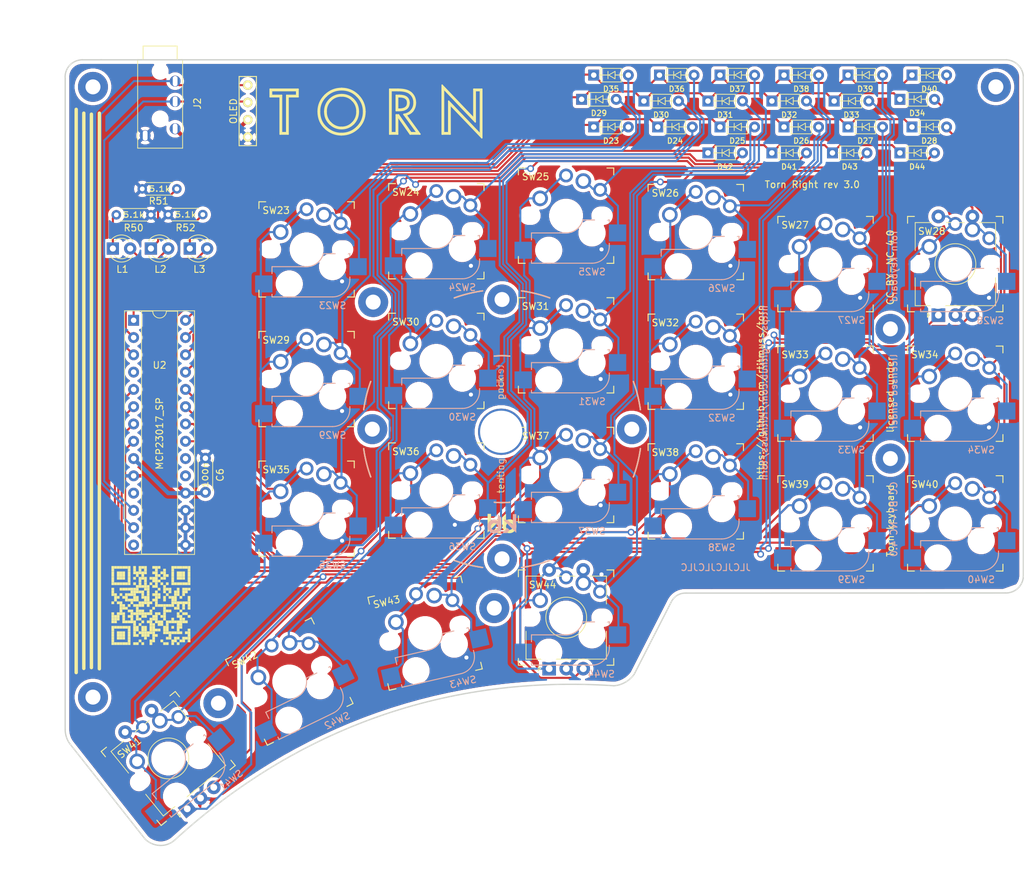
<source format=kicad_pcb>
(kicad_pcb (version 20171130) (host pcbnew "(5.1.6)-1")
  (title_block (title "Torn Keyboard - Right") (rev 3.0))
  (layers (0 F.Cu signal) (31 B.Cu signal) (34 B.Paste user) (35 F.Paste user) (36 B.SilkS user) (37 F.SilkS user) (38 B.Mask user) (39 F.Mask user) (44 Edge.Cuts user))
  (net 0 "")
  (net 1 GND)
  (net 2 +5V)
  (net 3 /ROW0)
  (net 4 /ROW1)
  (net 5 /ROW2)
  (net 6 /ROW3)
  (net 7 /i2c_SCL)
  (net 8 /i2c_SDA)
  (net 9 /LED1)
  (net 10 /LED2)
  (net 11 /LED3)
  (net 12 "Net-(D23-Pad2)")
  (net 13 "Net-(D24-Pad2)")
  (net 14 "Net-(D25-Pad2)")
  (net 15 "Net-(D26-Pad2)")
  (net 16 "Net-(D27-Pad2)")
  (net 17 "Net-(D28-Pad2)")
  (net 18 "Net-(D29-Pad2)")
  (net 19 "Net-(D30-Pad2)")
  (net 20 "Net-(D31-Pad2)")
  (net 21 "Net-(D32-Pad2)")
  (net 22 "Net-(D33-Pad2)")
  (net 23 "Net-(D34-Pad2)")
  (net 24 "Net-(D35-Pad2)")
  (net 25 "Net-(D36-Pad2)")
  (net 26 "Net-(D37-Pad2)")
  (net 27 "Net-(D38-Pad2)")
  (net 28 "Net-(D39-Pad2)")
  (net 29 "Net-(D40-Pad2)")
  (net 30 "Net-(D41-Pad2)")
  (net 31 "Net-(D42-Pad2)")
  (net 32 "Net-(D43-Pad2)")
  (net 33 "Net-(L1-Pad1)")
  (net 34 "Net-(L2-Pad1)")
  (net 35 "Net-(L3-Pad1)")
  (net 36 /COL6)
  (net 37 /COL7)
  (net 38 /COL8)
  (net 39 /COL9)
  (net 40 /COL10)
  (net 41 /COL11)
  (net 42 /ENC1_A)
  (net 43 /ENC1_B)
  (net 44 "Net-(D44-Pad2)")
  (net 45 "Net-(U2-Pad4)")
  (net 46 "Net-(U2-Pad19)")
  (net 47 "Net-(U2-Pad20)")
  (net 48 "Net-(U2-Pad11)")
  (net 49 "Net-(U2-Pad14)")
  (module footprints:PJ-320A (layer F.Cu) (at 66.294 48.3616 270)
    (fp_text reference J2 (at 8.4455 -3.269 90) (layer F.SilkS))
    (fp_text value SJ-43514)
    (pad "" np_thru_hole circle (at 10.7 2.2 270) (size 1.5 1.5) (drill 1.5) (layers *.Cu))
    (pad "" np_thru_hole circle (at 3.7 2.2 270) (size 1.5 1.5) (drill 1.5) (layers *.Cu))
    (pad 1 thru_hole circle (at 13.15 4.4 270) (size 1.6 1.6) (drill oval 1.5 0.7) (layers *.Cu *.Mask) (net 1 GND))
    (pad 2 thru_hole circle (at 12.15 0 270) (size 1.6 1.6) (drill oval 1.5 0.7) (layers *.Cu *.Mask) (net 2 +5V))
    (pad 3 thru_hole circle (at 8.15 0 270) (size 1.6 1.6) (drill oval 1.5 0.7) (layers *.Cu *.Mask) (net 7 /i2c_SCL))
    (pad 4 thru_hole circle (at 5.15 0 270) (size 1.6 1.6) (drill oval 1.5 0.7) (layers *.Cu *.Mask) (net 8 /i2c_SDA))
  )
  (module footprints:Kailh_socket_MX_PG1350_EC11_optional (layer F.Cu) (at 180.848 80.391)
    (fp_text reference SW28 (at -3.4417 -4.8133 180) (layer F.SilkS))
    (fp_text value Rotary_Encoder_Switch hide)
    (fp_text user %R (at 7.2517 8.3058) (layer B.SilkS) (effects (justify left mirror)))
    (pad S1 thru_hole circle (at 2.5235 -6.9943 90) (size 2 2) (drill 1) (layers *.Cu *.Mask) (net 17 "Net-(D28-Pad2)"))
    (pad S2 thru_hole circle (at -2.4765 -6.9943 90) (size 2 2) (drill 1) (layers *.Cu *.Mask) (net 41 /COL11))
    (pad B thru_hole circle (at 2.5235 7.5057 90) (size 2 2) (drill 1) (layers *.Cu *.Mask) (net 43 /ENC1_B))
    (pad C thru_hole circle (at 0.0235 7.5057 90) (size 2 2) (drill 1) (layers *.Cu *.Mask) (net 1 GND))
    (pad A thru_hole rect (at -2.4765 7.5057 90) (size 2 2) (drill 1) (layers *.Cu *.Mask) (net 42 /ENC1_A))
    (pad "" np_thru_hole oval (at 5.2832 0 180) (size 2.15 1.7018) (drill oval 2.15 1.7018) (layers *.Cu *.Mask))
    (pad "" np_thru_hole oval (at -5.2959 0 180) (size 2.15 1.7018) (drill oval 2.15 1.7018) (layers *.Cu *.Mask))
    (pad S2 thru_hole circle (at 0 -5.9 180) (size 2.032 2.032) (drill 1.27) (layers *.Cu *.Mask) (net 41 /COL11))
    (pad S1 thru_hole circle (at 5 -3.8 180) (size 2.032 2.032) (drill 1.27) (layers *.Cu *.Mask) (net 17 "Net-(D28-Pad2)"))
    (pad S2 smd rect (at -6.29 5.08) (size 2.55 2.5) (layers B.Cu B.Paste B.Mask) (net 41 /COL11))
    (pad "" np_thru_hole circle (at -2.54 5.08) (size 3 3) (drill 3) (layers *.Cu *.Mask))
    (pad "" np_thru_hole circle (at 3.81 2.54) (size 3 3) (drill 3) (layers *.Cu *.Mask))
    (pad S1 thru_hole circle (at 2.54 -5.08) (size 2.286 2.286) (drill 1.4986) (layers *.Cu *.Mask) (net 17 "Net-(D28-Pad2)"))
    (pad "" np_thru_hole circle (at 0 0) (size 3.9878 3.9878) (drill 3.9878) (layers *.Cu *.Mask))
    (pad S2 thru_hole circle (at -3.81 -2.54) (size 2.286 2.286) (drill 1.4986) (layers *.Cu *.Mask) (net 41 /COL11))
    (pad S1 smd rect (at 7.56 2.54) (size 2.55 2.5) (layers B.Cu B.Paste B.Mask) (net 17 "Net-(D28-Pad2)"))
  )
  (module footprints:Kailh_socket_MX_PG1350_EC11_optional (layer F.Cu) (at 65.278 153.035 39)
    (fp_text reference SW41 (at -3.4417 -4.8133 219) (layer F.SilkS))
    (fp_text value Rotary_Encoder_Switch hide)
    (fp_text user %R (at 7.2517 8.3058 39) (layer B.SilkS) (effects (justify left mirror)))
    (pad S1 thru_hole circle (at 2.5235 -6.9943 129) (size 2 2) (drill 1) (layers *.Cu *.Mask) (net 30 "Net-(D41-Pad2)"))
    (pad S2 thru_hole circle (at -2.4765 -6.9943 129) (size 2 2) (drill 1) (layers *.Cu *.Mask) (net 36 /COL6))
    (pad B thru_hole circle (at 2.5235 7.5057 129) (size 2 2) (drill 1) (layers *.Cu *.Mask) (net 43 /ENC1_B))
    (pad C thru_hole circle (at 0.0235 7.5057 129) (size 2 2) (drill 1) (layers *.Cu *.Mask) (net 1 GND))
    (pad A thru_hole rect (at -2.4765 7.5057 129) (size 2 2) (drill 1) (layers *.Cu *.Mask) (net 42 /ENC1_A))
    (pad "" np_thru_hole oval (at 5.2832 0 219) (size 2.15 1.7018) (drill oval 2.15 1.7018) (layers *.Cu *.Mask))
    (pad "" np_thru_hole oval (at -5.2959 0 219) (size 2.15 1.7018) (drill oval 2.15 1.7018) (layers *.Cu *.Mask))
    (pad S2 thru_hole circle (at 0 -5.9 219) (size 2.032 2.032) (drill 1.27) (layers *.Cu *.Mask) (net 36 /COL6))
    (pad S1 thru_hole circle (at 5 -3.8 219) (size 2.032 2.032) (drill 1.27) (layers *.Cu *.Mask) (net 30 "Net-(D41-Pad2)"))
    (pad S2 smd rect (at -6.29 5.08 39) (size 2.55 2.5) (layers B.Cu B.Paste B.Mask) (net 36 /COL6))
    (pad "" np_thru_hole circle (at -2.54 5.08 39) (size 3 3) (drill 3) (layers *.Cu *.Mask))
    (pad "" np_thru_hole circle (at 3.81 2.54 39) (size 3 3) (drill 3) (layers *.Cu *.Mask))
    (pad S1 thru_hole circle (at 2.54 -5.08 39) (size 2.286 2.286) (drill 1.4986) (layers *.Cu *.Mask) (net 30 "Net-(D41-Pad2)"))
    (pad "" np_thru_hole circle (at 0 0 39) (size 3.9878 3.9878) (drill 3.9878) (layers *.Cu *.Mask))
    (pad S2 thru_hole circle (at -3.81 -2.54 39) (size 2.286 2.286) (drill 1.4986) (layers *.Cu *.Mask) (net 36 /COL6))
    (pad S1 smd rect (at 7.56 2.54 39) (size 2.55 2.5) (layers B.Cu B.Paste B.Mask) (net 30 "Net-(D41-Pad2)"))
  )
  (module footprints:Kailh_socket_MX_PG1350_EC11_optional (layer F.Cu) (at 123.698 132.3305)
    (fp_text reference SW44 (at -3.4417 -4.8133 180) (layer F.SilkS))
    (fp_text value Rotary_Encoder_Switch hide)
    (fp_text user %R (at 7.2517 8.3058) (layer B.SilkS) (effects (justify left mirror)))
    (pad S1 thru_hole circle (at 2.5235 -6.9943 90) (size 2 2) (drill 1) (layers *.Cu *.Mask) (net 44 "Net-(D44-Pad2)"))
    (pad S2 thru_hole circle (at -2.4765 -6.9943 90) (size 2 2) (drill 1) (layers *.Cu *.Mask) (net 39 /COL9))
    (pad B thru_hole circle (at 2.5235 7.5057 90) (size 2 2) (drill 1) (layers *.Cu *.Mask) (net 43 /ENC1_B))
    (pad C thru_hole circle (at 0.0235 7.5057 90) (size 2 2) (drill 1) (layers *.Cu *.Mask) (net 1 GND))
    (pad A thru_hole rect (at -2.4765 7.5057 90) (size 2 2) (drill 1) (layers *.Cu *.Mask) (net 42 /ENC1_A))
    (pad "" np_thru_hole oval (at 5.2832 0 180) (size 2.15 1.7018) (drill oval 2.15 1.7018) (layers *.Cu *.Mask))
    (pad "" np_thru_hole oval (at -5.2959 0 180) (size 2.15 1.7018) (drill oval 2.15 1.7018) (layers *.Cu *.Mask))
    (pad S2 thru_hole circle (at 0 -5.9 180) (size 2.032 2.032) (drill 1.27) (layers *.Cu *.Mask) (net 39 /COL9))
    (pad S1 thru_hole circle (at 5 -3.8 180) (size 2.032 2.032) (drill 1.27) (layers *.Cu *.Mask) (net 44 "Net-(D44-Pad2)"))
    (pad S2 smd rect (at -6.29 5.08) (size 2.55 2.5) (layers B.Cu B.Paste B.Mask) (net 39 /COL9))
    (pad "" np_thru_hole circle (at -2.54 5.08) (size 3 3) (drill 3) (layers *.Cu *.Mask))
    (pad "" np_thru_hole circle (at 3.81 2.54) (size 3 3) (drill 3) (layers *.Cu *.Mask))
    (pad S1 thru_hole circle (at 2.54 -5.08) (size 2.286 2.286) (drill 1.4986) (layers *.Cu *.Mask) (net 44 "Net-(D44-Pad2)"))
    (pad "" np_thru_hole circle (at 0 0) (size 3.9878 3.9878) (drill 3.9878) (layers *.Cu *.Mask))
    (pad S2 thru_hole circle (at -3.81 -2.54) (size 2.286 2.286) (drill 1.4986) (layers *.Cu *.Mask) (net 39 /COL9))
    (pad S1 smd rect (at 7.56 2.54) (size 2.55 2.5) (layers B.Cu B.Paste B.Mask) (net 44 "Net-(D44-Pad2)"))
  )
  (module footprints:Kailh_socket_MX_PG1350_optional (layer F.Cu) (at 85.598 78.232)
    (fp_text reference SW23 (at -4.4704 -5.7277) (layer F.SilkS))
    (fp_text value SW_Push)
    (fp_text user %R (at 3.81 8.255) (layer B.SilkS) (effects (justify mirror)))
    (pad "" np_thru_hole oval (at 5.2832 0 180) (size 2.15 1.7018) (drill oval 2.15 1.7018) (layers *.Cu *.Mask))
    (pad "" np_thru_hole oval (at -5.2959 0 180) (size 2.15 1.7018) (drill oval 2.15 1.7018) (layers *.Cu *.Mask))
    (pad 2 thru_hole circle (at 0 -5.9 180) (size 2.032 2.032) (drill 1.27) (layers *.Cu *.Mask) (net 36 /COL6))
    (pad 1 thru_hole circle (at 5 -3.8 180) (size 2.032 2.032) (drill 1.27) (layers *.Cu *.Mask) (net 12 "Net-(D23-Pad2)"))
    (pad 2 smd rect (at -6.29 5.08) (size 2.55 2.5) (layers B.Cu B.Paste B.Mask) (net 36 /COL6))
    (pad "" np_thru_hole circle (at -2.54 5.08) (size 3 3) (drill 3) (layers *.Cu *.Mask))
    (pad "" np_thru_hole circle (at 3.81 2.54) (size 3 3) (drill 3) (layers *.Cu *.Mask))
    (pad 1 thru_hole circle (at 2.54 -5.08) (size 2.286 2.286) (drill 1.4986) (layers *.Cu *.Mask) (net 12 "Net-(D23-Pad2)"))
    (pad "" np_thru_hole circle (at 0 0) (size 3.9878 3.9878) (drill 3.9878) (layers *.Cu *.Mask))
    (pad 2 thru_hole circle (at -3.81 -2.54) (size 2.286 2.286) (drill 1.4986) (layers *.Cu *.Mask) (net 36 /COL6))
    (pad 1 smd rect (at 7.56 2.54) (size 2.55 2.5) (layers B.Cu B.Paste B.Mask) (net 12 "Net-(D23-Pad2)"))
  )
  (module footprints:Kailh_socket_MX_PG1350_optional (layer F.Cu) (at 104.648 75.565)
    (fp_text reference SW24 (at -4.4704 -5.7277) (layer F.SilkS))
    (fp_text value SW_Push)
    (fp_text user %R (at 3.81 8.255) (layer B.SilkS) (effects (justify mirror)))
    (pad "" np_thru_hole oval (at 5.2832 0 180) (size 2.15 1.7018) (drill oval 2.15 1.7018) (layers *.Cu *.Mask))
    (pad "" np_thru_hole oval (at -5.2959 0 180) (size 2.15 1.7018) (drill oval 2.15 1.7018) (layers *.Cu *.Mask))
    (pad 2 thru_hole circle (at 0 -5.9 180) (size 2.032 2.032) (drill 1.27) (layers *.Cu *.Mask) (net 37 /COL7))
    (pad 1 thru_hole circle (at 5 -3.8 180) (size 2.032 2.032) (drill 1.27) (layers *.Cu *.Mask) (net 13 "Net-(D24-Pad2)"))
    (pad 2 smd rect (at -6.29 5.08) (size 2.55 2.5) (layers B.Cu B.Paste B.Mask) (net 37 /COL7))
    (pad "" np_thru_hole circle (at -2.54 5.08) (size 3 3) (drill 3) (layers *.Cu *.Mask))
    (pad "" np_thru_hole circle (at 3.81 2.54) (size 3 3) (drill 3) (layers *.Cu *.Mask))
    (pad 1 thru_hole circle (at 2.54 -5.08) (size 2.286 2.286) (drill 1.4986) (layers *.Cu *.Mask) (net 13 "Net-(D24-Pad2)"))
    (pad "" np_thru_hole circle (at 0 0) (size 3.9878 3.9878) (drill 3.9878) (layers *.Cu *.Mask))
    (pad 2 thru_hole circle (at -3.81 -2.54) (size 2.286 2.286) (drill 1.4986) (layers *.Cu *.Mask) (net 37 /COL7))
    (pad 1 smd rect (at 7.56 2.54) (size 2.55 2.5) (layers B.Cu B.Paste B.Mask) (net 13 "Net-(D24-Pad2)"))
  )
  (module footprints:Kailh_socket_MX_PG1350_optional (layer F.Cu) (at 123.698 73.279)
    (fp_text reference SW25 (at -4.4704 -5.7277) (layer F.SilkS))
    (fp_text value SW_Push)
    (fp_text user %R (at 3.81 8.255) (layer B.SilkS) (effects (justify mirror)))
    (pad "" np_thru_hole oval (at 5.2832 0 180) (size 2.15 1.7018) (drill oval 2.15 1.7018) (layers *.Cu *.Mask))
    (pad "" np_thru_hole oval (at -5.2959 0 180) (size 2.15 1.7018) (drill oval 2.15 1.7018) (layers *.Cu *.Mask))
    (pad 2 thru_hole circle (at 0 -5.9 180) (size 2.032 2.032) (drill 1.27) (layers *.Cu *.Mask) (net 38 /COL8))
    (pad 1 thru_hole circle (at 5 -3.8 180) (size 2.032 2.032) (drill 1.27) (layers *.Cu *.Mask) (net 14 "Net-(D25-Pad2)"))
    (pad 2 smd rect (at -6.29 5.08) (size 2.55 2.5) (layers B.Cu B.Paste B.Mask) (net 38 /COL8))
    (pad "" np_thru_hole circle (at -2.54 5.08) (size 3 3) (drill 3) (layers *.Cu *.Mask))
    (pad "" np_thru_hole circle (at 3.81 2.54) (size 3 3) (drill 3) (layers *.Cu *.Mask))
    (pad 1 thru_hole circle (at 2.54 -5.08) (size 2.286 2.286) (drill 1.4986) (layers *.Cu *.Mask) (net 14 "Net-(D25-Pad2)"))
    (pad "" np_thru_hole circle (at 0 0) (size 3.9878 3.9878) (drill 3.9878) (layers *.Cu *.Mask))
    (pad 2 thru_hole circle (at -3.81 -2.54) (size 2.286 2.286) (drill 1.4986) (layers *.Cu *.Mask) (net 38 /COL8))
    (pad 1 smd rect (at 7.56 2.54) (size 2.55 2.5) (layers B.Cu B.Paste B.Mask) (net 14 "Net-(D25-Pad2)"))
  )
  (module footprints:Kailh_socket_MX_PG1350_optional (layer F.Cu) (at 142.748 75.692)
    (fp_text reference SW26 (at -4.4704 -5.7277) (layer F.SilkS))
    (fp_text value SW_Push)
    (fp_text user %R (at 3.81 8.255) (layer B.SilkS) (effects (justify mirror)))
    (pad "" np_thru_hole oval (at 5.2832 0 180) (size 2.15 1.7018) (drill oval 2.15 1.7018) (layers *.Cu *.Mask))
    (pad "" np_thru_hole oval (at -5.2959 0 180) (size 2.15 1.7018) (drill oval 2.15 1.7018) (layers *.Cu *.Mask))
    (pad 2 thru_hole circle (at 0 -5.9 180) (size 2.032 2.032) (drill 1.27) (layers *.Cu *.Mask) (net 39 /COL9))
    (pad 1 thru_hole circle (at 5 -3.8 180) (size 2.032 2.032) (drill 1.27) (layers *.Cu *.Mask) (net 15 "Net-(D26-Pad2)"))
    (pad 2 smd rect (at -6.29 5.08) (size 2.55 2.5) (layers B.Cu B.Paste B.Mask) (net 39 /COL9))
    (pad "" np_thru_hole circle (at -2.54 5.08) (size 3 3) (drill 3) (layers *.Cu *.Mask))
    (pad "" np_thru_hole circle (at 3.81 2.54) (size 3 3) (drill 3) (layers *.Cu *.Mask))
    (pad 1 thru_hole circle (at 2.54 -5.08) (size 2.286 2.286) (drill 1.4986) (layers *.Cu *.Mask) (net 15 "Net-(D26-Pad2)"))
    (pad "" np_thru_hole circle (at 0 0) (size 3.9878 3.9878) (drill 3.9878) (layers *.Cu *.Mask))
    (pad 2 thru_hole circle (at -3.81 -2.54) (size 2.286 2.286) (drill 1.4986) (layers *.Cu *.Mask) (net 39 /COL9))
    (pad 1 smd rect (at 7.56 2.54) (size 2.55 2.5) (layers B.Cu B.Paste B.Mask) (net 15 "Net-(D26-Pad2)"))
  )
  (module footprints:Kailh_socket_MX_PG1350_optional (layer F.Cu) (at 161.798 80.391)
    (fp_text reference SW27 (at -4.4704 -5.7277) (layer F.SilkS))
    (fp_text value SW_Push)
    (fp_text user %R (at 3.81 8.255) (layer B.SilkS) (effects (justify mirror)))
    (pad "" np_thru_hole oval (at 5.2832 0 180) (size 2.15 1.7018) (drill oval 2.15 1.7018) (layers *.Cu *.Mask))
    (pad "" np_thru_hole oval (at -5.2959 0 180) (size 2.15 1.7018) (drill oval 2.15 1.7018) (layers *.Cu *.Mask))
    (pad 2 thru_hole circle (at 0 -5.9 180) (size 2.032 2.032) (drill 1.27) (layers *.Cu *.Mask) (net 40 /COL10))
    (pad 1 thru_hole circle (at 5 -3.8 180) (size 2.032 2.032) (drill 1.27) (layers *.Cu *.Mask) (net 16 "Net-(D27-Pad2)"))
    (pad 2 smd rect (at -6.29 5.08) (size 2.55 2.5) (layers B.Cu B.Paste B.Mask) (net 40 /COL10))
    (pad "" np_thru_hole circle (at -2.54 5.08) (size 3 3) (drill 3) (layers *.Cu *.Mask))
    (pad "" np_thru_hole circle (at 3.81 2.54) (size 3 3) (drill 3) (layers *.Cu *.Mask))
    (pad 1 thru_hole circle (at 2.54 -5.08) (size 2.286 2.286) (drill 1.4986) (layers *.Cu *.Mask) (net 16 "Net-(D27-Pad2)"))
    (pad "" np_thru_hole circle (at 0 0) (size 3.9878 3.9878) (drill 3.9878) (layers *.Cu *.Mask))
    (pad 2 thru_hole circle (at -3.81 -2.54) (size 2.286 2.286) (drill 1.4986) (layers *.Cu *.Mask) (net 40 /COL10))
    (pad 1 smd rect (at 7.56 2.54) (size 2.55 2.5) (layers B.Cu B.Paste B.Mask) (net 16 "Net-(D27-Pad2)"))
  )
  (module footprints:Kailh_socket_MX_PG1350_optional (layer F.Cu) (at 85.598 97.282)
    (fp_text reference SW29 (at -4.4704 -5.7277) (layer F.SilkS))
    (fp_text value SW_Push)
    (fp_text user %R (at 3.81 8.255) (layer B.SilkS) (effects (justify mirror)))
    (pad "" np_thru_hole oval (at 5.2832 0 180) (size 2.15 1.7018) (drill oval 2.15 1.7018) (layers *.Cu *.Mask))
    (pad "" np_thru_hole oval (at -5.2959 0 180) (size 2.15 1.7018) (drill oval 2.15 1.7018) (layers *.Cu *.Mask))
    (pad 2 thru_hole circle (at 0 -5.9 180) (size 2.032 2.032) (drill 1.27) (layers *.Cu *.Mask) (net 36 /COL6))
    (pad 1 thru_hole circle (at 5 -3.8 180) (size 2.032 2.032) (drill 1.27) (layers *.Cu *.Mask) (net 18 "Net-(D29-Pad2)"))
    (pad 2 smd rect (at -6.29 5.08) (size 2.55 2.5) (layers B.Cu B.Paste B.Mask) (net 36 /COL6))
    (pad "" np_thru_hole circle (at -2.54 5.08) (size 3 3) (drill 3) (layers *.Cu *.Mask))
    (pad "" np_thru_hole circle (at 3.81 2.54) (size 3 3) (drill 3) (layers *.Cu *.Mask))
    (pad 1 thru_hole circle (at 2.54 -5.08) (size 2.286 2.286) (drill 1.4986) (layers *.Cu *.Mask) (net 18 "Net-(D29-Pad2)"))
    (pad "" np_thru_hole circle (at 0 0) (size 3.9878 3.9878) (drill 3.9878) (layers *.Cu *.Mask))
    (pad 2 thru_hole circle (at -3.81 -2.54) (size 2.286 2.286) (drill 1.4986) (layers *.Cu *.Mask) (net 36 /COL6))
    (pad 1 smd rect (at 7.56 2.54) (size 2.55 2.5) (layers B.Cu B.Paste B.Mask) (net 18 "Net-(D29-Pad2)"))
  )
  (module footprints:Kailh_socket_MX_PG1350_optional (layer F.Cu) (at 104.648 94.615)
    (fp_text reference SW30 (at -4.4704 -5.7277) (layer F.SilkS))
    (fp_text value SW_Push)
    (fp_text user %R (at 3.81 8.255) (layer B.SilkS) (effects (justify mirror)))
    (pad "" np_thru_hole oval (at 5.2832 0 180) (size 2.15 1.7018) (drill oval 2.15 1.7018) (layers *.Cu *.Mask))
    (pad "" np_thru_hole oval (at -5.2959 0 180) (size 2.15 1.7018) (drill oval 2.15 1.7018) (layers *.Cu *.Mask))
    (pad 2 thru_hole circle (at 0 -5.9 180) (size 2.032 2.032) (drill 1.27) (layers *.Cu *.Mask) (net 37 /COL7))
    (pad 1 thru_hole circle (at 5 -3.8 180) (size 2.032 2.032) (drill 1.27) (layers *.Cu *.Mask) (net 19 "Net-(D30-Pad2)"))
    (pad 2 smd rect (at -6.29 5.08) (size 2.55 2.5) (layers B.Cu B.Paste B.Mask) (net 37 /COL7))
    (pad "" np_thru_hole circle (at -2.54 5.08) (size 3 3) (drill 3) (layers *.Cu *.Mask))
    (pad "" np_thru_hole circle (at 3.81 2.54) (size 3 3) (drill 3) (layers *.Cu *.Mask))
    (pad 1 thru_hole circle (at 2.54 -5.08) (size 2.286 2.286) (drill 1.4986) (layers *.Cu *.Mask) (net 19 "Net-(D30-Pad2)"))
    (pad "" np_thru_hole circle (at 0 0) (size 3.9878 3.9878) (drill 3.9878) (layers *.Cu *.Mask))
    (pad 2 thru_hole circle (at -3.81 -2.54) (size 2.286 2.286) (drill 1.4986) (layers *.Cu *.Mask) (net 37 /COL7))
    (pad 1 smd rect (at 7.56 2.54) (size 2.55 2.5) (layers B.Cu B.Paste B.Mask) (net 19 "Net-(D30-Pad2)"))
  )
  (module footprints:Kailh_socket_MX_PG1350_optional (layer F.Cu) (at 123.698 92.329)
    (fp_text reference SW31 (at -4.4704 -5.7277) (layer F.SilkS))
    (fp_text value SW_Push)
    (fp_text user %R (at 3.81 8.255) (layer B.SilkS) (effects (justify mirror)))
    (pad "" np_thru_hole oval (at 5.2832 0 180) (size 2.15 1.7018) (drill oval 2.15 1.7018) (layers *.Cu *.Mask))
    (pad "" np_thru_hole oval (at -5.2959 0 180) (size 2.15 1.7018) (drill oval 2.15 1.7018) (layers *.Cu *.Mask))
    (pad 2 thru_hole circle (at 0 -5.9 180) (size 2.032 2.032) (drill 1.27) (layers *.Cu *.Mask) (net 38 /COL8))
    (pad 1 thru_hole circle (at 5 -3.8 180) (size 2.032 2.032) (drill 1.27) (layers *.Cu *.Mask) (net 20 "Net-(D31-Pad2)"))
    (pad 2 smd rect (at -6.29 5.08) (size 2.55 2.5) (layers B.Cu B.Paste B.Mask) (net 38 /COL8))
    (pad "" np_thru_hole circle (at -2.54 5.08) (size 3 3) (drill 3) (layers *.Cu *.Mask))
    (pad "" np_thru_hole circle (at 3.81 2.54) (size 3 3) (drill 3) (layers *.Cu *.Mask))
    (pad 1 thru_hole circle (at 2.54 -5.08) (size 2.286 2.286) (drill 1.4986) (layers *.Cu *.Mask) (net 20 "Net-(D31-Pad2)"))
    (pad "" np_thru_hole circle (at 0 0) (size 3.9878 3.9878) (drill 3.9878) (layers *.Cu *.Mask))
    (pad 2 thru_hole circle (at -3.81 -2.54) (size 2.286 2.286) (drill 1.4986) (layers *.Cu *.Mask) (net 38 /COL8))
    (pad 1 smd rect (at 7.56 2.54) (size 2.55 2.5) (layers B.Cu B.Paste B.Mask) (net 20 "Net-(D31-Pad2)"))
  )
  (module footprints:Kailh_socket_MX_PG1350_optional (layer F.Cu) (at 142.748 94.742)
    (fp_text reference SW32 (at -4.4704 -5.7277) (layer F.SilkS))
    (fp_text value SW_Push)
    (fp_text user %R (at 3.81 8.255) (layer B.SilkS) (effects (justify mirror)))
    (pad "" np_thru_hole oval (at 5.2832 0 180) (size 2.15 1.7018) (drill oval 2.15 1.7018) (layers *.Cu *.Mask))
    (pad "" np_thru_hole oval (at -5.2959 0 180) (size 2.15 1.7018) (drill oval 2.15 1.7018) (layers *.Cu *.Mask))
    (pad 2 thru_hole circle (at 0 -5.9 180) (size 2.032 2.032) (drill 1.27) (layers *.Cu *.Mask) (net 39 /COL9))
    (pad 1 thru_hole circle (at 5 -3.8 180) (size 2.032 2.032) (drill 1.27) (layers *.Cu *.Mask) (net 21 "Net-(D32-Pad2)"))
    (pad 2 smd rect (at -6.29 5.08) (size 2.55 2.5) (layers B.Cu B.Paste B.Mask) (net 39 /COL9))
    (pad "" np_thru_hole circle (at -2.54 5.08) (size 3 3) (drill 3) (layers *.Cu *.Mask))
    (pad "" np_thru_hole circle (at 3.81 2.54) (size 3 3) (drill 3) (layers *.Cu *.Mask))
    (pad 1 thru_hole circle (at 2.54 -5.08) (size 2.286 2.286) (drill 1.4986) (layers *.Cu *.Mask) (net 21 "Net-(D32-Pad2)"))
    (pad "" np_thru_hole circle (at 0 0) (size 3.9878 3.9878) (drill 3.9878) (layers *.Cu *.Mask))
    (pad 2 thru_hole circle (at -3.81 -2.54) (size 2.286 2.286) (drill 1.4986) (layers *.Cu *.Mask) (net 39 /COL9))
    (pad 1 smd rect (at 7.56 2.54) (size 2.55 2.5) (layers B.Cu B.Paste B.Mask) (net 21 "Net-(D32-Pad2)"))
  )
  (module footprints:Kailh_socket_MX_PG1350_optional (layer F.Cu) (at 161.798 99.441)
    (fp_text reference SW33 (at -4.4704 -5.7277) (layer F.SilkS))
    (fp_text value SW_Push)
    (fp_text user %R (at 3.81 8.255) (layer B.SilkS) (effects (justify mirror)))
    (pad "" np_thru_hole oval (at 5.2832 0 180) (size 2.15 1.7018) (drill oval 2.15 1.7018) (layers *.Cu *.Mask))
    (pad "" np_thru_hole oval (at -5.2959 0 180) (size 2.15 1.7018) (drill oval 2.15 1.7018) (layers *.Cu *.Mask))
    (pad 2 thru_hole circle (at 0 -5.9 180) (size 2.032 2.032) (drill 1.27) (layers *.Cu *.Mask) (net 40 /COL10))
    (pad 1 thru_hole circle (at 5 -3.8 180) (size 2.032 2.032) (drill 1.27) (layers *.Cu *.Mask) (net 22 "Net-(D33-Pad2)"))
    (pad 2 smd rect (at -6.29 5.08) (size 2.55 2.5) (layers B.Cu B.Paste B.Mask) (net 40 /COL10))
    (pad "" np_thru_hole circle (at -2.54 5.08) (size 3 3) (drill 3) (layers *.Cu *.Mask))
    (pad "" np_thru_hole circle (at 3.81 2.54) (size 3 3) (drill 3) (layers *.Cu *.Mask))
    (pad 1 thru_hole circle (at 2.54 -5.08) (size 2.286 2.286) (drill 1.4986) (layers *.Cu *.Mask) (net 22 "Net-(D33-Pad2)"))
    (pad "" np_thru_hole circle (at 0 0) (size 3.9878 3.9878) (drill 3.9878) (layers *.Cu *.Mask))
    (pad 2 thru_hole circle (at -3.81 -2.54) (size 2.286 2.286) (drill 1.4986) (layers *.Cu *.Mask) (net 40 /COL10))
    (pad 1 smd rect (at 7.56 2.54) (size 2.55 2.5) (layers B.Cu B.Paste B.Mask) (net 22 "Net-(D33-Pad2)"))
  )
  (module footprints:Kailh_socket_MX_PG1350_optional (layer F.Cu) (at 180.848 99.441)
    (fp_text reference SW34 (at -4.4704 -5.7277) (layer F.SilkS))
    (fp_text value SW_Push)
    (fp_text user %R (at 3.81 8.255) (layer B.SilkS) (effects (justify mirror)))
    (pad "" np_thru_hole oval (at 5.2832 0 180) (size 2.15 1.7018) (drill oval 2.15 1.7018) (layers *.Cu *.Mask))
    (pad "" np_thru_hole oval (at -5.2959 0 180) (size 2.15 1.7018) (drill oval 2.15 1.7018) (layers *.Cu *.Mask))
    (pad 2 thru_hole circle (at 0 -5.9 180) (size 2.032 2.032) (drill 1.27) (layers *.Cu *.Mask) (net 41 /COL11))
    (pad 1 thru_hole circle (at 5 -3.8 180) (size 2.032 2.032) (drill 1.27) (layers *.Cu *.Mask) (net 23 "Net-(D34-Pad2)"))
    (pad 2 smd rect (at -6.29 5.08) (size 2.55 2.5) (layers B.Cu B.Paste B.Mask) (net 41 /COL11))
    (pad "" np_thru_hole circle (at -2.54 5.08) (size 3 3) (drill 3) (layers *.Cu *.Mask))
    (pad "" np_thru_hole circle (at 3.81 2.54) (size 3 3) (drill 3) (layers *.Cu *.Mask))
    (pad 1 thru_hole circle (at 2.54 -5.08) (size 2.286 2.286) (drill 1.4986) (layers *.Cu *.Mask) (net 23 "Net-(D34-Pad2)"))
    (pad "" np_thru_hole circle (at 0 0) (size 3.9878 3.9878) (drill 3.9878) (layers *.Cu *.Mask))
    (pad 2 thru_hole circle (at -3.81 -2.54) (size 2.286 2.286) (drill 1.4986) (layers *.Cu *.Mask) (net 41 /COL11))
    (pad 1 smd rect (at 7.56 2.54) (size 2.55 2.5) (layers B.Cu B.Paste B.Mask) (net 23 "Net-(D34-Pad2)"))
  )
  (module footprints:Kailh_socket_MX_PG1350_optional (layer F.Cu) (at 85.598 116.332)
    (fp_text reference SW35 (at -4.4704 -5.7277) (layer F.SilkS))
    (fp_text value SW_Push)
    (fp_text user %R (at 3.81 8.255) (layer B.SilkS) (effects (justify mirror)))
    (pad "" np_thru_hole oval (at 5.2832 0 180) (size 2.15 1.7018) (drill oval 2.15 1.7018) (layers *.Cu *.Mask))
    (pad "" np_thru_hole oval (at -5.2959 0 180) (size 2.15 1.7018) (drill oval 2.15 1.7018) (layers *.Cu *.Mask))
    (pad 2 thru_hole circle (at 0 -5.9 180) (size 2.032 2.032) (drill 1.27) (layers *.Cu *.Mask) (net 36 /COL6))
    (pad 1 thru_hole circle (at 5 -3.8 180) (size 2.032 2.032) (drill 1.27) (layers *.Cu *.Mask) (net 24 "Net-(D35-Pad2)"))
    (pad 2 smd rect (at -6.29 5.08) (size 2.55 2.5) (layers B.Cu B.Paste B.Mask) (net 36 /COL6))
    (pad "" np_thru_hole circle (at -2.54 5.08) (size 3 3) (drill 3) (layers *.Cu *.Mask))
    (pad "" np_thru_hole circle (at 3.81 2.54) (size 3 3) (drill 3) (layers *.Cu *.Mask))
    (pad 1 thru_hole circle (at 2.54 -5.08) (size 2.286 2.286) (drill 1.4986) (layers *.Cu *.Mask) (net 24 "Net-(D35-Pad2)"))
    (pad "" np_thru_hole circle (at 0 0) (size 3.9878 3.9878) (drill 3.9878) (layers *.Cu *.Mask))
    (pad 2 thru_hole circle (at -3.81 -2.54) (size 2.286 2.286) (drill 1.4986) (layers *.Cu *.Mask) (net 36 /COL6))
    (pad 1 smd rect (at 7.56 2.54) (size 2.55 2.5) (layers B.Cu B.Paste B.Mask) (net 24 "Net-(D35-Pad2)"))
  )
  (module footprints:Kailh_socket_MX_PG1350_optional (layer F.Cu) (at 104.648 113.665)
    (fp_text reference SW36 (at -4.4704 -5.7277) (layer F.SilkS))
    (fp_text value SW_Push)
    (fp_text user %R (at 3.81 8.255) (layer B.SilkS) (effects (justify mirror)))
    (pad "" np_thru_hole oval (at 5.2832 0 180) (size 2.15 1.7018) (drill oval 2.15 1.7018) (layers *.Cu *.Mask))
    (pad "" np_thru_hole oval (at -5.2959 0 180) (size 2.15 1.7018) (drill oval 2.15 1.7018) (layers *.Cu *.Mask))
    (pad 2 thru_hole circle (at 0 -5.9 180) (size 2.032 2.032) (drill 1.27) (layers *.Cu *.Mask) (net 37 /COL7))
    (pad 1 thru_hole circle (at 5 -3.8 180) (size 2.032 2.032) (drill 1.27) (layers *.Cu *.Mask) (net 25 "Net-(D36-Pad2)"))
    (pad 2 smd rect (at -6.29 5.08) (size 2.55 2.5) (layers B.Cu B.Paste B.Mask) (net 37 /COL7))
    (pad "" np_thru_hole circle (at -2.54 5.08) (size 3 3) (drill 3) (layers *.Cu *.Mask))
    (pad "" np_thru_hole circle (at 3.81 2.54) (size 3 3) (drill 3) (layers *.Cu *.Mask))
    (pad 1 thru_hole circle (at 2.54 -5.08) (size 2.286 2.286) (drill 1.4986) (layers *.Cu *.Mask) (net 25 "Net-(D36-Pad2)"))
    (pad "" np_thru_hole circle (at 0 0) (size 3.9878 3.9878) (drill 3.9878) (layers *.Cu *.Mask))
    (pad 2 thru_hole circle (at -3.81 -2.54) (size 2.286 2.286) (drill 1.4986) (layers *.Cu *.Mask) (net 37 /COL7))
    (pad 1 smd rect (at 7.56 2.54) (size 2.55 2.5) (layers B.Cu B.Paste B.Mask) (net 25 "Net-(D36-Pad2)"))
  )
  (module footprints:Kailh_socket_MX_PG1350_optional (layer F.Cu) (at 123.698 111.379)
    (fp_text reference SW37 (at -4.4704 -5.7277) (layer F.SilkS))
    (fp_text value SW_Push)
    (fp_text user %R (at 3.81 8.255) (layer B.SilkS) (effects (justify mirror)))
    (pad "" np_thru_hole oval (at 5.2832 0 180) (size 2.15 1.7018) (drill oval 2.15 1.7018) (layers *.Cu *.Mask))
    (pad "" np_thru_hole oval (at -5.2959 0 180) (size 2.15 1.7018) (drill oval 2.15 1.7018) (layers *.Cu *.Mask))
    (pad 2 thru_hole circle (at 0 -5.9 180) (size 2.032 2.032) (drill 1.27) (layers *.Cu *.Mask) (net 38 /COL8))
    (pad 1 thru_hole circle (at 5 -3.8 180) (size 2.032 2.032) (drill 1.27) (layers *.Cu *.Mask) (net 26 "Net-(D37-Pad2)"))
    (pad 2 smd rect (at -6.29 5.08) (size 2.55 2.5) (layers B.Cu B.Paste B.Mask) (net 38 /COL8))
    (pad "" np_thru_hole circle (at -2.54 5.08) (size 3 3) (drill 3) (layers *.Cu *.Mask))
    (pad "" np_thru_hole circle (at 3.81 2.54) (size 3 3) (drill 3) (layers *.Cu *.Mask))
    (pad 1 thru_hole circle (at 2.54 -5.08) (size 2.286 2.286) (drill 1.4986) (layers *.Cu *.Mask) (net 26 "Net-(D37-Pad2)"))
    (pad "" np_thru_hole circle (at 0 0) (size 3.9878 3.9878) (drill 3.9878) (layers *.Cu *.Mask))
    (pad 2 thru_hole circle (at -3.81 -2.54) (size 2.286 2.286) (drill 1.4986) (layers *.Cu *.Mask) (net 38 /COL8))
    (pad 1 smd rect (at 7.56 2.54) (size 2.55 2.5) (layers B.Cu B.Paste B.Mask) (net 26 "Net-(D37-Pad2)"))
  )
  (module footprints:Kailh_socket_MX_PG1350_optional (layer F.Cu) (at 142.748 113.792)
    (fp_text reference SW38 (at -4.4704 -5.7277) (layer F.SilkS))
    (fp_text value SW_Push)
    (fp_text user %R (at 3.81 8.255) (layer B.SilkS) (effects (justify mirror)))
    (pad "" np_thru_hole oval (at 5.2832 0 180) (size 2.15 1.7018) (drill oval 2.15 1.7018) (layers *.Cu *.Mask))
    (pad "" np_thru_hole oval (at -5.2959 0 180) (size 2.15 1.7018) (drill oval 2.15 1.7018) (layers *.Cu *.Mask))
    (pad 2 thru_hole circle (at 0 -5.9 180) (size 2.032 2.032) (drill 1.27) (layers *.Cu *.Mask) (net 39 /COL9))
    (pad 1 thru_hole circle (at 5 -3.8 180) (size 2.032 2.032) (drill 1.27) (layers *.Cu *.Mask) (net 27 "Net-(D38-Pad2)"))
    (pad 2 smd rect (at -6.29 5.08) (size 2.55 2.5) (layers B.Cu B.Paste B.Mask) (net 39 /COL9))
    (pad "" np_thru_hole circle (at -2.54 5.08) (size 3 3) (drill 3) (layers *.Cu *.Mask))
    (pad "" np_thru_hole circle (at 3.81 2.54) (size 3 3) (drill 3) (layers *.Cu *.Mask))
    (pad 1 thru_hole circle (at 2.54 -5.08) (size 2.286 2.286) (drill 1.4986) (layers *.Cu *.Mask) (net 27 "Net-(D38-Pad2)"))
    (pad "" np_thru_hole circle (at 0 0) (size 3.9878 3.9878) (drill 3.9878) (layers *.Cu *.Mask))
    (pad 2 thru_hole circle (at -3.81 -2.54) (size 2.286 2.286) (drill 1.4986) (layers *.Cu *.Mask) (net 39 /COL9))
    (pad 1 smd rect (at 7.56 2.54) (size 2.55 2.5) (layers B.Cu B.Paste B.Mask) (net 27 "Net-(D38-Pad2)"))
  )
  (module footprints:Kailh_socket_MX_PG1350_optional (layer F.Cu) (at 161.798 118.491)
    (fp_text reference SW39 (at -4.4704 -5.7277) (layer F.SilkS))
    (fp_text value SW_Push)
    (fp_text user %R (at 3.81 8.255) (layer B.SilkS) (effects (justify mirror)))
    (pad "" np_thru_hole oval (at 5.2832 0 180) (size 2.15 1.7018) (drill oval 2.15 1.7018) (layers *.Cu *.Mask))
    (pad "" np_thru_hole oval (at -5.2959 0 180) (size 2.15 1.7018) (drill oval 2.15 1.7018) (layers *.Cu *.Mask))
    (pad 2 thru_hole circle (at 0 -5.9 180) (size 2.032 2.032) (drill 1.27) (layers *.Cu *.Mask) (net 40 /COL10))
    (pad 1 thru_hole circle (at 5 -3.8 180) (size 2.032 2.032) (drill 1.27) (layers *.Cu *.Mask) (net 28 "Net-(D39-Pad2)"))
    (pad 2 smd rect (at -6.29 5.08) (size 2.55 2.5) (layers B.Cu B.Paste B.Mask) (net 40 /COL10))
    (pad "" np_thru_hole circle (at -2.54 5.08) (size 3 3) (drill 3) (layers *.Cu *.Mask))
    (pad "" np_thru_hole circle (at 3.81 2.54) (size 3 3) (drill 3) (layers *.Cu *.Mask))
    (pad 1 thru_hole circle (at 2.54 -5.08) (size 2.286 2.286) (drill 1.4986) (layers *.Cu *.Mask) (net 28 "Net-(D39-Pad2)"))
    (pad "" np_thru_hole circle (at 0 0) (size 3.9878 3.9878) (drill 3.9878) (layers *.Cu *.Mask))
    (pad 2 thru_hole circle (at -3.81 -2.54) (size 2.286 2.286) (drill 1.4986) (layers *.Cu *.Mask) (net 40 /COL10))
    (pad 1 smd rect (at 7.56 2.54) (size 2.55 2.5) (layers B.Cu B.Paste B.Mask) (net 28 "Net-(D39-Pad2)"))
  )
  (module footprints:Kailh_socket_MX_PG1350_optional (layer F.Cu) (at 180.848 118.491)
    (fp_text reference SW40 (at -4.4704 -5.7277) (layer F.SilkS))
    (fp_text value SW_Push)
    (fp_text user %R (at 3.81 8.255) (layer B.SilkS) (effects (justify mirror)))
    (pad "" np_thru_hole oval (at 5.2832 0 180) (size 2.15 1.7018) (drill oval 2.15 1.7018) (layers *.Cu *.Mask))
    (pad "" np_thru_hole oval (at -5.2959 0 180) (size 2.15 1.7018) (drill oval 2.15 1.7018) (layers *.Cu *.Mask))
    (pad 2 thru_hole circle (at 0 -5.9 180) (size 2.032 2.032) (drill 1.27) (layers *.Cu *.Mask) (net 41 /COL11))
    (pad 1 thru_hole circle (at 5 -3.8 180) (size 2.032 2.032) (drill 1.27) (layers *.Cu *.Mask) (net 29 "Net-(D40-Pad2)"))
    (pad 2 smd rect (at -6.29 5.08) (size 2.55 2.5) (layers B.Cu B.Paste B.Mask) (net 41 /COL11))
    (pad "" np_thru_hole circle (at -2.54 5.08) (size 3 3) (drill 3) (layers *.Cu *.Mask))
    (pad "" np_thru_hole circle (at 3.81 2.54) (size 3 3) (drill 3) (layers *.Cu *.Mask))
    (pad 1 thru_hole circle (at 2.54 -5.08) (size 2.286 2.286) (drill 1.4986) (layers *.Cu *.Mask) (net 29 "Net-(D40-Pad2)"))
    (pad "" np_thru_hole circle (at 0 0) (size 3.9878 3.9878) (drill 3.9878) (layers *.Cu *.Mask))
    (pad 2 thru_hole circle (at -3.81 -2.54) (size 2.286 2.286) (drill 1.4986) (layers *.Cu *.Mask) (net 41 /COL11))
    (pad 1 smd rect (at 7.56 2.54) (size 2.55 2.5) (layers B.Cu B.Paste B.Mask) (net 29 "Net-(D40-Pad2)"))
  )
  (module footprints:Kailh_socket_MX_PG1350_optional (layer F.Cu) (at 83.058 141.732 26)
    (fp_text reference SW42 (at -4.4704 -5.7277 26) (layer F.SilkS))
    (fp_text value SW_Push)
    (fp_text user %R (at 3.81 8.255 26) (layer B.SilkS) (effects (justify mirror)))
    (pad "" np_thru_hole oval (at 5.2832 0 206) (size 2.15 1.7018) (drill oval 2.15 1.7018) (layers *.Cu *.Mask))
    (pad "" np_thru_hole oval (at -5.2959 0 206) (size 2.15 1.7018) (drill oval 2.15 1.7018) (layers *.Cu *.Mask))
    (pad 2 thru_hole circle (at 0 -5.9 206) (size 2.032 2.032) (drill 1.27) (layers *.Cu *.Mask) (net 37 /COL7))
    (pad 1 thru_hole circle (at 5 -3.8 206) (size 2.032 2.032) (drill 1.27) (layers *.Cu *.Mask) (net 31 "Net-(D42-Pad2)"))
    (pad 2 smd rect (at -6.29 5.08 26) (size 2.55 2.5) (layers B.Cu B.Paste B.Mask) (net 37 /COL7))
    (pad "" np_thru_hole circle (at -2.54 5.08 26) (size 3 3) (drill 3) (layers *.Cu *.Mask))
    (pad "" np_thru_hole circle (at 3.81 2.54 26) (size 3 3) (drill 3) (layers *.Cu *.Mask))
    (pad 1 thru_hole circle (at 2.54 -5.08 26) (size 2.286 2.286) (drill 1.4986) (layers *.Cu *.Mask) (net 31 "Net-(D42-Pad2)"))
    (pad "" np_thru_hole circle (at 0 0 26) (size 3.9878 3.9878) (drill 3.9878) (layers *.Cu *.Mask))
    (pad 2 thru_hole circle (at -3.81 -2.54 26) (size 2.286 2.286) (drill 1.4986) (layers *.Cu *.Mask) (net 37 /COL7))
    (pad 1 smd rect (at 7.56 2.54 26) (size 2.55 2.5) (layers B.Cu B.Paste B.Mask) (net 31 "Net-(D42-Pad2)"))
  )
  (module footprints:Kailh_socket_MX_PG1350_optional (layer F.Cu) (at 102.997 134.62 13)
    (fp_text reference SW43 (at -4.4704 -5.7277 13) (layer F.SilkS))
    (fp_text value SW_Push)
    (fp_text user %R (at 3.81 8.255 13) (layer B.SilkS) (effects (justify mirror)))
    (pad "" np_thru_hole oval (at 5.2832 0 193) (size 2.15 1.7018) (drill oval 2.15 1.7018) (layers *.Cu *.Mask))
    (pad "" np_thru_hole oval (at -5.2959 0 193) (size 2.15 1.7018) (drill oval 2.15 1.7018) (layers *.Cu *.Mask))
    (pad 2 thru_hole circle (at 0 -5.9 193) (size 2.032 2.032) (drill 1.27) (layers *.Cu *.Mask) (net 38 /COL8))
    (pad 1 thru_hole circle (at 5 -3.8 193) (size 2.032 2.032) (drill 1.27) (layers *.Cu *.Mask) (net 32 "Net-(D43-Pad2)"))
    (pad 2 smd rect (at -6.29 5.08 13) (size 2.55 2.5) (layers B.Cu B.Paste B.Mask) (net 38 /COL8))
    (pad "" np_thru_hole circle (at -2.54 5.08 13) (size 3 3) (drill 3) (layers *.Cu *.Mask))
    (pad "" np_thru_hole circle (at 3.81 2.54 13) (size 3 3) (drill 3) (layers *.Cu *.Mask))
    (pad 1 thru_hole circle (at 2.54 -5.08 13) (size 2.286 2.286) (drill 1.4986) (layers *.Cu *.Mask) (net 32 "Net-(D43-Pad2)"))
    (pad "" np_thru_hole circle (at 0 0 13) (size 3.9878 3.9878) (drill 3.9878) (layers *.Cu *.Mask))
    (pad 2 thru_hole circle (at -3.81 -2.54 13) (size 2.286 2.286) (drill 1.4986) (layers *.Cu *.Mask) (net 38 /COL8))
    (pad 1 smd rect (at 7.56 2.54 13) (size 2.55 2.5) (layers B.Cu B.Paste B.Mask) (net 32 "Net-(D43-Pad2)"))
  )
  (module footprints:MountingHole_2.2mm_M2_Pad (layer F.Cu) (at 171.323 108.966)
    (fp_text reference H3)
    (fp_text value M2)
    (pad 1 thru_hole circle (at 0 0) (size 4.4 4.4) (drill 2.2) (layers *.Cu *.Mask))
  )
  (module footprints:MountingHole_2.2mm_M2_Pad (layer F.Cu) (at 171.3865 89.662)
    (fp_text reference H10)
    (fp_text value M2)
    (pad 1 thru_hole circle (at -0.0635 0.254) (size 4.4 4.4) (drill 2.2) (layers *.Cu *.Mask))
  )
  (module footprints:MountingHole_2.2mm_M2_Pad (layer F.Cu) (at 72.644 144.907)
    (fp_text reference H4)
    (fp_text value M2)
    (pad 1 thru_hole circle (at 0 0) (size 4.4 4.4) (drill 2.2) (layers *.Cu *.Mask))
  )
  (module footprints:MountingHole_2.2mm_M2_Pad (layer F.Cu) (at 113.157 130.937)
    (fp_text reference H6)
    (fp_text value M2)
    (pad 1 thru_hole circle (at 0 0) (size 4.4 4.4) (drill 2.2) (layers *.Cu *.Mask))
  )
  (module footprints:MountingHole_2.2mm_M2_Pad (layer F.Cu) (at 54.229 144.018)
    (fp_text reference H8)
    (fp_text value M2)
    (pad 1 thru_hole circle (at 0 0) (size 4.4 4.4) (drill 2.2) (layers *.Cu *.Mask))
  )
  (module footprints:D_DO-35_SOD27_P5.08mm_Horizontal (layer F.Cu) (at 152.654 64.0588)
    (fp_text reference D41 (at 3.81 2.032 -180) (layer F.SilkS) (effects (font (size 0.8 0.8))))
    (fp_text value 1N4148)
    (pad 1 thru_hole rect (at 1.27 0) (size 1.6 1.6) (drill 0.8) (layers *.Cu *.Mask) (net 6 /ROW3))
    (pad 2 thru_hole oval (at 6.35 0) (size 1.6 1.6) (drill 0.8) (layers *.Cu *.Mask) (net 30 "Net-(D41-Pad2)"))
  )
  (module footprints:D_DO-35_SOD27_P5.08mm_Horizontal (layer F.Cu) (at 143.256 64.0588)
    (fp_text reference D42 (at 3.81 2.032 -180) (layer F.SilkS) (effects (font (size 0.8 0.8))))
    (fp_text value 1N4148)
    (pad 1 thru_hole rect (at 1.27 0) (size 1.6 1.6) (drill 0.8) (layers *.Cu *.Mask) (net 6 /ROW3))
    (pad 2 thru_hole oval (at 6.35 0) (size 1.6 1.6) (drill 0.8) (layers *.Cu *.Mask) (net 31 "Net-(D42-Pad2)"))
  )
  (module footprints:D_DO-35_SOD27_P5.08mm_Horizontal (layer F.Cu) (at 161.544 64.0588)
    (fp_text reference D43 (at 3.81 2.032 -180) (layer F.SilkS) (effects (font (size 0.8 0.8))))
    (fp_text value 1N4148)
    (pad 1 thru_hole rect (at 1.27 0) (size 1.6 1.6) (drill 0.8) (layers *.Cu *.Mask) (net 6 /ROW3))
    (pad 2 thru_hole oval (at 6.35 0) (size 1.6 1.6) (drill 0.8) (layers *.Cu *.Mask) (net 32 "Net-(D43-Pad2)"))
  )
  (module footprints:D_DO-35_SOD27_P5.08mm_Horizontal (layer F.Cu) (at 171.45 64.0588)
    (fp_text reference D44 (at 3.81 2.032 -180) (layer F.SilkS) (effects (font (size 0.8 0.8))))
    (fp_text value 1N4148)
    (pad 1 thru_hole rect (at 1.27 0) (size 1.6 1.6) (drill 0.8) (layers *.Cu *.Mask) (net 6 /ROW3))
    (pad 2 thru_hole oval (at 6.35 0) (size 1.6 1.6) (drill 0.8) (layers *.Cu *.Mask) (net 44 "Net-(D44-Pad2)"))
  )
  (module footprints:MountingHole_2.2mm_M2_Pad (layer F.Cu) (at 186.817 54.356)
    (fp_text reference H5)
    (fp_text value M2)
    (pad 1 thru_hole circle (at 0 0) (size 4.4 4.4) (drill 2.2) (layers *.Cu *.Mask))
  )
  (module footprints:MountingHole_2.2mm_M2_Pad (layer F.Cu) (at 95.377 85.979)
    (fp_text reference H7)
    (fp_text value M2)
    (pad 1 thru_hole circle (at 0 0) (size 4.4 4.4) (drill 2.2) (layers *.Cu *.Mask))
  )
  (module footprints:MountingHole_2.2mm_M2_Pad (layer F.Cu) (at 54.229 54.356)
    (fp_text reference H9)
    (fp_text value M2)
    (pad 1 thru_hole circle (at 0 0) (size 4.4 4.4) (drill 2.2) (layers *.Cu *.Mask))
  )
  (module footprints:D_DO-35_SOD27_P5.08mm_Horizontal (layer F.Cu) (at 126.492 60.2488)
    (fp_text reference D23 (at 3.81 2.032 -180) (layer F.SilkS) (effects (font (size 0.8 0.8))))
    (fp_text value 1N4148)
    (pad 1 thru_hole rect (at 1.27 0) (size 1.6 1.6) (drill 0.8) (layers *.Cu *.Mask) (net 3 /ROW0))
    (pad 2 thru_hole oval (at 6.35 0) (size 1.6 1.6) (drill 0.8) (layers *.Cu *.Mask) (net 12 "Net-(D23-Pad2)"))
  )
  (module footprints:D_DO-35_SOD27_P5.08mm_Horizontal (layer F.Cu) (at 135.89 60.2488)
    (fp_text reference D24 (at 3.81 2.032 -180) (layer F.SilkS) (effects (font (size 0.8 0.8))))
    (fp_text value 1N4148)
    (pad 1 thru_hole rect (at 1.27 0) (size 1.6 1.6) (drill 0.8) (layers *.Cu *.Mask) (net 3 /ROW0))
    (pad 2 thru_hole oval (at 6.35 0) (size 1.6 1.6) (drill 0.8) (layers *.Cu *.Mask) (net 13 "Net-(D24-Pad2)"))
  )
  (module footprints:D_DO-35_SOD27_P5.08mm_Horizontal (layer F.Cu) (at 145.034 60.2488)
    (fp_text reference D25 (at 3.81 2.032 -180) (layer F.SilkS) (effects (font (size 0.8 0.8))))
    (fp_text value 1N4148)
    (pad 1 thru_hole rect (at 1.27 0) (size 1.6 1.6) (drill 0.8) (layers *.Cu *.Mask) (net 3 /ROW0))
    (pad 2 thru_hole oval (at 6.35 0) (size 1.6 1.6) (drill 0.8) (layers *.Cu *.Mask) (net 14 "Net-(D25-Pad2)"))
  )
  (module footprints:D_DO-35_SOD27_P5.08mm_Horizontal (layer F.Cu) (at 154.432 60.2488)
    (fp_text reference D26 (at 3.81 2.032 -180) (layer F.SilkS) (effects (font (size 0.8 0.8))))
    (fp_text value 1N4148)
    (pad 1 thru_hole rect (at 1.27 0) (size 1.6 1.6) (drill 0.8) (layers *.Cu *.Mask) (net 3 /ROW0))
    (pad 2 thru_hole oval (at 6.35 0) (size 1.6 1.6) (drill 0.8) (layers *.Cu *.Mask) (net 15 "Net-(D26-Pad2)"))
  )
  (module footprints:D_DO-35_SOD27_P5.08mm_Horizontal (layer F.Cu) (at 173.228 60.2488)
    (fp_text reference D28 (at 3.81 2.032 -180) (layer F.SilkS) (effects (font (size 0.8 0.8))))
    (fp_text value 1N4148)
    (pad 1 thru_hole rect (at 1.27 0) (size 1.6 1.6) (drill 0.8) (layers *.Cu *.Mask) (net 3 /ROW0))
    (pad 2 thru_hole oval (at 6.35 0) (size 1.6 1.6) (drill 0.8) (layers *.Cu *.Mask) (net 17 "Net-(D28-Pad2)"))
  )
  (module footprints:D_DO-35_SOD27_P5.08mm_Horizontal (layer F.Cu) (at 163.83 60.2488)
    (fp_text reference D27 (at 3.81 2.032 -180) (layer F.SilkS) (effects (font (size 0.8 0.8))))
    (fp_text value 1N4148)
    (pad 1 thru_hole rect (at 1.27 0) (size 1.6 1.6) (drill 0.8) (layers *.Cu *.Mask) (net 3 /ROW0))
    (pad 2 thru_hole oval (at 6.35 0) (size 1.6 1.6) (drill 0.8) (layers *.Cu *.Mask) (net 16 "Net-(D27-Pad2)"))
  )
  (module footprints:D_DO-35_SOD27_P5.08mm_Horizontal (layer F.Cu) (at 124.714 56.1848)
    (fp_text reference D29 (at 3.81 2.032 -180) (layer F.SilkS) (effects (font (size 0.8 0.8))))
    (fp_text value 1N4148)
    (pad 1 thru_hole rect (at 1.27 0) (size 1.6 1.6) (drill 0.8) (layers *.Cu *.Mask) (net 4 /ROW1))
    (pad 2 thru_hole oval (at 6.35 0) (size 1.6 1.6) (drill 0.8) (layers *.Cu *.Mask) (net 18 "Net-(D29-Pad2)"))
  )
  (module footprints:D_DO-35_SOD27_P5.08mm_Horizontal (layer F.Cu) (at 133.858 56.4388)
    (fp_text reference D30 (at 3.81 2.032 -180) (layer F.SilkS) (effects (font (size 0.8 0.8))))
    (fp_text value 1N4148)
    (pad 1 thru_hole rect (at 1.27 0) (size 1.6 1.6) (drill 0.8) (layers *.Cu *.Mask) (net 4 /ROW1))
    (pad 2 thru_hole oval (at 6.35 0) (size 1.6 1.6) (drill 0.8) (layers *.Cu *.Mask) (net 19 "Net-(D30-Pad2)"))
  )
  (module footprints:D_DO-35_SOD27_P5.08mm_Horizontal (layer F.Cu) (at 163.83 52.6288)
    (fp_text reference D39 (at 3.81 2.032 -180) (layer F.SilkS) (effects (font (size 0.8 0.8))))
    (fp_text value 1N4148)
    (pad 1 thru_hole rect (at 1.27 0) (size 1.6 1.6) (drill 0.8) (layers *.Cu *.Mask) (net 5 /ROW2))
    (pad 2 thru_hole oval (at 6.35 0) (size 1.6 1.6) (drill 0.8) (layers *.Cu *.Mask) (net 28 "Net-(D39-Pad2)"))
  )
  (module footprints:D_DO-35_SOD27_P5.08mm_Horizontal (layer F.Cu) (at 152.654 56.4388)
    (fp_text reference D32 (at 3.81 2.032 -180) (layer F.SilkS) (effects (font (size 0.8 0.8))))
    (fp_text value 1N4148)
    (pad 1 thru_hole rect (at 1.27 0) (size 1.6 1.6) (drill 0.8) (layers *.Cu *.Mask) (net 4 /ROW1))
    (pad 2 thru_hole oval (at 6.35 0) (size 1.6 1.6) (drill 0.8) (layers *.Cu *.Mask) (net 21 "Net-(D32-Pad2)"))
  )
  (module footprints:D_DO-35_SOD27_P5.08mm_Horizontal (layer F.Cu) (at 143.256 56.4388)
    (fp_text reference D31 (at 3.81 2.032 -180) (layer F.SilkS) (effects (font (size 0.8 0.8))))
    (fp_text value 1N4148)
    (pad 1 thru_hole rect (at 1.27 0) (size 1.6 1.6) (drill 0.8) (layers *.Cu *.Mask) (net 4 /ROW1))
    (pad 2 thru_hole oval (at 6.35 0) (size 1.6 1.6) (drill 0.8) (layers *.Cu *.Mask) (net 20 "Net-(D31-Pad2)"))
  )
  (module footprints:D_DO-35_SOD27_P5.08mm_Horizontal (layer F.Cu) (at 161.798 56.4388)
    (fp_text reference D33 (at 3.81 2.032 -180) (layer F.SilkS) (effects (font (size 0.8 0.8))))
    (fp_text value 1N4148)
    (pad 1 thru_hole rect (at 1.27 0) (size 1.6 1.6) (drill 0.8) (layers *.Cu *.Mask) (net 4 /ROW1))
    (pad 2 thru_hole oval (at 6.35 0) (size 1.6 1.6) (drill 0.8) (layers *.Cu *.Mask) (net 22 "Net-(D33-Pad2)"))
  )
  (module footprints:D_DO-35_SOD27_P5.08mm_Horizontal (layer F.Cu) (at 171.45 56.1848)
    (fp_text reference D34 (at 3.81 2.032 -180) (layer F.SilkS) (effects (font (size 0.8 0.8))))
    (fp_text value 1N4148)
    (pad 1 thru_hole rect (at 1.27 0) (size 1.6 1.6) (drill 0.8) (layers *.Cu *.Mask) (net 4 /ROW1))
    (pad 2 thru_hole oval (at 6.35 0) (size 1.6 1.6) (drill 0.8) (layers *.Cu *.Mask) (net 23 "Net-(D34-Pad2)"))
  )
  (module footprints:D_DO-35_SOD27_P5.08mm_Horizontal (layer F.Cu) (at 126.492 52.6288)
    (fp_text reference D35 (at 3.81 2.032 -180) (layer F.SilkS) (effects (font (size 0.8 0.8))))
    (fp_text value 1N4148)
    (pad 1 thru_hole rect (at 1.27 0) (size 1.6 1.6) (drill 0.8) (layers *.Cu *.Mask) (net 5 /ROW2))
    (pad 2 thru_hole oval (at 6.35 0) (size 1.6 1.6) (drill 0.8) (layers *.Cu *.Mask) (net 24 "Net-(D35-Pad2)"))
  )
  (module footprints:D_DO-35_SOD27_P5.08mm_Horizontal (layer F.Cu) (at 136.144 52.6288)
    (fp_text reference D36 (at 3.81 2.032 -180) (layer F.SilkS) (effects (font (size 0.8 0.8))))
    (fp_text value 1N4148)
    (pad 1 thru_hole rect (at 1.27 0) (size 1.6 1.6) (drill 0.8) (layers *.Cu *.Mask) (net 5 /ROW2))
    (pad 2 thru_hole oval (at 6.35 0) (size 1.6 1.6) (drill 0.8) (layers *.Cu *.Mask) (net 25 "Net-(D36-Pad2)"))
  )
  (module footprints:D_DO-35_SOD27_P5.08mm_Horizontal (layer F.Cu) (at 145.034 52.6288)
    (fp_text reference D37 (at 3.81 2.032 -180) (layer F.SilkS) (effects (font (size 0.8 0.8))))
    (fp_text value 1N4148)
    (pad 1 thru_hole rect (at 1.27 0) (size 1.6 1.6) (drill 0.8) (layers *.Cu *.Mask) (net 5 /ROW2))
    (pad 2 thru_hole oval (at 6.35 0) (size 1.6 1.6) (drill 0.8) (layers *.Cu *.Mask) (net 26 "Net-(D37-Pad2)"))
  )
  (module footprints:D_DO-35_SOD27_P5.08mm_Horizontal (layer F.Cu) (at 154.432 52.6288)
    (fp_text reference D38 (at 3.81 2.032 -180) (layer F.SilkS) (effects (font (size 0.8 0.8))))
    (fp_text value 1N4148)
    (pad 1 thru_hole rect (at 1.27 0) (size 1.6 1.6) (drill 0.8) (layers *.Cu *.Mask) (net 5 /ROW2))
    (pad 2 thru_hole oval (at 6.35 0) (size 1.6 1.6) (drill 0.8) (layers *.Cu *.Mask) (net 27 "Net-(D38-Pad2)"))
  )
  (module footprints:D_DO-35_SOD27_P5.08mm_Horizontal (layer F.Cu) (at 173.228 52.6288)
    (fp_text reference D40 (at 3.81 2.032 -180) (layer F.SilkS) (effects (font (size 0.8 0.8))))
    (fp_text value 1N4148)
    (pad 1 thru_hole rect (at 1.27 0) (size 1.6 1.6) (drill 0.8) (layers *.Cu *.Mask) (net 5 /ROW2))
    (pad 2 thru_hole oval (at 6.35 0) (size 1.6 1.6) (drill 0.8) (layers *.Cu *.Mask) (net 29 "Net-(D40-Pad2)"))
  )
  (module footprints:R_Axial_DIN0204_L3.6mm_D1.6mm_P5.08mm_Horizontal (layer F.Cu) (at 65.278 73.123001)
    (fp_text reference R52 (at 2.54 1.933999) (layer F.SilkS))
    (fp_text value 5.1k (at 2.54 0) (layer F.SilkS) (effects (font (size 0.8 1))))
    (pad 1 thru_hole circle (at 0 0) (size 1.4 1.4) (drill 0.7) (layers *.Cu *.Mask) (net 1 GND))
    (pad 2 thru_hole oval (at 5.08 0) (size 1.4 1.4) (drill 0.7) (layers *.Cu *.Mask) (net 35 "Net-(L3-Pad1)"))
  )
  (module footprints:R_Axial_DIN0204_L3.6mm_D1.6mm_P5.08mm_Horizontal (layer F.Cu) (at 61.468 69.342)
    (fp_text reference R51 (at 2.413 1.778) (layer F.SilkS))
    (fp_text value 5.1k (at 2.54 0) (layer F.SilkS) (effects (font (size 0.8 1))))
    (pad 1 thru_hole circle (at 0 0) (size 1.4 1.4) (drill 0.7) (layers *.Cu *.Mask) (net 1 GND))
    (pad 2 thru_hole oval (at 5.08 0) (size 1.4 1.4) (drill 0.7) (layers *.Cu *.Mask) (net 34 "Net-(L2-Pad1)"))
  )
  (module footprints:R_Axial_DIN0204_L3.6mm_D1.6mm_P5.08mm_Horizontal (layer F.Cu) (at 62.738 73.152 180)
    (fp_text reference R50 (at 2.54 -1.92) (layer F.SilkS))
    (fp_text value 5.1k (at 2.54 0) (layer F.SilkS) (effects (font (size 0.8 1))))
    (pad 1 thru_hole circle (at 0 0 180) (size 1.4 1.4) (drill 0.7) (layers *.Cu *.Mask) (net 1 GND))
    (pad 2 thru_hole oval (at 5.08 0 180) (size 1.4 1.4) (drill 0.7) (layers *.Cu *.Mask) (net 33 "Net-(L1-Pad1)"))
  )
  (module footprints:OLED_1side (layer F.Cu) (at 76.962 61.722 90)
    (fp_text reference J3)
    (fp_text value Conn_01x04 hide)
    (fp_text user OLED (at 3.8 -2.1 90) (layer F.SilkS))
    (pad 1 thru_hole circle (at 0 0 90) (size 1.397 1.397) (drill 0.8128) (layers *.Cu F.SilkS B.Mask) (net 1 GND))
    (pad 2 thru_hole circle (at 2.54 0 90) (size 1.397 1.397) (drill 0.8128) (layers *.Cu F.SilkS B.Mask) (net 2 +5V))
    (pad 3 thru_hole circle (at 5.08 0 90) (size 1.397 1.397) (drill 0.8128) (layers *.Cu F.SilkS B.Mask) (net 7 /i2c_SCL))
    (pad 4 thru_hole circle (at 7.62 0 90) (size 1.397 1.397) (drill 0.8128) (layers *.Cu F.SilkS B.Mask) (net 8 /i2c_SDA))
  )
  (module footprints:LED_D3.0mm (layer F.Cu) (at 68.453 78.105)
    (fp_text reference L3 (at 1.397 3.048) (layer F.SilkS))
    (fp_text value LED)
    (pad 1 thru_hole rect (at 0 0) (size 1.8 1.8) (drill 0.9) (layers *.Cu *.Mask) (net 35 "Net-(L3-Pad1)"))
    (pad 2 thru_hole circle (at 2.54 0) (size 1.8 1.8) (drill 0.9) (layers *.Cu *.Mask) (net 11 /LED3))
  )
  (module footprints:LED_D3.0mm (layer F.Cu) (at 62.738 78.105)
    (fp_text reference L2 (at 1.397 3.048) (layer F.SilkS))
    (fp_text value LED)
    (pad 1 thru_hole rect (at 0 0) (size 1.8 1.8) (drill 0.9) (layers *.Cu *.Mask) (net 34 "Net-(L2-Pad1)"))
    (pad 2 thru_hole circle (at 2.54 0) (size 1.8 1.8) (drill 0.9) (layers *.Cu *.Mask) (net 10 /LED2))
  )
  (module footprints:LED_D3.0mm (layer F.Cu) (at 57.15 78.105)
    (fp_text reference L1 (at 1.397 3.048) (layer F.SilkS))
    (fp_text value LED)
    (pad 1 thru_hole rect (at 0 0) (size 1.8 1.8) (drill 0.9) (layers *.Cu *.Mask) (net 33 "Net-(L1-Pad1)"))
    (pad 2 thru_hole circle (at 2.54 0) (size 1.8 1.8) (drill 0.9) (layers *.Cu *.Mask) (net 9 /LED1))
  )
  (module footprints:C_Disc_D4.3mm_W1.9mm_P5.00mm (layer F.Cu) (at 70.739 113.919 90)
    (fp_text reference C6 (at 2.54 2.159 90) (layer F.SilkS))
    (fp_text value 100n (at 2.54 0 90) (layer F.SilkS) (effects (font (size 0.8 1))))
    (pad 2 thru_hole circle (at 5 0 90) (size 1.6 1.6) (drill 0.8) (layers *.Cu *.Mask) (net 1 GND))
    (pad 1 thru_hole circle (at 0 0 90) (size 1.6 1.6) (drill 0.8) (layers *.Cu *.Mask) (net 2 +5V))
  )
  (module footprints:DIP-28_W7.62mm_Socket (layer F.Cu) (at 60.198 88.646)
    (fp_text reference U2 (at 3.81 6.604) (layer F.SilkS))
    (fp_text value MCP23017_SP (at 3.81 16.637 90) (layer F.SilkS))
    (pad 1 thru_hole rect (at 0 0) (size 1.6 1.6) (drill 0.8) (layers *.Cu *.Mask) (net 11 /LED3))
    (pad 15 thru_hole oval (at 7.62 33.02) (size 1.6 1.6) (drill 0.8) (layers *.Cu *.Mask) (net 1 GND))
    (pad 2 thru_hole oval (at 0 2.54) (size 1.6 1.6) (drill 0.8) (layers *.Cu *.Mask) (net 10 /LED2))
    (pad 16 thru_hole oval (at 7.62 30.48) (size 1.6 1.6) (drill 0.8) (layers *.Cu *.Mask) (net 1 GND))
    (pad 3 thru_hole oval (at 0 5.08) (size 1.6 1.6) (drill 0.8) (layers *.Cu *.Mask) (net 9 /LED1))
    (pad 17 thru_hole oval (at 7.62 27.94) (size 1.6 1.6) (drill 0.8) (layers *.Cu *.Mask) (net 1 GND))
    (pad 4 thru_hole oval (at 0 7.62) (size 1.6 1.6) (drill 0.8) (layers *.Cu *.Mask) (net 45 "Net-(U2-Pad4)"))
    (pad 18 thru_hole oval (at 7.62 25.4) (size 1.6 1.6) (drill 0.8) (layers *.Cu *.Mask) (net 2 +5V))
    (pad 5 thru_hole oval (at 0 10.16) (size 1.6 1.6) (drill 0.8) (layers *.Cu *.Mask) (net 43 /ENC1_B))
    (pad 19 thru_hole oval (at 7.62 22.86) (size 1.6 1.6) (drill 0.8) (layers *.Cu *.Mask) (net 46 "Net-(U2-Pad19)"))
    (pad 6 thru_hole oval (at 0 12.7) (size 1.6 1.6) (drill 0.8) (layers *.Cu *.Mask) (net 42 /ENC1_A))
    (pad 20 thru_hole oval (at 7.62 20.32) (size 1.6 1.6) (drill 0.8) (layers *.Cu *.Mask) (net 47 "Net-(U2-Pad20)"))
    (pad 7 thru_hole oval (at 0 15.24) (size 1.6 1.6) (drill 0.8) (layers *.Cu *.Mask) (net 41 /COL11))
    (pad 21 thru_hole oval (at 7.62 17.78) (size 1.6 1.6) (drill 0.8) (layers *.Cu *.Mask) (net 39 /COL9))
    (pad 8 thru_hole oval (at 0 17.78) (size 1.6 1.6) (drill 0.8) (layers *.Cu *.Mask) (net 40 /COL10))
    (pad 22 thru_hole oval (at 7.62 15.24) (size 1.6 1.6) (drill 0.8) (layers *.Cu *.Mask) (net 38 /COL8))
    (pad 9 thru_hole oval (at 0 20.32) (size 1.6 1.6) (drill 0.8) (layers *.Cu *.Mask) (net 2 +5V))
    (pad 23 thru_hole oval (at 7.62 12.7) (size 1.6 1.6) (drill 0.8) (layers *.Cu *.Mask) (net 37 /COL7))
    (pad 10 thru_hole oval (at 0 22.86) (size 1.6 1.6) (drill 0.8) (layers *.Cu *.Mask) (net 1 GND))
    (pad 24 thru_hole oval (at 7.62 10.16) (size 1.6 1.6) (drill 0.8) (layers *.Cu *.Mask) (net 36 /COL6))
    (pad 11 thru_hole oval (at 0 25.4) (size 1.6 1.6) (drill 0.8) (layers *.Cu *.Mask) (net 48 "Net-(U2-Pad11)"))
    (pad 25 thru_hole oval (at 7.62 7.62) (size 1.6 1.6) (drill 0.8) (layers *.Cu *.Mask) (net 6 /ROW3))
    (pad 12 thru_hole oval (at 0 27.94) (size 1.6 1.6) (drill 0.8) (layers *.Cu *.Mask) (net 7 /i2c_SCL))
    (pad 26 thru_hole oval (at 7.62 5.08) (size 1.6 1.6) (drill 0.8) (layers *.Cu *.Mask) (net 3 /ROW0))
    (pad 13 thru_hole oval (at 0 30.48) (size 1.6 1.6) (drill 0.8) (layers *.Cu *.Mask) (net 8 /i2c_SDA))
    (pad 27 thru_hole oval (at 7.62 2.54) (size 1.6 1.6) (drill 0.8) (layers *.Cu *.Mask) (net 4 /ROW1))
    (pad 14 thru_hole oval (at 0 33.02) (size 1.6 1.6) (drill 0.8) (layers *.Cu *.Mask) (net 49 "Net-(U2-Pad14)"))
    (pad 28 thru_hole oval (at 7.62 0) (size 1.6 1.6) (drill 0.8) (layers *.Cu *.Mask) (net 5 /ROW2))
  )
  (module footprints:torn_qr_code (layer F.Cu) (at 62.738 130.556)
    (fp_text reference QR1 hide)
    (fp_text value SYM_Arrow45_Small hide)
  )
  (module footprints:Tenting_Puck (layer F.Cu) (at 114.3 104.648)
    (fp_text reference PUCK1)
    (fp_text value PUCK)
    (fp_text user puck (at -0.1905 6.0325 90 unlocked) (layer B.SilkS) (effects (font (thickness 0.1)) (justify mirror)))
    (fp_text user tenting (at -0.254 -6.9215 90) (layer B.SilkS) (effects (font (thickness 0.1)) (justify mirror)))
    (fp_text user puck (at -0.254 -6.0325 90) (layer F.SilkS) (effects (font (thickness 0.1))))
    (fp_text user tenting (at -0.1905 6.858 90) (layer F.SilkS) (effects (font (thickness 0.1))))
    (pad 1 thru_hole circle (at -19.05 0) (size 4.4 4.4) (drill 2.2) (layers *.Cu *.Mask))
    (pad 1 thru_hole circle (at 0 19.05) (size 4.4 4.4) (drill 2.2) (layers *.Cu *.Mask))
    (pad 1 thru_hole circle (at 19.05 0) (size 4.4 4.4) (drill 2.2) (layers *.Cu *.Mask))
    (pad 1 thru_hole circle (at 0 -19.05) (size 4.4 4.4) (drill 2.2) (layers *.Cu *.Mask))
    (pad "" thru_hole circle (at -0.127 0.381) (size 6.8 6.8) (drill 6.2) (layers *.Cu *.Mask))
  )
  (gr_arc (start 188.303598 126.166855) (end 188.221499 128.71445) (angle -88.41802306) (layer Edge.Cuts) (width 0.2))
  (gr_text "Torn keyboard          licensed under          CC BY-NC 4.0" (at 171.323 99.3775 90) (layer F.SilkS) (effects (font (size 1 1))))
  (gr_text "Torn keyboard          licensed under          CC BY-NC 4.0" (at 171.831 99.3775 90) (layer B.SilkS) (effects (font (size 1 1)) (justify mirror)))
  (gr_text https://github.com/rtitmuss/torn (at 152.781 99.314 90) (layer B.SilkS) (effects (font (size 1 1)) (justify mirror)))
  (gr_line (start 52.8828 139.8016) (end 52.8828 58.2168) (layer F.SilkS) (width 0.5))
  (gr_line (start 54.0004 139.679796) (end 54.0004 58.3692) (layer F.SilkS) (width 0.5))
  (gr_line (start 51.7652 140.4112) (end 51.7652 57.658) (layer F.SilkS) (width 0.5))
  (gr_line (start 55.1688 139.8524) (end 55.1688 58.2168) (layer F.SilkS) (width 0.5))
  (gr_text https://github.com/rtitmuss/torn (at 152.2984 99.2632 90) (layer F.SilkS) (effects (font (size 1 1))))
  (gr_curve (pts (xy 88.408849 60.52819) (xy 89.081353 61.11311) (xy 89.850987 61.409443) (xy 90.699475 61.409443)) (layer F.SilkS) (width 0.2))
  (gr_curve (pts (xy 87.290099 57.967257) (xy 87.290099 59.014679) (xy 87.665437 59.878416) (xy 88.408849 60.52819)) (layer F.SilkS) (width 0.2))
  (gr_curve (pts (xy 88.367395 57.980264) (xy 88.367395 58.685812) (xy 88.604417 59.265959) (xy 89.078461 59.720714)) (layer F.SilkS) (width 0.2))
  (gr_line (start 84.347914 54.700067) (end 80.241663 54.700067) (layer F.SilkS) (width 0.2))
  (gr_curve (pts (xy 93.163538 55.586008) (xy 92.495667 54.918136) (xy 91.682645 54.579755) (xy 90.747912 54.579755)) (layer F.SilkS) (width 0.2))
  (gr_curve (pts (xy 94.174466 58.004754) (xy 94.174466 57.06724) (xy 93.834254 56.253901) (xy 93.163538 55.586008)) (layer F.SilkS) (width 0.2))
  (gr_curve (pts (xy 90.747912 54.790702) (xy 91.632184 54.790702) (xy 92.380541 55.103016) (xy 93.01353 55.736016)) (layer F.SilkS) (width 0.2))
  (gr_curve (pts (xy 93.01353 55.736016) (xy 93.649194 56.368984) (xy 93.961974 57.117765) (xy 93.961974 58.004754)) (layer F.SilkS) (width 0.2))
  (gr_curve (pts (xy 92.406407 59.70831) (xy 92.866676 59.239775) (xy 93.09681 58.66927) (xy 93.09681 57.996795)) (layer F.SilkS) (width 0.2))
  (gr_line (start 80.241663 55.815698) (end 81.708851 55.815698) (layer F.SilkS) (width 0.2))
  (gr_line (start 80.347241 55.710648) (end 80.347241 54.805275) (layer F.SilkS) (width 0.2))
  (gr_line (start 82.778091 55.710648) (end 82.778091 61.188325) (layer F.SilkS) (width 0.2))
  (gr_line (start 98.969784 55.815698) (end 99.207284 55.815698) (layer F.SilkS) (width 0.2))
  (gr_curve (pts (xy 101.00572 57.778196) (xy 100.761203 58.085134) (xy 100.443576 58.277677) (xy 100.040097 58.364132)) (layer F.SilkS) (width 0.2))
  (gr_curve (pts (xy 101.371342 56.678197) (xy 101.371342 57.109976) (xy 101.249899 57.471671) (xy 101.00572 57.778196)) (layer F.SilkS) (width 0.2))
  (gr_curve (pts (xy 100.788529 55.361017) (xy 101.180197 55.695228) (xy 101.371342 56.124625) (xy 101.371342 56.678197)) (layer F.SilkS) (width 0.2))
  (gr_curve (pts (xy 99.029156 54.911013) (xy 99.85926 54.911013) (xy 100.443587 55.069329) (xy 100.788529 55.361017)) (layer F.SilkS) (width 0.2))
  (gr_line (start 102.24634 61.29382) (end 100.21196 58.495376) (layer F.SilkS) (width 0.2))
  (gr_line (start 100.805706 61.29382) (end 102.24634 61.29382) (layer F.SilkS) (width 0.2))
  (gr_line (start 98.982272 58.681325) (end 100.805706 61.29382) (layer F.SilkS) (width 0.2))
  (gr_line (start 98.969784 58.681325) (end 98.982272 58.681325) (layer F.SilkS) (width 0.2))
  (gr_line (start 98.969784 61.29382) (end 98.969784 58.681325) (layer F.SilkS) (width 0.2))
  (gr_line (start 97.79478 61.29382) (end 98.969784 61.29382) (layer F.SilkS) (width 0.2))
  (gr_line (start 97.79478 54.700067) (end 97.79478 61.29382) (layer F.SilkS) (width 0.2))
  (gr_line (start 98.863876 55.710648) (end 98.863876 57.736361) (layer F.SilkS) (width 0.2))
  (gr_line (start 99.207284 55.604761) (end 98.757281 55.604761) (layer F.SilkS) (width 0.2))
  (gr_curve (pts (xy 100.132278 57.390698) (xy 99.931258 57.544347) (xy 99.612424 57.629755) (xy 99.169777 57.629755)) (layer F.SilkS) (width 0.2))
  (gr_curve (pts (xy 100.432284 56.690696) (xy 100.432284 57.01626) (xy 100.333329 57.237039) (xy 100.132278 57.390698)) (layer F.SilkS) (width 0.2))
  (gr_curve (pts (xy 100.143221 56.040699) (xy 100.337954 56.184029) (xy 100.432284 56.388065) (xy 100.432284 56.690696)) (layer F.SilkS) (width 0.2))
  (gr_curve (pts (xy 99.207284 55.815698) (xy 99.638026 55.815698) (xy 99.948488 55.897401) (xy 100.143221 56.040699)) (layer F.SilkS) (width 0.2))
  (gr_line (start 98.863527 57.842257) (end 99.169777 57.842257) (layer F.SilkS) (width 0.2))
  (gr_line (start 98.757281 57.842257) (end 98.863527 57.842257) (layer F.SilkS) (width 0.2))
  (gr_line (start 98.757281 55.604761) (end 98.757281 57.842257) (layer F.SilkS) (width 0.2))
  (gr_line (start 98.005759 61.082905) (end 98.005759 54.911013) (layer F.SilkS) (width 0.2))
  (gr_line (start 98.757323 61.082905) (end 98.005759 61.082905) (layer F.SilkS) (width 0.2))
  (gr_line (start 98.757323 58.47041) (end 98.757323 61.082905) (layer F.SilkS) (width 0.2))
  (gr_line (start 99.093259 58.47041) (end 98.757323 58.47041) (layer F.SilkS) (width 0.2))
  (gr_line (start 100.915137 61.082905) (end 99.093259 58.47041) (layer F.SilkS) (width 0.2))
  (gr_line (start 101.830765 61.082905) (end 100.915137 61.082905) (layer F.SilkS) (width 0.2))
  (gr_line (start 99.977634 58.529782) (end 101.830765 61.082905) (layer F.SilkS) (width 0.2))
  (gr_line (start 99.882278 58.398528) (end 99.977634 58.529782) (layer F.SilkS) (width 0.2))
  (gr_line (start 100.040097 58.364132) (end 99.882278 58.398528) (layer F.SilkS) (width 0.2))
  (gr_curve (pts (xy 100.268221 55.870392) (xy 100.019227 55.687121) (xy 99.663987 55.604761) (xy 99.207284 55.604761)) (layer F.SilkS) (width 0.2))
  (gr_curve (pts (xy 100.644776 56.690696) (xy 100.644776 56.340144) (xy 100.517204 56.053643) (xy 100.268221 55.870392)) (layer F.SilkS) (width 0.2))
  (gr_curve (pts (xy 100.26041 57.559439) (xy 100.515511 57.364452) (xy 100.644776 57.062425) (xy 100.644776 56.690696)) (layer F.SilkS) (width 0.2))
  (gr_curve (pts (xy 99.169777 57.842257) (xy 99.639391 57.842257) (xy 100.005299 57.754416) (xy 100.26041 57.559439)) (layer F.SilkS) (width 0.2))
  (gr_line (start 98.005716 54.911013) (end 99.029156 54.911013) (layer F.SilkS) (width 0.2))
  (gr_line (start 99.029156 54.700067) (end 97.79478 54.700067) (layer F.SilkS) (width 0.2))
  (gr_line (start 99.206999 55.710648) (end 98.863876 55.710648) (layer F.SilkS) (width 0.2))
  (gr_line (start 84.241562 55.710648) (end 82.778091 55.710648) (layer F.SilkS) (width 0.2))
  (gr_line (start 82.778091 61.188325) (end 81.814847 61.188325) (layer F.SilkS) (width 0.2))
  (gr_curve (pts (xy 93.010408 60.265702) (xy 92.369566 60.890447) (xy 91.606709 61.198507) (xy 90.699475 61.198507)) (layer F.SilkS) (width 0.2))
  (gr_curve (pts (xy 93.961974 58.004754) (xy 93.961974 58.89732) (xy 93.648231 59.643953) (xy 93.010408 60.265702)) (layer F.SilkS) (width 0.2))
  (gr_curve (pts (xy 92.490132 56.211017) (xy 92.019967 55.729369) (xy 91.428465 55.484439) (xy 90.737013 55.484439)) (layer F.SilkS) (width 0.2))
  (gr_curve (pts (xy 93.202632 57.996943) (xy 93.202632 57.292623) (xy 92.963228 56.689828) (xy 92.490132 56.211017)) (layer F.SilkS) (width 0.2))
  (gr_curve (pts (xy 87.501038 57.967257) (xy 87.501038 57.09464) (xy 87.816142 56.355934) (xy 88.457287 55.728195)) (layer F.SilkS) (width 0.2))
  (gr_curve (pts (xy 88.547913 60.368816) (xy 87.847145 59.756316) (xy 87.501038 58.964842) (xy 87.501038 57.967257)) (layer F.SilkS) (width 0.2))
  (gr_curve (pts (xy 90.699475 61.198507) (xy 89.899832 61.198507) (xy 89.187297 60.924927) (xy 88.547913 60.368816)) (layer F.SilkS) (width 0.2))
  (gr_curve (pts (xy 90.736235 55.590749) (xy 90.072023 55.590749) (xy 89.511162 55.822259) (xy 89.053657 56.28528)) (layer F.SilkS) (width 0.2))
  (gr_curve (pts (xy 90.712013 60.296944) (xy 90.120641 60.296944) (xy 89.607309 60.082537) (xy 89.152638 59.643815)) (layer F.SilkS) (width 0.2))
  (gr_line (start 80.241663 54.700067) (end 80.241663 55.815698) (layer F.SilkS) (width 0.2))
  (gr_curve (pts (xy 92.340134 56.359448) (xy 92.776548 56.801143) (xy 92.991697 57.339761) (xy 92.991697 57.996943)) (layer F.SilkS) (width 0.2))
  (gr_curve (pts (xy 90.747912 54.579755) (xy 89.802669 54.579755) (xy 88.984005 54.914368) (xy 88.310413 55.576631)) (layer F.SilkS) (width 0.2))
  (gr_curve (pts (xy 88.261977 57.979756) (xy 88.261977 58.709011) (xy 88.511951 59.323267) (xy 89.005725 59.796946)) (layer F.SilkS) (width 0.2))
  (gr_curve (pts (xy 93.09681 57.996795) (xy 93.09681 57.316044) (xy 92.869428 56.745539) (xy 92.414683 56.28528)) (layer F.SilkS) (width 0.2))
  (gr_line (start 84.135413 55.604761) (end 82.672914 55.604761) (layer F.SilkS) (width 0.2))
  (gr_line (start 84.135413 54.911013) (end 84.135413 55.604761) (layer F.SilkS) (width 0.2))
  (gr_line (start 80.452601 54.911013) (end 84.135413 54.911013) (layer F.SilkS) (width 0.2))
  (gr_curve (pts (xy 88.458887 55.728195) (xy 89.097183 55.100624) (xy 89.852136 54.790702) (xy 90.747948 54.790702)) (layer F.SilkS) (width 0.2))
  (gr_curve (pts (xy 92.482321 59.78288) (xy 92.960328 59.29629) (xy 93.202632 58.69357) (xy 93.202632 57.996943)) (layer F.SilkS) (width 0.2))
  (gr_curve (pts (xy 90.711977 60.509447) (xy 91.406092 60.509447) (xy 92.002367 60.264104) (xy 92.480723 59.78288)) (layer F.SilkS) (width 0.2))
  (gr_curve (pts (xy 89.005725 59.796946) (xy 89.493631 60.267734) (xy 90.068631 60.509447) (xy 90.711977 60.509447)) (layer F.SilkS) (width 0.2))
  (gr_curve (pts (xy 90.736977 55.696953) (xy 91.379454 55.696953) (xy 91.904715 55.915043) (xy 92.338536 56.359448)) (layer F.SilkS) (width 0.2))
  (gr_line (start 88.457287 55.728195) (end 88.458875 55.728195) (layer F.SilkS) (width 0.2))
  (gr_line (start 84.347914 55.815698) (end 84.347914 54.700067) (layer F.SilkS) (width 0.2))
  (gr_line (start 82.88385 55.815698) (end 84.347914 55.815698) (layer F.SilkS) (width 0.2))
  (gr_curve (pts (xy 92.330757 59.634438) (xy 91.888596 60.079256) (xy 91.357345 60.296944) (xy 90.712013 60.296944)) (layer F.SilkS) (width 0.2))
  (gr_curve (pts (xy 92.991697 57.996943) (xy 92.991697 58.645278) (xy 92.773289 59.18397) (xy 92.330757 59.634438)) (layer F.SilkS) (width 0.2))
  (gr_curve (pts (xy 88.472913 57.979756) (xy 88.472913 57.331273) (xy 88.689989 56.798625) (xy 89.129162 56.359448)) (layer F.SilkS) (width 0.2))
  (gr_curve (pts (xy 89.151039 59.643815) (xy 88.696726 59.207994) (xy 88.472913 58.661608) (xy 88.472913 57.979756)) (layer F.SilkS) (width 0.2))
  (gr_line (start 92.480723 59.78288) (end 92.48284 59.78288) (layer F.SilkS) (width 0.2))
  (gr_curve (pts (xy 88.479015 60.448318) (xy 87.756926 59.817181) (xy 87.395882 58.990358) (xy 87.395882 57.96786)) (layer F.SilkS) (width 0.2))
  (gr_line (start 81.92135 61.082884) (end 81.92135 55.604761) (layer F.SilkS) (width 0.2))
  (gr_line (start 82.672914 61.082884) (end 81.92135 61.082884) (layer F.SilkS) (width 0.2))
  (gr_line (start 82.672914 55.711007) (end 82.672914 61.082884) (layer F.SilkS) (width 0.2))
  (gr_line (start 82.672914 55.604761) (end 82.672914 55.711007) (layer F.SilkS) (width 0.2))
  (gr_curve (pts (xy 101.088016 57.843845) (xy 100.828947 58.16906) (xy 100.48719 58.377139) (xy 100.062756 58.468092)) (layer F.SilkS) (width 0.2))
  (gr_curve (pts (xy 101.476625 56.678017) (xy 101.476625 57.13002) (xy 101.347085 57.51863) (xy 101.088016 57.843845)) (layer F.SilkS) (width 0.2))
  (gr_curve (pts (xy 100.856506 55.2807) (xy 101.269922 55.633474) (xy 101.476625 56.099246) (xy 101.476625 56.678017)) (layer F.SilkS) (width 0.2))
  (gr_curve (pts (xy 99.029241 54.805275) (xy 99.872594 54.805275) (xy 100.481687 54.96375) (xy 100.856506 55.2807)) (layer F.SilkS) (width 0.2))
  (gr_curve (pts (xy 90.711431 60.402841) (xy 91.381158 60.402841) (xy 91.946149 60.171331) (xy 92.406407 59.70831)) (layer F.SilkS) (width 0.2))
  (gr_curve (pts (xy 88.310413 55.576631) (xy 87.634157 56.238745) (xy 87.290099 57.04292) (xy 87.290099 57.967257)) (layer F.SilkS) (width 0.2))
  (gr_curve (pts (xy 88.979163 56.211017) (xy 88.503322 56.686854) (xy 88.261977 57.283278) (xy 88.261977 57.979756)) (layer F.SilkS) (width 0.2))
  (gr_curve (pts (xy 90.736977 55.484439) (xy 90.048694 55.484439) (xy 89.454487 55.730502) (xy 88.979163 56.211017)) (layer F.SilkS) (width 0.2))
  (gr_line (start 80.452601 55.604761) (end 80.452601 54.911013) (layer F.SilkS) (width 0.2))
  (gr_line (start 81.92135 55.604761) (end 80.452601 55.604761) (layer F.SilkS) (width 0.2))
  (gr_line (start 92.338536 56.359448) (end 92.340653 56.359448) (layer F.SilkS) (width 0.2))
  (gr_curve (pts (xy 89.129162 56.359448) (xy 89.568672 55.914641) (xy 90.097354 55.696953) (xy 90.736977 55.696953)) (layer F.SilkS) (width 0.2))
  (gr_line (start 82.88385 61.29382) (end 82.88385 55.815698) (layer F.SilkS) (width 0.2))
  (gr_line (start 81.708851 61.29382) (end 82.88385 61.29382) (layer F.SilkS) (width 0.2))
  (gr_line (start 81.814847 61.188325) (end 81.814847 55.710648) (layer F.SilkS) (width 0.2))
  (gr_line (start 81.814847 55.710648) (end 80.347241 55.710648) (layer F.SilkS) (width 0.2))
  (gr_line (start 84.241562 54.805275) (end 84.241562 55.710648) (layer F.SilkS) (width 0.2))
  (gr_curve (pts (xy 90.748636 54.685387) (xy 91.658134 54.685387) (xy 92.438104 55.010603) (xy 93.088534 55.661033)) (layer F.SilkS) (width 0.2))
  (gr_curve (pts (xy 94.068315 58.005071) (xy 94.068315 58.922837) (xy 93.740348 59.701431) (xy 93.084406 60.340833)) (layer F.SilkS) (width 0.2))
  (gr_curve (pts (xy 93.088534 55.661033) (xy 93.741724 56.311463) (xy 94.068315 57.092809) (xy 94.068315 58.005071)) (layer F.SilkS) (width 0.2))
  (gr_curve (pts (xy 90.699028 61.304086) (xy 89.874964 61.304086) (xy 89.134961 61.018823) (xy 88.479015 60.448318)) (layer F.SilkS) (width 0.2))
  (gr_curve (pts (xy 92.414683 56.28528) (xy 91.96268 55.822259) (xy 91.403203 55.590749) (xy 90.736235 55.590749)) (layer F.SilkS) (width 0.2))
  (gr_curve (pts (xy 93.084406 60.340833) (xy 92.4257 60.982998) (xy 91.630575 61.304086) (xy 90.699028 61.304086)) (layer F.SilkS) (width 0.2))
  (gr_curve (pts (xy 87.395882 57.96786) (xy 87.395882 57.069388) (xy 87.725231 56.297684) (xy 88.383931 55.652767)) (layer F.SilkS) (width 0.2))
  (gr_curve (pts (xy 88.383931 55.652767) (xy 89.039875 55.00784) (xy 89.828111 54.685387) (xy 90.748636 54.685387)) (layer F.SilkS) (width 0.2))
  (gr_line (start 81.708851 55.815698) (end 81.708851 61.29382) (layer F.SilkS) (width 0.2))
  (gr_line (start 105.711969 61.082884) (end 105.711969 54.632884) (layer F.SilkS) (width 0.2))
  (gr_line (start 106.463534 61.082884) (end 105.711969 61.082884) (layer F.SilkS) (width 0.2))
  (gr_line (start 106.463534 56.456328) (end 106.463534 61.082884) (layer F.SilkS) (width 0.2))
  (gr_line (start 111.119776 61.314129) (end 106.463534 56.456328) (layer F.SilkS) (width 0.2))
  (gr_line (start 111.119776 54.911013) (end 111.119776 61.314129) (layer F.SilkS) (width 0.2))
  (gr_line (start 110.366656 54.911013) (end 111.119776 54.911013) (layer F.SilkS) (width 0.2))
  (gr_line (start 110.366656 59.50475) (end 110.366656 54.911013) (layer F.SilkS) (width 0.2))
  (gr_line (start 105.711969 54.632884) (end 110.366656 59.50475) (layer F.SilkS) (width 0.2))
  (gr_line (start 110.155719 58.976632) (end 105.501033 54.107887) (layer F.SilkS) (width 0.2))
  (gr_line (start 110.155719 54.700067) (end 110.155719 58.976632) (layer F.SilkS) (width 0.2))
  (gr_line (start 111.330712 54.700067) (end 110.155719 54.700067) (layer F.SilkS) (width 0.2))
  (gr_line (start 111.330712 61.840703) (end 111.330712 54.700067) (layer F.SilkS) (width 0.2))
  (gr_line (start 106.676026 56.98288) (end 111.330712 61.840703) (layer F.SilkS) (width 0.2))
  (gr_line (start 106.676026 61.29382) (end 106.676026 56.98288) (layer F.SilkS) (width 0.2))
  (gr_line (start 105.607279 61.29382) (end 106.676026 61.29382) (layer F.SilkS) (width 0.2))
  (gr_line (start 105.501033 61.29382) (end 105.607279 61.29382) (layer F.SilkS) (width 0.2))
  (gr_line (start 105.501033 54.107887) (end 105.501033 61.29382) (layer F.SilkS) (width 0.2))
  (gr_line (start 80.347241 54.805275) (end 84.241562 54.805275) (layer F.SilkS) (width 0.2))
  (gr_line (start 106.569833 61.188325) (end 105.606591 61.188325) (layer F.SilkS) (width 0.2))
  (gr_curve (pts (xy 89.053657 56.28528) (xy 88.596149 56.742787) (xy 88.367395 57.307778) (xy 88.367395 57.980264)) (layer F.SilkS) (width 0.2))
  (gr_line (start 106.569833 56.719366) (end 106.569833 61.188325) (layer F.SilkS) (width 0.2))
  (gr_line (start 111.224837 61.576935) (end 106.569833 56.719366) (layer F.SilkS) (width 0.2))
  (gr_line (start 111.224837 54.805275) (end 111.224837 61.576935) (layer F.SilkS) (width 0.2))
  (gr_curve (pts (xy 100.21197 58.495376) (xy 100.589256 58.384928) (xy 100.929541 58.212991) (xy 101.171349 57.90944)) (layer F.SilkS) (width 0.2))
  (gr_line (start 98.863876 57.736361) (end 99.169798 57.736361) (layer F.SilkS) (width 0.2))
  (gr_line (start 97.900624 54.805275) (end 99.029241 54.805275) (layer F.SilkS) (width 0.2))
  (gr_line (start 97.900624 61.188325) (end 97.900624 54.805275) (layer F.SilkS) (width 0.2))
  (gr_line (start 98.863876 61.188325) (end 97.900624 61.188325) (layer F.SilkS) (width 0.2))
  (gr_line (start 98.863876 58.575576) (end 98.863876 61.188325) (layer F.SilkS) (width 0.2))
  (gr_line (start 99.037506 58.575576) (end 98.863876 58.575576) (layer F.SilkS) (width 0.2))
  (gr_line (start 100.860644 61.188325) (end 99.037506 58.575576) (layer F.SilkS) (width 0.2))
  (gr_line (start 105.606591 61.188325) (end 105.606591 54.3712) (layer F.SilkS) (width 0.2))
  (gr_line (start 98.969784 57.629755) (end 98.969784 55.815698) (layer F.SilkS) (width 0.2))
  (gr_line (start 99.169777 57.629755) (end 98.969784 57.629755) (layer F.SilkS) (width 0.2))
  (gr_curve (pts (xy 100.924472 55.200065) (xy 100.519765 54.857853) (xy 99.885771 54.700067) (xy 99.029156 54.700067)) (layer F.SilkS) (width 0.2))
  (gr_line (start 110.261584 54.805275) (end 111.224837 54.805275) (layer F.SilkS) (width 0.2))
  (gr_line (start 110.261584 59.241162) (end 110.261584 54.805275) (layer F.SilkS) (width 0.2))
  (gr_line (start 105.606591 54.3712) (end 110.261584 59.241162) (layer F.SilkS) (width 0.2))
  (gr_line (start 102.038865 61.188325) (end 100.860644 61.188325) (layer F.SilkS) (width 0.2))
  (gr_line (start 100.062756 58.468092) (end 102.038865 61.188325) (layer F.SilkS) (width 0.2))
  (gr_curve (pts (xy 100.53818 56.690431) (xy 100.53818 56.037239) (xy 100.094453 55.710648) (xy 99.206999 55.710648)) (layer F.SilkS) (width 0.2))
  (gr_curve (pts (xy 99.169798 57.736361) (xy 100.08206 57.736361) (xy 100.53818 57.387714) (xy 100.53818 56.690431)) (layer F.SilkS) (width 0.2))
  (gr_line (start 89.152638 59.643815) (end 89.151051 59.643815) (layer F.SilkS) (width 0.2))
  (gr_curve (pts (xy 89.078461 59.720714) (xy 89.549747 60.175469) (xy 90.09407 60.402841) (xy 90.711431 60.402841)) (layer F.SilkS) (width 0.2))
  (gr_curve (pts (xy 101.582289 56.678197) (xy 101.582289 56.074227) (xy 101.359616 55.571392) (xy 100.924472 55.200065)) (layer F.SilkS) (width 0.2))
  (gr_curve (pts (xy 101.171349 57.90944) (xy 101.445309 57.565535) (xy 101.582289 57.150414) (xy 101.582289 56.678197)) (layer F.SilkS) (width 0.2))
  (gr_curve (pts (xy 93.15885 60.417256) (xy 93.832909 59.76019) (xy 94.174466 58.947739) (xy 94.174466 58.004754)) (layer F.SilkS) (width 0.2))
  (gr_curve (pts (xy 90.699475 61.409443) (xy 91.65534 61.409443) (xy 92.48229 61.07683) (xy 93.15885 60.417256)) (layer F.SilkS) (width 0.2))
  (gr_curve (pts (xy 66.2051 165.043358) (xy 84.35086 148.45284) (xy 106.44886 140.70584) (xy 130.714496 142.34795)) (layer Edge.Cuts) (width 0.2))
  (gr_curve (pts (xy 50.896495 150.957255) (xy 50.399808 150.33547) (xy 50.15162 149.551444) (xy 50.144655 148.755075)) (layer Edge.Cuts) (width 0.2))
  (gr_line (start 61.854055 164.840895) (end 50.896495 150.957255) (layer Edge.Cuts) (width 0.2))
  (gr_curve (pts (xy 63.892419 165.802963) (xy 63.049631 165.725278) (xy 62.276709 165.301841) (xy 61.854055 164.840895)) (layer Edge.Cuts) (width 0.2))
  (gr_curve (pts (xy 66.2051 165.043358) (xy 65.572509 165.605634) (xy 64.735207 165.880647) (xy 63.892419 165.802963)) (layer Edge.Cuts) (width 0.2))
  (gr_curve (pts (xy 133.700495 140.670255) (xy 133.049352 141.563891) (xy 131.946436 142.283753) (xy 130.714496 142.34795)) (layer Edge.Cuts) (width 0.2))
  (gr_text "Torn Right rev 3.0" (at 152.781 68.707) (layer F.SilkS) (effects (font (size 1 1)) (justify left)))
  (gr_line (start 55.412 50.38) (end 52.674495 50.38) (layer Edge.Cuts) (width 0.2))
  (gr_text JLCJLCJLCJLC (at 145.669 124.968) (layer B.SilkS) (effects (font (size 1 1)) (justify mirror)))
  (gr_curve (pts (xy 141.320495 128.734795) (xy 140.1826 128.7018) (xy 139.4206 129.3622) (xy 139.034495 130.256255)) (layer Edge.Cuts) (width 0.2))
  (gr_line (start 188.221499 128.71445) (end 141.320495 128.734795) (layer Edge.Cuts) (width 0.2))
  (gr_line (start 133.700495 140.670255) (end 139.034495 130.256255) (layer Edge.Cuts) (width 0.2))
  (gr_arc (start 52.666994 52.909461) (end 52.674495 50.38) (angle -95.90530205) (layer Edge.Cuts) (width 0.2))
  (gr_arc (start 188.244455 52.981182) (end 190.847955 53.045476) (angle -88.6) (layer Edge.Cuts) (width 0.2))
  (gr_line (start 50.150184 53.162242) (end 50.144655 148.755075) (layer Edge.Cuts) (width 0.2))
  (gr_line (start 190.847955 53.045476) (end 190.847955 126.319255) (layer Edge.Cuts) (width 0.2))
  (gr_line (start 55.412 50.38) (end 188.37146 50.38) (layer Edge.Cuts) (width 0.2))
  (segment (start 123.518 139.393) (end 123.518 139.52) (width 0.3) (layer B.Cu) (net 1))
  (via (at 90.805 82.931) (size 1) (drill 0.6) (layers F.Cu B.Cu) (net 1))
  (via (at 90.805 101.981) (size 1) (drill 0.6) (layers F.Cu B.Cu) (net 1))
  (via (at 90.805 121.031) (size 1) (drill 0.6) (layers F.Cu B.Cu) (net 1))
  (via (at 109.728 80.645) (size 1) (drill 0.6) (layers F.Cu B.Cu) (net 1))
  (via (at 109.728 99.568) (size 1) (drill 0.6) (layers F.Cu B.Cu) (net 1))
  (via (at 128.778 97.282) (size 1) (drill 0.6) (layers F.Cu B.Cu) (net 1))
  (via (at 128.905 125.984) (size 1) (drill 0.6) (layers F.Cu B.Cu) (net 1))
  (via (at 147.828 99.568) (size 1) (drill 0.6) (layers F.Cu B.Cu) (net 1))
  (via (at 147.828 80.645) (size 1) (drill 0.6) (layers F.Cu B.Cu) (net 1))
  (via (at 166.878 85.344) (size 1) (drill 0.6) (layers F.Cu B.Cu) (net 1))
  (via (at 166.878 104.394) (size 1) (drill 0.6) (layers F.Cu B.Cu) (net 1))
  (via (at 185.801 85.344) (size 1) (drill 0.6) (layers F.Cu B.Cu) (net 1))
  (via (at 185.801 104.394) (size 1) (drill 0.6) (layers F.Cu B.Cu) (net 1))
  (via (at 128.905 78.232) (size 1) (drill 0.6) (layers F.Cu B.Cu) (net 1))
  (via (at 128.778 115.824) (size 1) (drill 0.6) (layers F.Cu B.Cu) (net 1))
  (via (at 107.3658 118.6942) (size 1) (drill 0.6) (layers F.Cu B.Cu) (net 1))
  (via (at 109.0676 138.2014) (size 1) (drill 0.6) (layers F.Cu B.Cu) (net 1))
  (segment (start 67.945 113.919) (end 67.818 114.046) (width 0.6) (layer B.Cu) (net 2))
  (segment (start 65.278 114.046) (end 60.198 108.966) (width 0.6) (layer B.Cu) (net 2))
  (segment (start 67.818 114.046) (end 65.278 114.046) (width 0.6) (layer B.Cu) (net 2))
  (segment (start 76.962 59.182) (end 73.67199 62.47201) (width 0.6) (layer F.Cu) (net 2))
  (segment (start 66.417999 112.645999) (end 67.818 114.046) (width 0.6) (layer F.Cu) (net 2))
  (segment (start 66.417999 87.973999) (end 66.417999 112.645999) (width 0.6) (layer F.Cu) (net 2))
  (segment (start 73.67199 80.720008) (end 66.417999 87.973999) (width 0.6) (layer F.Cu) (net 2))
  (segment (start 73.67199 62.47201) (end 73.67199 80.720008) (width 0.6) (layer F.Cu) (net 2))
  (segment (start 70.612 114.046) (end 70.739 113.919) (width 0.6) (layer B.Cu) (net 2))
  (segment (start 67.818 114.046) (end 70.612 114.046) (width 0.6) (layer B.Cu) (net 2))
  (segment (start 68.25441 62.47201) (end 66.294 60.5116) (width 0.6) (layer F.Cu) (net 2))
  (segment (start 73.67199 62.47201) (end 68.25441 62.47201) (width 0.6) (layer F.Cu) (net 2))
  (segment (start 75.42202 79.86702) (end 75.42202 80.29722) (width 0.3) (layer F.Cu) (net 3))
  (segment (start 68.968001 92.575999) (end 67.818 93.726) (width 0.3) (layer F.Cu) (net 3))
  (segment (start 68.968001 90.743119) (end 68.968001 92.575999) (width 0.3) (layer F.Cu) (net 3))
  (segment (start 76.948401 66.705839) (end 75.42202 68.23222) (width 0.3) (layer F.Cu) (net 3))
  (segment (start 75.42202 68.23222) (end 75.42202 79.86702) (width 0.3) (layer F.Cu) (net 3))
  (segment (start 69.68757 90.02355) (end 69.68757 88.19067) (width 0.3) (layer F.Cu) (net 3))
  (segment (start 68.968001 90.743119) (end 69.68757 90.02355) (width 0.3) (layer F.Cu) (net 3))
  (segment (start 75.42202 82.45622) (end 75.42202 79.86702) (width 0.3) (layer F.Cu) (net 3))
  (segment (start 69.68757 88.19067) (end 75.42202 82.45622) (width 0.3) (layer F.Cu) (net 3))
  (segment (start 113.694401 66.705839) (end 76.948401 66.705839) (width 0.3) (layer F.Cu) (net 3))
  (segment (start 120.45624 59.944) (end 113.694401 66.705839) (width 0.3) (layer F.Cu) (net 3))
  (segment (start 127.762 59.944) (end 120.45624 59.944) (width 0.3) (layer F.Cu) (net 3))
  (segment (start 128.912001 59.098799) (end 127.762 60.2488) (width 0.3) (layer F.Cu) (net 3))
  (segment (start 136.009999 59.098799) (end 128.912001 59.098799) (width 0.3) (layer F.Cu) (net 3))
  (segment (start 137.16 60.2488) (end 136.009999 59.098799) (width 0.3) (layer F.Cu) (net 3))
  (segment (start 138.310001 59.098799) (end 137.16 60.2488) (width 0.3) (layer F.Cu) (net 3))
  (segment (start 145.153999 59.098799) (end 138.310001 59.098799) (width 0.3) (layer F.Cu) (net 3))
  (segment (start 146.304 60.2488) (end 145.153999 59.098799) (width 0.3) (layer F.Cu) (net 3))
  (segment (start 166.250001 59.098799) (end 165.1 60.2488) (width 0.3) (layer F.Cu) (net 3))
  (segment (start 173.347999 59.098799) (end 166.250001 59.098799) (width 0.3) (layer F.Cu) (net 3))
  (segment (start 174.498 60.2488) (end 173.347999 59.098799) (width 0.3) (layer F.Cu) (net 3))
  (segment (start 156.852001 59.098799) (end 155.702 60.2488) (width 0.3) (layer F.Cu) (net 3))
  (segment (start 163.949999 59.098799) (end 156.852001 59.098799) (width 0.3) (layer F.Cu) (net 3))
  (segment (start 165.1 60.2488) (end 163.949999 59.098799) (width 0.3) (layer F.Cu) (net 3))
  (segment (start 147.454001 59.098799) (end 146.304 60.2488) (width 0.3) (layer F.Cu) (net 3))
  (segment (start 154.551999 59.098799) (end 147.454001 59.098799) (width 0.3) (layer F.Cu) (net 3))
  (segment (start 155.702 60.2488) (end 154.551999 59.098799) (width 0.3) (layer F.Cu) (net 3))
  (segment (start 74.92201 80.09011) (end 74.92201 79.74801) (width 0.3) (layer F.Cu) (net 4))
  (segment (start 74.92201 68.02511) (end 74.92201 79.74801) (width 0.3) (layer F.Cu) (net 4))
  (segment (start 76.741291 66.205829) (end 74.92201 68.02511) (width 0.3) (layer F.Cu) (net 4))
  (segment (start 67.818 91.186) (end 69.18756 89.81644) (width 0.3) (layer F.Cu) (net 4))
  (segment (start 74.92201 82.24911) (end 74.92201 79.74801) (width 0.3) (layer F.Cu) (net 4))
  (segment (start 69.18756 87.98356) (end 74.92201 82.24911) (width 0.3) (layer F.Cu) (net 4))
  (segment (start 69.18756 89.81644) (end 69.18756 87.98356) (width 0.3) (layer F.Cu) (net 4))
  (segment (start 113.487291 66.205829) (end 76.741291 66.205829) (width 0.3) (layer F.Cu) (net 4))
  (segment (start 123.81312 55.88) (end 113.487291 66.205829) (width 0.3) (layer F.Cu) (net 4))
  (segment (start 125.984 55.88) (end 123.81312 55.88) (width 0.3) (layer F.Cu) (net 4))
  (segment (start 127.134001 55.034799) (end 125.984 56.1848) (width 0.3) (layer F.Cu) (net 4))
  (segment (start 133.723999 55.034799) (end 127.134001 55.034799) (width 0.3) (layer F.Cu) (net 4))
  (segment (start 135.128 56.4388) (end 133.723999 55.034799) (width 0.3) (layer F.Cu) (net 4))
  (segment (start 143.375999 55.288799) (end 136.278001 55.288799) (width 0.3) (layer F.Cu) (net 4))
  (segment (start 136.278001 55.288799) (end 135.128 56.4388) (width 0.3) (layer F.Cu) (net 4))
  (segment (start 144.526 56.4388) (end 143.375999 55.288799) (width 0.3) (layer F.Cu) (net 4))
  (segment (start 145.676001 55.288799) (end 144.526 56.4388) (width 0.3) (layer F.Cu) (net 4))
  (segment (start 152.773999 55.288799) (end 145.676001 55.288799) (width 0.3) (layer F.Cu) (net 4))
  (segment (start 153.924 56.4388) (end 152.773999 55.288799) (width 0.3) (layer F.Cu) (net 4))
  (segment (start 155.074001 55.288799) (end 153.924 56.4388) (width 0.3) (layer F.Cu) (net 4))
  (segment (start 161.917999 55.288799) (end 155.074001 55.288799) (width 0.3) (layer F.Cu) (net 4))
  (segment (start 163.068 56.4388) (end 161.917999 55.288799) (width 0.3) (layer F.Cu) (net 4))
  (segment (start 164.218001 55.288799) (end 163.068 56.4388) (width 0.3) (layer F.Cu) (net 4))
  (segment (start 171.823999 55.288799) (end 164.218001 55.288799) (width 0.3) (layer F.Cu) (net 4))
  (segment (start 172.72 56.1848) (end 171.823999 55.288799) (width 0.3) (layer F.Cu) (net 4))
  (segment (start 74.422 82.042) (end 67.818 88.646) (width 0.3) (layer F.Cu) (net 5))
  (segment (start 74.422 67.818) (end 74.422 82.042) (width 0.3) (layer F.Cu) (net 5))
  (segment (start 76.534181 65.705819) (end 74.422 67.818) (width 0.3) (layer F.Cu) (net 5))
  (segment (start 113.280181 65.705819) (end 76.534181 65.705819) (width 0.3) (layer F.Cu) (net 5))
  (segment (start 126.4334 52.5526) (end 124.6212 54.3648) (width 0.3) (layer F.Cu) (net 5))
  (segment (start 127.762 52.5526) (end 126.4334 52.5526) (width 0.3) (layer F.Cu) (net 5))
  (segment (start 124.6212 54.3648) (end 113.280181 65.705819) (width 0.3) (layer F.Cu) (net 5))
  (segment (start 173.347999 53.778801) (end 174.498 52.6288) (width 0.3) (layer F.Cu) (net 5))
  (segment (start 166.250001 53.778801) (end 173.347999 53.778801) (width 0.3) (layer F.Cu) (net 5))
  (segment (start 165.1 52.6288) (end 166.250001 53.778801) (width 0.3) (layer F.Cu) (net 5))
  (segment (start 163.949999 53.778801) (end 165.1 52.6288) (width 0.3) (layer F.Cu) (net 5))
  (segment (start 156.852001 53.778801) (end 163.949999 53.778801) (width 0.3) (layer F.Cu) (net 5))
  (segment (start 155.702 52.6288) (end 156.852001 53.778801) (width 0.3) (layer F.Cu) (net 5))
  (segment (start 154.551999 53.778801) (end 155.702 52.6288) (width 0.3) (layer F.Cu) (net 5))
  (segment (start 147.454001 53.778801) (end 154.551999 53.778801) (width 0.3) (layer F.Cu) (net 5))
  (segment (start 146.304 52.6288) (end 147.454001 53.778801) (width 0.3) (layer F.Cu) (net 5))
  (segment (start 145.153999 53.778801) (end 146.304 52.6288) (width 0.3) (layer F.Cu) (net 5))
  (segment (start 138.564001 53.778801) (end 145.153999 53.778801) (width 0.3) (layer F.Cu) (net 5))
  (segment (start 137.414 52.6288) (end 138.564001 53.778801) (width 0.3) (layer F.Cu) (net 5))
  (segment (start 136.263999 53.778801) (end 137.414 52.6288) (width 0.3) (layer F.Cu) (net 5))
  (segment (start 128.912001 53.778801) (end 136.263999 53.778801) (width 0.3) (layer F.Cu) (net 5))
  (segment (start 127.762 52.6288) (end 128.912001 53.778801) (width 0.3) (layer F.Cu) (net 5))
  (segment (start 75.92203 80.50433) (end 75.92203 80.03397) (width 0.3) (layer F.Cu) (net 6))
  (segment (start 75.92203 80.03397) (end 75.92203 68.43933) (width 0.3) (layer F.Cu) (net 6))
  (segment (start 69.468011 94.615989) (end 69.468011 90.950229) (width 0.3) (layer F.Cu) (net 6))
  (segment (start 67.818 96.266) (end 69.468011 94.615989) (width 0.3) (layer F.Cu) (net 6))
  (segment (start 69.468011 90.950229) (end 70.18758 90.23066) (width 0.3) (layer F.Cu) (net 6))
  (segment (start 75.92203 81.38303) (end 75.92203 68.43933) (width 0.3) (layer F.Cu) (net 6))
  (segment (start 75.92203 82.66333) (end 75.922028 82.663332) (width 0.3) (layer F.Cu) (net 6))
  (segment (start 75.92203 81.04997) (end 75.92203 82.66333) (width 0.3) (layer F.Cu) (net 6))
  (segment (start 75.92203 80.03397) (end 75.92203 81.04997) (width 0.3) (layer F.Cu) (net 6))
  (segment (start 75.92203 81.04997) (end 75.92203 81.38303) (width 0.3) (layer F.Cu) (net 6))
  (segment (start 75.92203 81.55797) (end 75.92203 82.66333) (width 0.3) (layer F.Cu) (net 6))
  (segment (start 75.92203 81.38303) (end 75.92203 81.55797) (width 0.3) (layer F.Cu) (net 6))
  (segment (start 75.92203 81.55797) (end 75.92203 82.70097) (width 0.3) (layer F.Cu) (net 6))
  (segment (start 73.787 84.836) (end 73.74936 84.836) (width 0.3) (layer F.Cu) (net 6))
  (segment (start 75.92203 82.70097) (end 73.787 84.836) (width 0.3) (layer F.Cu) (net 6))
  (segment (start 70.18758 88.39778) (end 70.18758 90.23066) (width 0.3) (layer F.Cu) (net 6))
  (segment (start 73.74936 84.836) (end 70.18758 88.39778) (width 0.3) (layer F.Cu) (net 6))
  (segment (start 144.375991 64.365991) (end 144.526 64.516) (width 0.3) (layer F.Cu) (net 6))
  (segment (start 75.92203 68.43933) (end 77.155511 67.205849) (width 0.3) (layer F.Cu) (net 6))
  (segment (start 117.35336 63.754) (end 113.901511 67.205849) (width 0.3) (layer F.Cu) (net 6))
  (segment (start 144.526 63.754) (end 117.35336 63.754) (width 0.3) (layer F.Cu) (net 6))
  (segment (start 113.901511 67.205849) (end 77.155511 67.205849) (width 0.3) (layer F.Cu) (net 6))
  (segment (start 145.676001 62.908799) (end 144.526 64.0588) (width 0.3) (layer F.Cu) (net 6))
  (segment (start 152.773999 62.908799) (end 145.676001 62.908799) (width 0.3) (layer F.Cu) (net 6))
  (segment (start 153.924 64.0588) (end 152.773999 62.908799) (width 0.3) (layer F.Cu) (net 6))
  (segment (start 155.074001 62.908799) (end 153.924 64.0588) (width 0.3) (layer F.Cu) (net 6))
  (segment (start 161.663999 62.908799) (end 155.074001 62.908799) (width 0.3) (layer F.Cu) (net 6))
  (segment (start 162.814 64.0588) (end 161.663999 62.908799) (width 0.3) (layer F.Cu) (net 6))
  (segment (start 163.964001 62.908799) (end 162.814 64.0588) (width 0.3) (layer F.Cu) (net 6))
  (segment (start 171.569999 62.908799) (end 163.964001 62.908799) (width 0.3) (layer F.Cu) (net 6))
  (segment (start 172.72 64.0588) (end 171.569999 62.908799) (width 0.3) (layer F.Cu) (net 6))
  (segment (start 76.8316 56.5116) (end 76.962 56.642) (width 0.3) (layer F.Cu) (net 7))
  (segment (start 66.294 56.5116) (end 76.8316 56.5116) (width 0.3) (layer F.Cu) (net 7))
  (segment (start 61.5984 56.5116) (end 66.294 56.5116) (width 0.3) (layer B.Cu) (net 7))
  (segment (start 55.88 62.23) (end 61.5984 56.5116) (width 0.3) (layer B.Cu) (net 7))
  (segment (start 60.198 116.586) (end 55.88 112.268) (width 0.3) (layer B.Cu) (net 7))
  (segment (start 55.88 112.268) (end 55.88 62.23) (width 0.3) (layer B.Cu) (net 7))
  (segment (start 55.753 112.903) (end 55.753 112.84812) (width 0.3) (layer B.Cu) (net 8))
  (segment (start 55.753 112.84812) (end 55.37999 112.47511) (width 0.3) (layer B.Cu) (net 8))
  (segment (start 60.198 119.126) (end 58.82844 117.75644) (width 0.3) (layer B.Cu) (net 8))
  (segment (start 58.82844 115.97844) (end 55.753 112.903) (width 0.3) (layer B.Cu) (net 8))
  (segment (start 58.82844 117.75644) (end 58.82844 115.97844) (width 0.3) (layer B.Cu) (net 8))
  (segment (start 55.37999 112.47511) (end 55.37999 58.376012) (width 0.3) (layer B.Cu) (net 8))
  (segment (start 66.8844 54.102) (end 66.294 53.5116) (width 0.3) (layer F.Cu) (net 8))
  (segment (start 76.962 54.102) (end 66.8844 54.102) (width 0.3) (layer F.Cu) (net 8))
  (segment (start 60.244402 53.5116) (end 55.37999 58.376012) (width 0.3) (layer B.Cu) (net 8))
  (segment (start 66.294 53.5116) (end 60.244402 53.5116) (width 0.3) (layer B.Cu) (net 8))
  (segment (start 61.341 81.33488) (end 61.341 79.756) (width 0.3) (layer F.Cu) (net 9))
  (segment (start 58.547989 84.127891) (end 61.341 81.33488) (width 0.3) (layer F.Cu) (net 9))
  (segment (start 61.341 79.756) (end 59.69 78.105) (width 0.3) (layer F.Cu) (net 9))
  (segment (start 58.547989 92.075989) (end 58.547989 84.127891) (width 0.3) (layer F.Cu) (net 9))
  (segment (start 60.198 93.726) (end 58.547989 92.075989) (width 0.3) (layer F.Cu) (net 9))
  (segment (start 59.047999 84.335001) (end 65.278 78.105) (width 0.3) (layer F.Cu) (net 10))
  (segment (start 59.047999 90.035999) (end 59.047999 84.335001) (width 0.3) (layer F.Cu) (net 10))
  (segment (start 60.198 91.186) (end 59.047999 90.035999) (width 0.3) (layer F.Cu) (net 10))
  (segment (start 60.198 88.646) (end 60.198 83.89212) (width 0.3) (layer F.Cu) (net 11))
  (segment (start 60.198 83.89212) (end 64.46112 79.629) (width 0.3) (layer F.Cu) (net 11))
  (segment (start 69.469 79.629) (end 70.993 78.105) (width 0.3) (layer F.Cu) (net 11))
  (segment (start 64.46112 79.629) (end 69.469 79.629) (width 0.3) (layer F.Cu) (net 11))
  (segment (start 132.842 59.868002) (end 132.842 59.944) (width 0.3) (layer F.Cu) (net 12))
  (segment (start 110.24399 65.53999) (end 112.08465 65.53999) (width 0.3) (layer B.Cu) (net 12))
  (segment (start 112.08465 65.53999) (end 114.86267 62.76197) (width 0.3) (layer B.Cu) (net 12))
  (segment (start 110.24399 65.53999) (end 110.67041 65.53999) (width 0.3) (layer B.Cu) (net 12))
  (segment (start 89.445 72.898) (end 90.725 74.178) (width 0.3) (layer B.Cu) (net 12))
  (segment (start 88.265 72.898) (end 89.445 72.898) (width 0.3) (layer B.Cu) (net 12))
  (segment (start 90.725 74.178) (end 90.725 72.74116) (width 0.3) (layer B.Cu) (net 12))
  (segment (start 97.92617 65.53999) (end 98.92501 65.53999) (width 0.3) (layer B.Cu) (net 12))
  (segment (start 90.725 72.74116) (end 97.92617 65.53999) (width 0.3) (layer B.Cu) (net 12))
  (segment (start 98.92501 65.53999) (end 110.24399 65.53999) (width 0.3) (layer B.Cu) (net 12))
  (segment (start 98.48289 65.53999) (end 98.92501 65.53999) (width 0.3) (layer B.Cu) (net 12))
  (segment (start 93.285 76.738) (end 93.285 80.518) (width 0.3) (layer B.Cu) (net 12))
  (segment (start 90.725 74.178) (end 93.285 76.738) (width 0.3) (layer B.Cu) (net 12))
  (segment (start 130.02403 62.76197) (end 114.86267 62.76197) (width 0.3) (layer B.Cu) (net 12))
  (segment (start 132.842 59.944) (end 130.02403 62.76197) (width 0.3) (layer B.Cu) (net 12))
  (segment (start 108.495 70.485) (end 109.775 71.765) (width 0.3) (layer B.Cu) (net 13))
  (segment (start 107.315 70.485) (end 108.495 70.485) (width 0.3) (layer B.Cu) (net 13))
  (segment (start 112.335 74.325) (end 112.335 78.105) (width 0.3) (layer B.Cu) (net 13))
  (segment (start 109.775 71.765) (end 112.335 74.325) (width 0.3) (layer B.Cu) (net 13))
  (segment (start 109.775 71.765) (end 109.775 71.444638) (width 0.3) (layer B.Cu) (net 13))
  (segment (start 109.775 71.444638) (end 116.957638 64.262) (width 0.3) (layer B.Cu) (net 13))
  (segment (start 142.24 59.944) (end 142.24 61.446882) (width 0.3) (layer B.Cu) (net 13))
  (segment (start 139.424882 64.262) (end 116.957638 64.262) (width 0.3) (layer B.Cu) (net 13))
  (segment (start 142.24 61.446882) (end 139.424882 64.262) (width 0.3) (layer B.Cu) (net 13))
  (segment (start 127.645 69.352) (end 126.365 68.072) (width 0.3) (layer B.Cu) (net 14))
  (segment (start 128.825 69.352) (end 127.645 69.352) (width 0.3) (layer B.Cu) (net 14))
  (segment (start 131.32599 71.85299) (end 131.32599 75.692) (width 0.3) (layer B.Cu) (net 14))
  (segment (start 128.825 69.352) (end 131.32599 71.85299) (width 0.3) (layer B.Cu) (net 14))
  (segment (start 151.384 59.944) (end 151.257 59.944) (width 0.3) (layer B.Cu) (net 14))
  (segment (start 131.914491 66.262509) (end 128.825 69.352) (width 0.3) (layer B.Cu) (net 14))
  (segment (start 150.756001 65.065351) (end 149.558843 66.262509) (width 0.3) (layer B.Cu) (net 14))
  (segment (start 150.756001 60.444999) (end 150.756001 65.065351) (width 0.3) (layer B.Cu) (net 14))
  (segment (start 149.558843 66.262509) (end 131.914491 66.262509) (width 0.3) (layer B.Cu) (net 14))
  (segment (start 151.257 59.944) (end 150.756001 60.444999) (width 0.3) (layer B.Cu) (net 14))
  (segment (start 146.595 70.485) (end 147.875 71.765) (width 0.3) (layer B.Cu) (net 15))
  (segment (start 145.415 70.485) (end 146.595 70.485) (width 0.3) (layer B.Cu) (net 15))
  (segment (start 150.435 74.325) (end 150.435 78.105) (width 0.3) (layer B.Cu) (net 15))
  (segment (start 147.875 71.765) (end 150.435 74.325) (width 0.3) (layer B.Cu) (net 15))
  (segment (start 160.909 60.579) (end 160.782 60.452) (width 0.3) (layer B.Cu) (net 15))
  (segment (start 147.875 71.765) (end 153.457002 71.765) (width 0.3) (layer B.Cu) (net 15))
  (segment (start 160.154001 62.074881) (end 160.909 61.319882) (width 0.3) (layer B.Cu) (net 15))
  (segment (start 160.154001 65.068001) (end 160.154001 62.074881) (width 0.3) (layer B.Cu) (net 15))
  (segment (start 160.909 61.319882) (end 160.909 60.579) (width 0.3) (layer B.Cu) (net 15))
  (segment (start 153.457002 71.765) (end 160.154001 65.068001) (width 0.3) (layer B.Cu) (net 15))
  (segment (start 170.18 72.771) (end 170.18 60.452) (width 0.3) (layer B.Cu) (net 16))
  (segment (start 170.18 73.219) (end 170.18 72.771) (width 0.3) (layer B.Cu) (net 16))
  (segment (start 169.358 79.151) (end 169.358 82.931) (width 0.3) (layer B.Cu) (net 16))
  (segment (start 166.798 76.591) (end 169.358 79.151) (width 0.3) (layer B.Cu) (net 16))
  (segment (start 170.18 73.209) (end 170.18 72.771) (width 0.3) (layer B.Cu) (net 16))
  (segment (start 166.798 76.591) (end 170.18 73.209) (width 0.3) (layer B.Cu) (net 16))
  (segment (start 165.518 75.311) (end 166.798 76.591) (width 0.3) (layer B.Cu) (net 16))
  (segment (start 164.338 75.311) (end 165.518 75.311) (width 0.3) (layer B.Cu) (net 16))
  (segment (start 184.568 75.311) (end 185.848 76.591) (width 0.3) (layer B.Cu) (net 17))
  (segment (start 183.388 75.311) (end 184.568 75.311) (width 0.3) (layer B.Cu) (net 17))
  (segment (start 188.262991 79.005991) (end 188.262991 82.931) (width 0.3) (layer B.Cu) (net 17))
  (segment (start 185.848 76.591) (end 188.262991 79.005991) (width 0.3) (layer B.Cu) (net 17))
  (segment (start 183.388 75.311) (end 183.388 72.816438) (width 0.3) (layer F.Cu) (net 17))
  (segment (start 181.87199 62.74599) (end 179.578 60.452) (width 0.3) (layer F.Cu) (net 17))
  (segment (start 183.3715 72.105818) (end 183.3715 73.3967) (width 0.3) (layer F.Cu) (net 17))
  (segment (start 181.87199 70.606308) (end 183.3715 72.105818) (width 0.3) (layer F.Cu) (net 17))
  (segment (start 181.87199 62.74599) (end 181.87199 70.606308) (width 0.3) (layer F.Cu) (net 17))
  (segment (start 115.06978 63.26198) (end 131.734022 63.26198) (width 0.3) (layer B.Cu) (net 18))
  (segment (start 112.29176 66.04) (end 115.06978 63.26198) (width 0.3) (layer B.Cu) (net 18))
  (segment (start 101.090002 66.04) (end 112.29176 66.04) (width 0.3) (layer B.Cu) (net 18))
  (segment (start 101.066032 66.06397) (end 101.090002 66.04) (width 0.3) (layer B.Cu) (net 18))
  (segment (start 89.572 91.948) (end 90.852 93.228) (width 0.3) (layer B.Cu) (net 18))
  (segment (start 88.392 91.948) (end 89.572 91.948) (width 0.3) (layer B.Cu) (net 18))
  (segment (start 93.412 95.788) (end 93.412 99.568) (width 0.3) (layer B.Cu) (net 18))
  (segment (start 90.852 93.228) (end 93.412 95.788) (width 0.3) (layer B.Cu) (net 18))
  (segment (start 98.95697 66.06397) (end 101.066032 66.06397) (width 0.3) (layer B.Cu) (net 18))
  (segment (start 98.66603 66.06397) (end 98.95697 66.06397) (width 0.3) (layer B.Cu) (net 18))
  (segment (start 133.992001 61.004001) (end 131.734022 63.26198) (width 0.3) (layer B.Cu) (net 18))
  (segment (start 133.992001 58.808001) (end 133.992001 61.004001) (width 0.3) (layer B.Cu) (net 18))
  (segment (start 131.064 55.88) (end 133.992001 58.808001) (width 0.3) (layer B.Cu) (net 18))
  (segment (start 98.10931 66.06397) (end 98.95697 66.06397) (width 0.3) (layer B.Cu) (net 18))
  (segment (start 94.910001 69.263279) (end 98.10931 66.06397) (width 0.3) (layer B.Cu) (net 18))
  (segment (start 94.910001 82.048001) (end 94.910001 69.263279) (width 0.3) (layer B.Cu) (net 18))
  (segment (start 90.852 86.106002) (end 94.910001 82.048001) (width 0.3) (layer B.Cu) (net 18))
  (segment (start 90.852 93.228) (end 90.852 86.106002) (width 0.3) (layer B.Cu) (net 18))
  (segment (start 116.236379 65.690379) (end 117.156758 64.77) (width 0.3) (layer B.Cu) (net 19))
  (segment (start 108.495 89.535) (end 109.775 90.815) (width 0.3) (layer B.Cu) (net 19))
  (segment (start 107.315 89.535) (end 108.495 89.535) (width 0.3) (layer B.Cu) (net 19))
  (segment (start 117.164279 64.762479) (end 116.236379 65.690379) (width 0.3) (layer B.Cu) (net 19))
  (segment (start 143.390001 61.004001) (end 139.631523 64.762479) (width 0.3) (layer B.Cu) (net 19))
  (segment (start 139.631523 64.762479) (end 117.164279 64.762479) (width 0.3) (layer B.Cu) (net 19))
  (segment (start 143.390001 59.316001) (end 143.390001 60.063999) (width 0.3) (layer B.Cu) (net 19))
  (segment (start 140.208 56.134) (end 143.390001 59.316001) (width 0.3) (layer B.Cu) (net 19))
  (segment (start 143.390001 60.063999) (end 143.390001 59.570001) (width 0.3) (layer B.Cu) (net 19))
  (segment (start 143.390001 61.004001) (end 143.390001 60.063999) (width 0.3) (layer B.Cu) (net 19))
  (segment (start 112.335 93.375) (end 109.775 90.815) (width 0.3) (layer B.Cu) (net 19))
  (segment (start 112.335 97.155) (end 112.335 93.375) (width 0.3) (layer B.Cu) (net 19))
  (segment (start 114.633482 94.729518) (end 112.208 97.155) (width 0.3) (layer B.Cu) (net 19))
  (segment (start 114.633482 91.089278) (end 114.633482 94.729518) (width 0.3) (layer B.Cu) (net 19))
  (segment (start 116.850001 88.872759) (end 114.633482 91.089278) (width 0.3) (layer B.Cu) (net 19))
  (segment (start 116.850001 83.493999) (end 116.850001 88.872759) (width 0.3) (layer B.Cu) (net 19))
  (segment (start 113.960001 67.966757) (end 113.960001 80.603999) (width 0.3) (layer B.Cu) (net 19))
  (segment (start 113.960001 80.603999) (end 116.850001 83.493999) (width 0.3) (layer B.Cu) (net 19))
  (segment (start 116.236379 65.690379) (end 113.960001 67.966757) (width 0.3) (layer B.Cu) (net 19))
  (segment (start 152.534001 61.004001) (end 152.534001 59.316001) (width 0.3) (layer B.Cu) (net 20))
  (segment (start 151.347956 62.190046) (end 152.534001 61.004001) (width 0.3) (layer B.Cu) (net 20))
  (segment (start 151.347956 65.180516) (end 151.347956 62.190046) (width 0.3) (layer B.Cu) (net 20))
  (segment (start 152.534001 59.316001) (end 149.606 56.388) (width 0.3) (layer B.Cu) (net 20))
  (segment (start 149.765953 66.762519) (end 151.347956 65.180516) (width 0.3) (layer B.Cu) (net 20))
  (segment (start 127.545 87.376) (end 128.825 88.656) (width 0.3) (layer B.Cu) (net 20))
  (segment (start 126.365 87.376) (end 127.545 87.376) (width 0.3) (layer B.Cu) (net 20))
  (segment (start 131.385 91.216) (end 131.385 94.996) (width 0.3) (layer B.Cu) (net 20))
  (segment (start 128.825 88.656) (end 131.385 91.216) (width 0.3) (layer B.Cu) (net 20))
  (segment (start 136.310481 66.762519) (end 137.199481 66.762519) (width 0.3) (layer B.Cu) (net 20))
  (segment (start 133.11198 69.96102) (end 136.310481 66.762519) (width 0.3) (layer B.Cu) (net 20))
  (segment (start 128.825 88.656) (end 133.11198 84.36902) (width 0.3) (layer B.Cu) (net 20))
  (segment (start 137.199481 66.762519) (end 149.765953 66.762519) (width 0.3) (layer B.Cu) (net 20))
  (segment (start 133.11198 84.36902) (end 133.11198 69.96102) (width 0.3) (layer B.Cu) (net 20))
  (segment (start 136.754239 66.762519) (end 137.199481 66.762519) (width 0.3) (layer B.Cu) (net 20))
  (segment (start 161.932001 61.004001) (end 161.932001 59.316001) (width 0.3) (layer B.Cu) (net 21))
  (segment (start 160.654011 62.281991) (end 161.932001 61.004001) (width 0.3) (layer B.Cu) (net 21))
  (segment (start 161.932001 59.316001) (end 159.004 56.388) (width 0.3) (layer B.Cu) (net 21))
  (segment (start 160.654011 65.275111) (end 160.654011 62.281991) (width 0.3) (layer B.Cu) (net 21))
  (segment (start 152.112989 73.816133) (end 160.654011 65.275111) (width 0.3) (layer B.Cu) (net 21))
  (segment (start 152.112989 86.450011) (end 152.112989 73.816133) (width 0.3) (layer B.Cu) (net 21))
  (segment (start 147.748 90.815) (end 152.112989 86.450011) (width 0.3) (layer B.Cu) (net 21))
  (segment (start 146.468 89.535) (end 147.748 90.815) (width 0.3) (layer B.Cu) (net 21))
  (segment (start 145.288 89.535) (end 146.468 89.535) (width 0.3) (layer B.Cu) (net 21))
  (segment (start 149.45621 96.30321) (end 150.308 97.155) (width 0.3) (layer B.Cu) (net 21))
  (segment (start 149.45621 92.52321) (end 149.45621 96.30321) (width 0.3) (layer B.Cu) (net 21))
  (segment (start 147.748 90.815) (end 149.45621 92.52321) (width 0.3) (layer B.Cu) (net 21))
  (segment (start 165.518 94.234) (end 166.798 95.514) (width 0.3) (layer B.Cu) (net 22))
  (segment (start 164.338 94.234) (end 165.518 94.234) (width 0.3) (layer B.Cu) (net 22))
  (segment (start 169.358 98.074) (end 169.358 101.854) (width 0.3) (layer B.Cu) (net 22))
  (segment (start 166.798 95.514) (end 169.358 98.074) (width 0.3) (layer B.Cu) (net 22))
  (segment (start 171.330001 59.316001) (end 168.148 56.134) (width 0.3) (layer B.Cu) (net 22))
  (segment (start 170.68001 73.142032) (end 170.68001 61.85699) (width 0.3) (layer B.Cu) (net 22))
  (segment (start 170.68001 61.85699) (end 171.330001 61.206999) (width 0.3) (layer B.Cu) (net 22))
  (segment (start 171.069989 84.374013) (end 171.069989 73.532011) (width 0.3) (layer B.Cu) (net 22))
  (segment (start 171.330001 61.206999) (end 171.330001 59.316001) (width 0.3) (layer B.Cu) (net 22))
  (segment (start 168.272989 87.171013) (end 171.069989 84.374013) (width 0.3) (layer B.Cu) (net 22))
  (segment (start 168.272989 92.456) (end 168.272989 87.171013) (width 0.3) (layer B.Cu) (net 22))
  (segment (start 166.798 93.930989) (end 168.272989 92.456) (width 0.3) (layer B.Cu) (net 22))
  (segment (start 171.069989 73.532011) (end 170.68001 73.142032) (width 0.3) (layer B.Cu) (net 22))
  (segment (start 166.798 95.641) (end 166.798 93.930989) (width 0.3) (layer B.Cu) (net 22))
  (segment (start 184.568 94.234) (end 185.848 95.514) (width 0.3) (layer B.Cu) (net 23))
  (segment (start 183.388 94.234) (end 184.568 94.234) (width 0.3) (layer B.Cu) (net 23))
  (segment (start 188.408 98.074) (end 188.408 101.854) (width 0.3) (layer B.Cu) (net 23))
  (segment (start 185.848 95.514) (end 188.408 98.074) (width 0.3) (layer B.Cu) (net 23))
  (segment (start 182.372 70.399198) (end 187.55621 75.583408) (width 0.3) (layer F.Cu) (net 23))
  (segment (start 187.55621 75.583408) (end 187.55621 93.80579) (width 0.3) (layer F.Cu) (net 23))
  (segment (start 182.372 60.706) (end 182.372 70.399198) (width 0.3) (layer F.Cu) (net 23))
  (segment (start 187.55621 93.80579) (end 185.848 95.514) (width 0.3) (layer F.Cu) (net 23))
  (segment (start 177.8 56.134) (end 182.372 60.706) (width 0.3) (layer F.Cu) (net 23))
  (segment (start 89.445 110.871) (end 90.725 112.151) (width 0.3) (layer B.Cu) (net 24))
  (segment (start 88.265 110.871) (end 89.445 110.871) (width 0.3) (layer B.Cu) (net 24))
  (segment (start 92.965427 114.391427) (end 92.965427 118.171426) (width 0.3) (layer B.Cu) (net 24))
  (segment (start 90.725 112.151) (end 92.965427 114.391427) (width 0.3) (layer B.Cu) (net 24))
  (segment (start 95.51998 90.931776) (end 95.51998 100.604018) (width 0.3) (layer B.Cu) (net 24))
  (segment (start 98.138879 84.868121) (end 98.138879 88.312877) (width 0.3) (layer B.Cu) (net 24))
  (segment (start 95.410011 82.139253) (end 98.138879 84.868121) (width 0.3) (layer B.Cu) (net 24))
  (segment (start 98.138879 88.312877) (end 95.51998 90.931776) (width 0.3) (layer B.Cu) (net 24))
  (segment (start 131.941132 63.76199) (end 115.27689 63.76199) (width 0.3) (layer B.Cu) (net 24))
  (segment (start 95.502611 69.470389) (end 95.410011 69.470389) (width 0.3) (layer B.Cu) (net 24))
  (segment (start 95.51998 100.604018) (end 90.725 105.398998) (width 0.3) (layer B.Cu) (net 24))
  (segment (start 95.410011 69.470389) (end 95.410011 82.139253) (width 0.3) (layer B.Cu) (net 24))
  (segment (start 132.842 56.95088) (end 134.492011 58.600891) (width 0.3) (layer B.Cu) (net 24))
  (segment (start 97.282 67.691) (end 95.502611 69.470389) (width 0.3) (layer B.Cu) (net 24))
  (segment (start 112.4749 66.56398) (end 98.31642 66.56398) (width 0.3) (layer B.Cu) (net 24))
  (segment (start 115.27689 63.76199) (end 112.4749 66.56398) (width 0.3) (layer B.Cu) (net 24))
  (segment (start 132.842 52.324) (end 132.842 56.95088) (width 0.3) (layer B.Cu) (net 24))
  (segment (start 134.492011 61.211111) (end 131.941132 63.76199) (width 0.3) (layer B.Cu) (net 24))
  (segment (start 134.492011 58.600891) (end 134.492011 61.211111) (width 0.3) (layer B.Cu) (net 24))
  (segment (start 90.725 105.398998) (end 90.725 112.151) (width 0.3) (layer B.Cu) (net 24))
  (segment (start 97.282 67.5984) (end 97.282 67.691) (width 0.3) (layer B.Cu) (net 24))
  (segment (start 98.31642 66.56398) (end 97.282 67.5984) (width 0.3) (layer B.Cu) (net 24))
  (segment (start 116.589939 66.043939) (end 117.355878 65.278) (width 0.3) (layer B.Cu) (net 25))
  (segment (start 117.371389 65.262489) (end 116.589939 66.043939) (width 0.3) (layer B.Cu) (net 25))
  (segment (start 143.890011 61.211111) (end 139.838633 65.262489) (width 0.3) (layer B.Cu) (net 25))
  (segment (start 143.890011 59.108891) (end 143.890011 61.211111) (width 0.3) (layer B.Cu) (net 25))
  (segment (start 142.494 57.71288) (end 143.890011 59.108891) (width 0.3) (layer B.Cu) (net 25))
  (segment (start 139.838633 65.262489) (end 117.371389 65.262489) (width 0.3) (layer B.Cu) (net 25))
  (segment (start 142.494 52.324) (end 142.494 57.71288) (width 0.3) (layer B.Cu) (net 25))
  (segment (start 114.460011 68.173867) (end 116.589939 66.043939) (width 0.3) (layer B.Cu) (net 25))
  (segment (start 118.050001 102.120121) (end 115.133492 99.203612) (width 0.3) (layer B.Cu) (net 25))
  (segment (start 115.133492 99.203612) (end 115.133492 91.296388) (width 0.3) (layer B.Cu) (net 25))
  (segment (start 118.050001 106.746999) (end 118.050001 102.120121) (width 0.3) (layer B.Cu) (net 25))
  (segment (start 115.133492 91.296388) (end 117.350009 89.079871) (width 0.3) (layer B.Cu) (net 25))
  (segment (start 114.460011 80.396889) (end 114.460011 68.173867) (width 0.3) (layer B.Cu) (net 25))
  (segment (start 117.350009 89.079871) (end 117.350009 83.286887) (width 0.3) (layer B.Cu) (net 25))
  (segment (start 117.350009 83.286887) (end 114.460011 80.396889) (width 0.3) (layer B.Cu) (net 25))
  (segment (start 108.368 108.585) (end 109.648 109.865) (width 0.3) (layer B.Cu) (net 25))
  (segment (start 107.188 108.585) (end 108.368 108.585) (width 0.3) (layer B.Cu) (net 25))
  (segment (start 112.208 112.425) (end 112.208 116.205) (width 0.3) (layer B.Cu) (net 25))
  (segment (start 109.648 109.865) (end 112.208 112.425) (width 0.3) (layer B.Cu) (net 25))
  (segment (start 112.208 112.589) (end 117.796 107.001) (width 0.3) (layer B.Cu) (net 25))
  (segment (start 117.796 107.001) (end 118.050001 106.746999) (width 0.3) (layer B.Cu) (net 25))
  (segment (start 112.208 116.205) (end 112.208 112.589) (width 0.3) (layer B.Cu) (net 25))
  (segment (start 112.335 112.462) (end 117.796 107.001) (width 0.3) (layer B.Cu) (net 25))
  (segment (start 127.545 105.791) (end 128.825 107.071) (width 0.3) (layer B.Cu) (net 26))
  (segment (start 126.365 105.791) (end 127.545 105.791) (width 0.3) (layer B.Cu) (net 26))
  (segment (start 131.385 109.631) (end 131.385 113.411) (width 0.3) (layer B.Cu) (net 26))
  (segment (start 128.825 107.071) (end 131.385 109.631) (width 0.3) (layer B.Cu) (net 26))
  (segment (start 128.825 107.071) (end 130.299989 105.596011) (width 0.3) (layer B.Cu) (net 26))
  (segment (start 153.034011 61.211111) (end 153.034011 57.728013) (width 0.3) (layer B.Cu) (net 26))
  (segment (start 152.019 62.226122) (end 153.034011 61.211111) (width 0.3) (layer B.Cu) (net 26))
  (segment (start 133.61199 99.36089) (end 133.61199 70.16813) (width 0.3) (layer B.Cu) (net 26))
  (segment (start 149.973063 67.262529) (end 152.019 65.216592) (width 0.3) (layer B.Cu) (net 26))
  (segment (start 153.034011 57.728013) (end 151.384 56.078002) (width 0.3) (layer B.Cu) (net 26))
  (segment (start 130.299989 102.672891) (end 133.61199 99.36089) (width 0.3) (layer B.Cu) (net 26))
  (segment (start 152.019 65.216592) (end 152.019 62.226122) (width 0.3) (layer B.Cu) (net 26))
  (segment (start 151.384 56.078002) (end 151.384 52.324) (width 0.3) (layer B.Cu) (net 26))
  (segment (start 136.517591 67.262529) (end 149.973063 67.262529) (width 0.3) (layer B.Cu) (net 26))
  (segment (start 133.61199 70.16813) (end 136.517591 67.262529) (width 0.3) (layer B.Cu) (net 26))
  (segment (start 130.299989 105.596011) (end 130.299989 102.672891) (width 0.3) (layer B.Cu) (net 26))
  (segment (start 146.595 108.458) (end 147.875 109.738) (width 0.3) (layer B.Cu) (net 27))
  (segment (start 145.415 108.458) (end 146.595 108.458) (width 0.3) (layer B.Cu) (net 27))
  (segment (start 150.435 112.298) (end 150.435 116.078) (width 0.3) (layer B.Cu) (net 27))
  (segment (start 147.875 109.738) (end 150.435 112.298) (width 0.3) (layer B.Cu) (net 27))
  (segment (start 160.782 57.45888) (end 160.782 52.324) (width 0.3) (layer B.Cu) (net 27))
  (segment (start 162.432011 59.108891) (end 160.782 57.45888) (width 0.3) (layer B.Cu) (net 27))
  (segment (start 161.154021 62.492979) (end 162.432011 61.214989) (width 0.3) (layer B.Cu) (net 27))
  (segment (start 162.432011 61.214989) (end 162.432011 59.108891) (width 0.3) (layer B.Cu) (net 27))
  (segment (start 152.612999 74.023243) (end 161.154021 65.482221) (width 0.3) (layer B.Cu) (net 27))
  (segment (start 161.154021 65.482221) (end 161.154021 62.492979) (width 0.3) (layer B.Cu) (net 27))
  (segment (start 152.612999 105.000001) (end 152.612999 74.023243) (width 0.3) (layer B.Cu) (net 27))
  (segment (start 147.875 109.738) (end 152.612999 105.000001) (width 0.3) (layer B.Cu) (net 27))
  (segment (start 165.518 113.284) (end 166.798 114.564) (width 0.3) (layer B.Cu) (net 28))
  (segment (start 164.338 113.284) (end 165.518 113.284) (width 0.3) (layer B.Cu) (net 28))
  (segment (start 169.358 117.124) (end 169.358 120.904) (width 0.3) (layer B.Cu) (net 28))
  (segment (start 166.798 114.564) (end 169.358 117.124) (width 0.3) (layer B.Cu) (net 28))
  (segment (start 170.18 57.45888) (end 170.18 52.324) (width 0.3) (layer B.Cu) (net 28))
  (segment (start 171.830011 59.108891) (end 170.18 57.45888) (width 0.3) (layer B.Cu) (net 28))
  (segment (start 171.569999 73.324901) (end 171.18002 72.934922) (width 0.3) (layer B.Cu) (net 28))
  (segment (start 166.798 114.564) (end 166.798 107.569002) (width 0.3) (layer B.Cu) (net 28))
  (segment (start 171.830011 61.414109) (end 171.830011 59.108891) (width 0.3) (layer B.Cu) (net 28))
  (segment (start 171.18002 62.0641) (end 171.830011 61.414109) (width 0.3) (layer B.Cu) (net 28))
  (segment (start 171.569999 84.581123) (end 171.569999 73.324901) (width 0.3) (layer B.Cu) (net 28))
  (segment (start 168.772999 87.378123) (end 171.569999 84.581123) (width 0.3) (layer B.Cu) (net 28))
  (segment (start 168.772999 92.572999) (end 168.772999 87.378123) (width 0.3) (layer B.Cu) (net 28))
  (segment (start 170.983001 94.783001) (end 168.772999 92.572999) (width 0.3) (layer B.Cu) (net 28))
  (segment (start 171.18002 72.934922) (end 171.18002 62.0641) (width 0.3) (layer B.Cu) (net 28))
  (segment (start 170.983001 103.384001) (end 170.983001 94.783001) (width 0.3) (layer B.Cu) (net 28))
  (segment (start 166.798 107.569002) (end 170.983001 103.384001) (width 0.3) (layer B.Cu) (net 28))
  (segment (start 184.568 113.284) (end 185.848 114.564) (width 0.3) (layer B.Cu) (net 29))
  (segment (start 183.388 113.284) (end 184.568 113.284) (width 0.3) (layer B.Cu) (net 29))
  (segment (start 188.408 117.124) (end 188.408 120.904) (width 0.3) (layer B.Cu) (net 29))
  (segment (start 185.848 114.564) (end 188.408 117.124) (width 0.3) (layer B.Cu) (net 29))
  (segment (start 188.05622 75.376298) (end 188.05622 112.35578) (width 0.3) (layer F.Cu) (net 29))
  (segment (start 182.87201 70.192088) (end 188.05622 75.376298) (width 0.3) (layer F.Cu) (net 29))
  (segment (start 182.87201 60.49889) (end 182.87201 70.192088) (width 0.3) (layer F.Cu) (net 29))
  (segment (start 188.05622 112.35578) (end 185.848 114.564) (width 0.3) (layer F.Cu) (net 29))
  (segment (start 179.578 57.20488) (end 182.87201 60.49889) (width 0.3) (layer F.Cu) (net 29))
  (segment (start 179.578 52.324) (end 179.578 57.20488) (width 0.3) (layer F.Cu) (net 29))
  (via (at 101.6 68.707) (size 1) (drill 0.6) (layers F.Cu B.Cu) (net 30))
  (segment (start 62.710472 146.144094) (end 63.928003 147.361625) (width 0.3) (layer B.Cu) (net 30))
  (segment (start 62.710472 145.884318) (end 62.710472 146.144094) (width 0.3) (layer B.Cu) (net 30))
  (segment (start 66.09193 147.361625) (end 66.645312 146.808243) (width 0.3) (layer B.Cu) (net 30))
  (segment (start 63.928003 147.361625) (end 66.09193 147.361625) (width 0.3) (layer B.Cu) (net 30))
  (segment (start 69.308651 146.808243) (end 72.624697 150.124289) (width 0.3) (layer B.Cu) (net 30))
  (segment (start 66.645312 146.808243) (end 69.308651 146.808243) (width 0.3) (layer B.Cu) (net 30))
  (segment (start 159.004 63.754) (end 158.75 63.754) (width 0.3) (layer F.Cu) (net 30))
  (segment (start 157.353989 65.708811) (end 159.004 64.0588) (width 0.3) (layer F.Cu) (net 30))
  (segment (start 142.649491 65.708811) (end 157.353989 65.708811) (width 0.3) (layer F.Cu) (net 30))
  (segment (start 101.6 68.707) (end 102.101131 68.205869) (width 0.3) (layer F.Cu) (net 30))
  (segment (start 117.76758 64.75402) (end 141.6947 64.75402) (width 0.3) (layer F.Cu) (net 30))
  (segment (start 114.315731 68.205869) (end 117.76758 64.75402) (width 0.3) (layer F.Cu) (net 30))
  (segment (start 102.101131 68.205869) (end 114.315731 68.205869) (width 0.3) (layer F.Cu) (net 30))
  (segment (start 141.6947 64.75402) (end 142.649491 65.708811) (width 0.3) (layer F.Cu) (net 30))
  (segment (start 100.241999 67.348999) (end 101.6 68.707) (width 0.3) (layer B.Cu) (net 30))
  (segment (start 99.028879 67.348999) (end 100.241999 67.348999) (width 0.3) (layer B.Cu) (net 30))
  (segment (start 96.012 70.365878) (end 99.028879 67.348999) (width 0.3) (layer B.Cu) (net 30))
  (segment (start 98.638889 84.661011) (end 96.012 82.034122) (width 0.3) (layer B.Cu) (net 30))
  (segment (start 66.645312 146.808243) (end 66.645312 146.472686) (width 0.3) (layer B.Cu) (net 30))
  (segment (start 98.638889 88.519987) (end 98.638889 84.661011) (width 0.3) (layer B.Cu) (net 30))
  (segment (start 97.800001 105.907999) (end 97.800001 103.261001) (width 0.3) (layer B.Cu) (net 30))
  (segment (start 97.800001 103.261001) (end 96.01999 101.48099) (width 0.3) (layer B.Cu) (net 30))
  (segment (start 95.886991 107.821009) (end 97.800001 105.907999) (width 0.3) (layer B.Cu) (net 30))
  (segment (start 96.012 82.034122) (end 96.012 70.365878) (width 0.3) (layer B.Cu) (net 30))
  (segment (start 95.886991 119.632009) (end 95.886991 107.821009) (width 0.3) (layer B.Cu) (net 30))
  (segment (start 93.814001 121.704999) (end 95.886991 119.632009) (width 0.3) (layer B.Cu) (net 30))
  (segment (start 66.645312 146.472686) (end 91.412999 121.704999) (width 0.3) (layer B.Cu) (net 30))
  (segment (start 91.412999 121.704999) (end 93.814001 121.704999) (width 0.3) (layer B.Cu) (net 30))
  (segment (start 96.01999 91.138886) (end 98.638889 88.519987) (width 0.3) (layer B.Cu) (net 30))
  (segment (start 96.01999 101.48099) (end 96.01999 91.138886) (width 0.3) (layer B.Cu) (net 30))
  (via (at 99.822 68.199) (size 1) (drill 0.6) (layers F.Cu B.Cu) (net 31))
  (segment (start 114.108621 67.705859) (end 100.315141 67.705859) (width 0.3) (layer F.Cu) (net 31))
  (segment (start 117.56047 64.25401) (end 114.108621 67.705859) (width 0.3) (layer F.Cu) (net 31))
  (segment (start 100.315141 67.705859) (end 99.822 68.199) (width 0.3) (layer F.Cu) (net 31))
  (segment (start 141.90181 64.25401) (end 117.56047 64.25401) (width 0.3) (layer F.Cu) (net 31))
  (segment (start 148.455999 65.208801) (end 149.606 64.0588) (width 0.3) (layer F.Cu) (net 31))
  (segment (start 142.856601 65.208801) (end 148.455999 65.208801) (width 0.3) (layer F.Cu) (net 31))
  (segment (start 142.494 64.8462) (end 142.856601 65.208801) (width 0.3) (layer F.Cu) (net 31))
  (segment (start 141.90181 64.25401) (end 142.494 64.8462) (width 0.3) (layer F.Cu) (net 31))
  (segment (start 90.839346 139.514073) (end 90.839346 140.446851) (width 0.3) (layer B.Cu) (net 31))
  (segment (start 82.987011 135.798664) (end 85.687097 135.798664) (width 0.3) (layer B.Cu) (net 31))
  (segment (start 96.387001 121.025001) (end 82.987011 134.424991) (width 0.3) (layer B.Cu) (net 31))
  (segment (start 96.387001 108.028119) (end 96.387001 121.025001) (width 0.3) (layer B.Cu) (net 31))
  (segment (start 98.300011 102.665013) (end 98.300011 106.115109) (width 0.3) (layer B.Cu) (net 31))
  (segment (start 98.173011 102.665013) (end 98.300011 102.665013) (width 0.3) (layer B.Cu) (net 31))
  (segment (start 85.75916 135.870727) (end 87.196 135.870727) (width 0.3) (layer B.Cu) (net 31))
  (segment (start 99.822 68.199) (end 96.51201 71.50899) (width 0.3) (layer B.Cu) (net 31))
  (segment (start 96.52 101.012002) (end 98.173011 102.665013) (width 0.3) (layer B.Cu) (net 31))
  (segment (start 98.300011 106.115109) (end 96.387001 108.028119) (width 0.3) (layer B.Cu) (net 31))
  (segment (start 85.687097 135.798664) (end 85.75916 135.870727) (width 0.3) (layer B.Cu) (net 31))
  (segment (start 96.52 91.345996) (end 96.52 101.012002) (width 0.3) (layer B.Cu) (net 31))
  (segment (start 87.196 135.870727) (end 90.839346 139.514073) (width 0.3) (layer B.Cu) (net 31))
  (segment (start 99.138899 88.727097) (end 96.52 91.345996) (width 0.3) (layer B.Cu) (net 31))
  (segment (start 99.138899 84.453901) (end 99.138899 88.727097) (width 0.3) (layer B.Cu) (net 31))
  (segment (start 96.51201 81.827012) (end 99.138899 84.453901) (width 0.3) (layer B.Cu) (net 31))
  (segment (start 82.987011 134.424991) (end 82.987011 135.798664) (width 0.3) (layer B.Cu) (net 31))
  (segment (start 96.51201 71.50899) (end 96.51201 81.827012) (width 0.3) (layer B.Cu) (net 31))
  (via (at 118.491 66.36602) (size 1) (drill 0.6) (layers F.Cu B.Cu) (net 32))
  (segment (start 106.193222 128.971824) (end 106.887036 129.665638) (width 0.3) (layer B.Cu) (net 32))
  (segment (start 104.202149 128.971824) (end 106.193222 128.971824) (width 0.3) (layer B.Cu) (net 32))
  (segment (start 109.765357 134.225014) (end 110.807613 135.26727) (width 0.3) (layer B.Cu) (net 32))
  (segment (start 109.765357 132.543959) (end 109.765357 134.225014) (width 0.3) (layer B.Cu) (net 32))
  (segment (start 106.887036 129.665638) (end 109.765357 132.543959) (width 0.3) (layer B.Cu) (net 32))
  (segment (start 141.48759 65.25403) (end 142.366181 66.132621) (width 0.3) (layer F.Cu) (net 32))
  (segment (start 119.60299 65.25403) (end 141.48759 65.25403) (width 0.3) (layer F.Cu) (net 32))
  (segment (start 118.491 66.36602) (end 119.60299 65.25403) (width 0.3) (layer F.Cu) (net 32))
  (segment (start 165.743979 66.208821) (end 167.894 64.0588) (width 0.3) (layer F.Cu) (net 32))
  (segment (start 142.442381 66.208821) (end 165.743979 66.208821) (width 0.3) (layer F.Cu) (net 32))
  (segment (start 142.366181 66.132621) (end 142.442381 66.208821) (width 0.3) (layer F.Cu) (net 32))
  (segment (start 106.887036 126.503964) (end 106.887036 129.665638) (width 0.3) (layer B.Cu) (net 32))
  (segment (start 114.14703 119.24397) (end 106.887036 126.503964) (width 0.3) (layer B.Cu) (net 32))
  (segment (start 118.550011 101.913011) (end 118.550011 106.954109) (width 0.3) (layer B.Cu) (net 32))
  (segment (start 115.6335 98.9965) (end 118.550011 101.913011) (width 0.3) (layer B.Cu) (net 32))
  (segment (start 115.6335 91.5035) (end 115.6335 98.9965) (width 0.3) (layer B.Cu) (net 32))
  (segment (start 114.960021 80.189779) (end 117.850019 83.079777) (width 0.3) (layer B.Cu) (net 32))
  (segment (start 117.850019 89.286981) (end 115.6335 91.5035) (width 0.3) (layer B.Cu) (net 32))
  (segment (start 114.14703 111.35709) (end 114.14703 119.24397) (width 0.3) (layer B.Cu) (net 32))
  (segment (start 118.550011 106.954109) (end 114.14703 111.35709) (width 0.3) (layer B.Cu) (net 32))
  (segment (start 114.960021 68.380977) (end 114.960021 80.189779) (width 0.3) (layer B.Cu) (net 32))
  (segment (start 116.974978 66.36602) (end 114.960021 68.380977) (width 0.3) (layer B.Cu) (net 32))
  (segment (start 117.850019 83.079777) (end 117.850019 89.286981) (width 0.3) (layer B.Cu) (net 32))
  (segment (start 118.491 66.36602) (end 116.974978 66.36602) (width 0.3) (layer B.Cu) (net 32))
  (segment (start 57.15 73.66) (end 57.658 73.152) (width 0.3) (layer F.Cu) (net 33))
  (segment (start 57.15 78.105) (end 57.15 73.66) (width 0.3) (layer F.Cu) (net 33))
  (segment (start 63.788001 72.101999) (end 66.548 69.342) (width 0.3) (layer F.Cu) (net 34))
  (segment (start 63.788001 77.054999) (end 63.788001 72.101999) (width 0.3) (layer F.Cu) (net 34))
  (segment (start 62.738 78.105) (end 63.788001 77.054999) (width 0.3) (layer F.Cu) (net 34))
  (segment (start 68.453 75.028001) (end 70.358 73.123001) (width 0.3) (layer F.Cu) (net 35))
  (segment (start 68.453 78.105) (end 68.453 75.028001) (width 0.3) (layer F.Cu) (net 35))
  (segment (start 69.800432 100.788432) (end 69.800432 103.322822) (width 0.3) (layer F.Cu) (net 36))
  (segment (start 67.818 98.806) (end 69.800432 100.788432) (width 0.3) (layer F.Cu) (net 36))
  (segment (start 85.275 72.078) (end 85.725 72.078) (width 0.3) (layer B.Cu) (net 36))
  (segment (start 81.915 75.438) (end 85.275 72.078) (width 0.3) (layer B.Cu) (net 36))
  (segment (start 85.402 91.128) (end 85.852 91.128) (width 0.3) (layer B.Cu) (net 36))
  (segment (start 82.042 94.488) (end 85.402 91.128) (width 0.3) (layer B.Cu) (net 36))
  (segment (start 85.275 110.051) (end 85.725 110.051) (width 0.3) (layer B.Cu) (net 36))
  (segment (start 81.915 113.411) (end 85.275 110.051) (width 0.3) (layer B.Cu) (net 36))
  (segment (start 79.88861 113.411) (end 69.800432 103.322822) (width 0.3) (layer F.Cu) (net 36))
  (segment (start 81.915 113.411) (end 79.88861 113.411) (width 0.3) (layer F.Cu) (net 36))
  (segment (start 60.5916 150.797778) (end 58.824742 149.03092) (width 0.3) (layer B.Cu) (net 36))
  (segment (start 60.5916 153.33176) (end 60.5916 150.797778) (width 0.3) (layer B.Cu) (net 36))
  (segment (start 60.729929 149.03092) (end 61.43801 148.322839) (width 0.3) (layer B.Cu) (net 36))
  (segment (start 58.824742 149.03092) (end 60.729929 149.03092) (width 0.3) (layer B.Cu) (net 36))
  (segment (start 79.435 125.634002) (end 79.435 121.031) (width 0.3) (layer B.Cu) (net 36))
  (segment (start 60.422011 144.646991) (end 79.435 125.634002) (width 0.3) (layer B.Cu) (net 36))
  (segment (start 60.422011 147.30684) (end 60.422011 144.646991) (width 0.3) (layer B.Cu) (net 36))
  (segment (start 61.43801 148.322839) (end 60.422011 147.30684) (width 0.3) (layer B.Cu) (net 36))
  (segment (start 63.459699 156.199859) (end 60.5916 153.33176) (width 0.3) (layer B.Cu) (net 36))
  (segment (start 63.459699 160.814327) (end 63.459699 156.199859) (width 0.3) (layer B.Cu) (net 36))
  (segment (start 78.87709 76.986464) (end 80.171554 75.692) (width 0.3) (layer B.Cu) (net 36))
  (segment (start 78.87709 82.75059) (end 78.87709 76.986464) (width 0.3) (layer B.Cu) (net 36))
  (segment (start 80.171554 75.692) (end 81.788 75.692) (width 0.3) (layer B.Cu) (net 36))
  (segment (start 79.4385 83.312) (end 78.87709 82.75059) (width 0.3) (layer B.Cu) (net 36))
  (segment (start 78.87709 83.87341) (end 79.4385 83.312) (width 0.3) (layer B.Cu) (net 36))
  (segment (start 78.87709 101.80059) (end 78.87709 83.87341) (width 0.3) (layer B.Cu) (net 36))
  (segment (start 78.87709 96.036464) (end 78.87709 101.80059) (width 0.3) (layer B.Cu) (net 36))
  (segment (start 80.171554 94.742) (end 78.87709 96.036464) (width 0.3) (layer B.Cu) (net 36))
  (segment (start 78.87709 101.80059) (end 79.4385 102.362) (width 0.3) (layer B.Cu) (net 36))
  (segment (start 81.788 94.742) (end 80.171554 94.742) (width 0.3) (layer B.Cu) (net 36))
  (segment (start 78.87709 120.85059) (end 78.87709 102.92341) (width 0.3) (layer B.Cu) (net 36))
  (segment (start 78.87709 102.92341) (end 79.4385 102.362) (width 0.3) (layer B.Cu) (net 36))
  (segment (start 78.87709 115.086464) (end 78.87709 120.85059) (width 0.3) (layer B.Cu) (net 36))
  (segment (start 80.171554 113.792) (end 78.87709 115.086464) (width 0.3) (layer B.Cu) (net 36))
  (segment (start 78.87709 120.85059) (end 79.4385 121.412) (width 0.3) (layer B.Cu) (net 36))
  (segment (start 81.788 113.792) (end 80.171554 113.792) (width 0.3) (layer B.Cu) (net 36))
  (segment (start 104.325 69.665) (end 104.775 69.665) (width 0.3) (layer B.Cu) (net 37))
  (segment (start 100.965 73.025) (end 104.325 69.665) (width 0.3) (layer B.Cu) (net 37))
  (segment (start 104.325 88.715) (end 104.775 88.715) (width 0.3) (layer B.Cu) (net 37))
  (segment (start 100.965 92.075) (end 104.325 88.715) (width 0.3) (layer B.Cu) (net 37))
  (segment (start 98.05409 100.12591) (end 98.485 99.695) (width 0.3) (layer B.Cu) (net 37))
  (segment (start 104.325 107.638) (end 104.775 107.638) (width 0.3) (layer B.Cu) (net 37))
  (segment (start 100.965 110.998) (end 104.325 107.638) (width 0.3) (layer B.Cu) (net 37))
  (segment (start 80.45802 142.930145) (end 78.393132 140.865257) (width 0.3) (layer B.Cu) (net 37))
  (segment (start 80.45802 147.847719) (end 80.45802 142.930145) (width 0.3) (layer B.Cu) (net 37))
  (segment (start 79.504511 148.801228) (end 80.45802 147.847719) (width 0.3) (layer B.Cu) (net 37))
  (segment (start 78.393132 138.126593) (end 80.34461 136.175115) (width 0.3) (layer B.Cu) (net 37))
  (segment (start 78.393132 140.865257) (end 78.393132 138.126593) (width 0.3) (layer B.Cu) (net 37))
  (via (at 93.599 122.555) (size 1) (drill 0.6) (layers F.Cu B.Cu) (net 37))
  (segment (start 100.965 115.189) (end 100.965 110.998) (width 0.3) (layer F.Cu) (net 37))
  (segment (start 99.638907 83.395023) (end 99.638907 88.934209) (width 0.3) (layer B.Cu) (net 37))
  (segment (start 98.485 82.241116) (end 99.638907 83.395023) (width 0.3) (layer B.Cu) (net 37))
  (segment (start 98.485 80.645) (end 98.485 82.241116) (width 0.3) (layer B.Cu) (net 37))
  (segment (start 98.485 118.618) (end 98.05409 118.18709) (width 0.3) (layer B.Cu) (net 37))
  (segment (start 98.800021 100.010021) (end 98.485 99.695) (width 0.3) (layer B.Cu) (net 37))
  (segment (start 98.800021 106.322219) (end 98.800021 100.010021) (width 0.3) (layer B.Cu) (net 37))
  (segment (start 97.92709 107.19515) (end 98.800021 106.322219) (width 0.3) (layer B.Cu) (net 37))
  (segment (start 80.34461 135.80939) (end 80.34461 136.175115) (width 0.3) (layer B.Cu) (net 37))
  (segment (start 93.599 122.555) (end 80.34461 135.80939) (width 0.3) (layer B.Cu) (net 37))
  (segment (start 93.599 122.555) (end 95.123 121.031) (width 0.3) (layer F.Cu) (net 37))
  (segment (start 95.123 121.031) (end 100.965 115.189) (width 0.3) (layer F.Cu) (net 37))
  (segment (start 94.996 121.158) (end 95.123 121.031) (width 0.3) (layer F.Cu) (net 37))
  (segment (start 97.92709 118.18359) (end 98.4885 118.745) (width 0.3) (layer B.Cu) (net 37))
  (segment (start 99.221554 111.125) (end 97.92709 112.419464) (width 0.3) (layer B.Cu) (net 37))
  (segment (start 97.92709 112.419464) (end 97.92709 116.06791) (width 0.3) (layer B.Cu) (net 37))
  (segment (start 97.92709 116.06791) (end 97.92709 118.18359) (width 0.3) (layer B.Cu) (net 37))
  (segment (start 100.838 111.125) (end 99.221554 111.125) (width 0.3) (layer B.Cu) (net 37))
  (segment (start 97.92709 107.19515) (end 97.92709 116.06791) (width 0.3) (layer B.Cu) (net 37))
  (segment (start 97.92709 75.067567) (end 99.969657 73.025) (width 0.3) (layer B.Cu) (net 37))
  (segment (start 99.969657 73.025) (end 100.838 73.025) (width 0.3) (layer B.Cu) (net 37))
  (segment (start 97.92709 80.08359) (end 97.92709 75.067567) (width 0.3) (layer B.Cu) (net 37))
  (segment (start 98.4885 80.645) (end 97.92709 80.08359) (width 0.3) (layer B.Cu) (net 37))
  (segment (start 92.68603 123.46797) (end 93.599 122.555) (width 0.3) (layer F.Cu) (net 37))
  (segment (start 80.68106 122.84506) (end 81.30397 123.46797) (width 0.3) (layer F.Cu) (net 37))
  (segment (start 80.60894 122.84506) (end 80.68106 122.84506) (width 0.3) (layer F.Cu) (net 37))
  (segment (start 76.719471 118.955591) (end 80.60894 122.84506) (width 0.3) (layer F.Cu) (net 37))
  (segment (start 76.719471 110.948981) (end 76.719471 118.955591) (width 0.3) (layer F.Cu) (net 37))
  (segment (start 81.30397 123.46797) (end 92.68603 123.46797) (width 0.3) (layer F.Cu) (net 37))
  (segment (start 69.245245 102.773245) (end 69.245245 103.474755) (width 0.3) (layer F.Cu) (net 37))
  (segment (start 69.245245 103.474755) (end 76.719471 110.948981) (width 0.3) (layer F.Cu) (net 37))
  (segment (start 67.818 101.346) (end 69.245245 102.773245) (width 0.3) (layer F.Cu) (net 37))
  (segment (start 97.715558 99.052558) (end 98.358 99.695) (width 0.3) (layer B.Cu) (net 37))
  (segment (start 97.715558 90.857558) (end 97.715558 99.052558) (width 0.3) (layer B.Cu) (net 37))
  (segment (start 99.638907 88.934209) (end 97.715558 90.857558) (width 0.3) (layer B.Cu) (net 37))
  (segment (start 100.838 90.133302) (end 99.638907 88.934209) (width 0.3) (layer B.Cu) (net 37))
  (segment (start 100.838 92.075) (end 100.838 90.133302) (width 0.3) (layer B.Cu) (net 37))
  (segment (start 123.375 67.252) (end 123.825 67.252) (width 0.3) (layer B.Cu) (net 38))
  (segment (start 120.015 70.612) (end 123.375 67.252) (width 0.3) (layer B.Cu) (net 38))
  (segment (start 123.375 86.556) (end 123.825 86.556) (width 0.3) (layer B.Cu) (net 38))
  (segment (start 120.015 89.916) (end 123.375 86.556) (width 0.3) (layer B.Cu) (net 38))
  (segment (start 123.375 104.971) (end 123.825 104.971) (width 0.3) (layer B.Cu) (net 38))
  (segment (start 120.015 108.331) (end 123.375 104.971) (width 0.3) (layer B.Cu) (net 38))
  (segment (start 101.542789 129.918649) (end 101.542789 128.744217) (width 0.3) (layer B.Cu) (net 38))
  (segment (start 98.586274 132.875164) (end 101.542789 129.918649) (width 0.3) (layer B.Cu) (net 38))
  (segment (start 99.729273 134.018163) (end 98.586274 132.875164) (width 0.3) (layer B.Cu) (net 38))
  (segment (start 99.729273 139.012433) (end 99.729273 134.018163) (width 0.3) (layer B.Cu) (net 38))
  (segment (start 97.883964 140.857742) (end 99.729273 139.012433) (width 0.3) (layer B.Cu) (net 38))
  (segment (start 117.535 100.19088) (end 119.050021 101.705901) (width 0.3) (layer B.Cu) (net 38))
  (segment (start 117.535 97.536) (end 117.535 100.19088) (width 0.3) (layer B.Cu) (net 38))
  (segment (start 119.050021 107.366021) (end 120.015 108.331) (width 0.3) (layer B.Cu) (net 38))
  (segment (start 119.050021 101.705901) (end 119.050021 107.366021) (width 0.3) (layer B.Cu) (net 38))
  (segment (start 111.918009 118.332991) (end 112.807009 118.332991) (width 0.3) (layer F.Cu) (net 38))
  (segment (start 110.744 119.253) (end 111.664009 118.332991) (width 0.3) (layer F.Cu) (net 38))
  (segment (start 101.542789 128.744217) (end 110.871 119.416006) (width 0.3) (layer B.Cu) (net 38))
  (segment (start 110.871 119.416006) (end 110.871 119.38) (width 0.3) (layer B.Cu) (net 38))
  (via (at 110.744 119.253) (size 1) (drill 0.6) (layers F.Cu B.Cu) (net 38))
  (segment (start 110.744 119.543006) (end 110.744 119.253) (width 0.3) (layer B.Cu) (net 38))
  (segment (start 101.542789 128.744217) (end 110.744 119.543006) (width 0.3) (layer B.Cu) (net 38))
  (segment (start 116.97709 72.033464) (end 116.97709 77.79759) (width 0.3) (layer B.Cu) (net 38))
  (segment (start 118.271554 70.739) (end 116.97709 72.033464) (width 0.3) (layer B.Cu) (net 38))
  (segment (start 116.97709 77.79759) (end 117.5385 78.359) (width 0.3) (layer B.Cu) (net 38))
  (segment (start 119.888 70.739) (end 118.271554 70.739) (width 0.3) (layer B.Cu) (net 38))
  (segment (start 117.5385 82.061138) (end 118.350029 82.872667) (width 0.3) (layer B.Cu) (net 38))
  (segment (start 117.5385 78.359) (end 117.5385 82.061138) (width 0.3) (layer B.Cu) (net 38))
  (segment (start 118.350029 88.251029) (end 119.888 89.789) (width 0.3) (layer B.Cu) (net 38))
  (segment (start 118.350029 82.872667) (end 118.350029 88.251029) (width 0.3) (layer B.Cu) (net 38))
  (segment (start 116.97709 96.84759) (end 117.5385 97.409) (width 0.3) (layer B.Cu) (net 38))
  (segment (start 116.97709 91.083464) (end 116.97709 96.84759) (width 0.3) (layer B.Cu) (net 38))
  (segment (start 118.271554 89.789) (end 116.97709 91.083464) (width 0.3) (layer B.Cu) (net 38))
  (segment (start 119.888 89.789) (end 118.271554 89.789) (width 0.3) (layer B.Cu) (net 38))
  (segment (start 116.97709 110.133464) (end 116.97709 115.89759) (width 0.3) (layer B.Cu) (net 38))
  (segment (start 116.97709 115.89759) (end 117.5385 116.459) (width 0.3) (layer B.Cu) (net 38))
  (segment (start 118.271554 108.839) (end 116.97709 110.133464) (width 0.3) (layer B.Cu) (net 38))
  (segment (start 119.888 108.839) (end 118.271554 108.839) (width 0.3) (layer B.Cu) (net 38))
  (segment (start 119.888 111.815543) (end 119.888 108.839) (width 0.3) (layer F.Cu) (net 38))
  (segment (start 112.807009 118.332991) (end 113.370552 118.332991) (width 0.3) (layer F.Cu) (net 38))
  (segment (start 111.664009 118.332991) (end 112.807009 118.332991) (width 0.3) (layer F.Cu) (net 38))
  (segment (start 113.370552 118.332991) (end 119.888 111.815543) (width 0.3) (layer F.Cu) (net 38))
  (segment (start 106.02902 123.96798) (end 110.744 119.253) (width 0.3) (layer F.Cu) (net 38))
  (segment (start 81.04198 123.96798) (end 106.02902 123.96798) (width 0.3) (layer F.Cu) (net 38))
  (segment (start 80.890917 123.816917) (end 81.04198 123.96798) (width 0.3) (layer F.Cu) (net 38))
  (segment (start 80.873677 123.816917) (end 80.890917 123.816917) (width 0.3) (layer F.Cu) (net 38))
  (segment (start 76.219461 119.162701) (end 80.873677 123.816917) (width 0.3) (layer F.Cu) (net 38))
  (segment (start 76.219461 111.156091) (end 76.219461 119.162701) (width 0.3) (layer F.Cu) (net 38))
  (segment (start 68.94937 103.886) (end 76.219461 111.156091) (width 0.3) (layer F.Cu) (net 38))
  (segment (start 67.818 103.886) (end 68.94937 103.886) (width 0.3) (layer F.Cu) (net 38))
  (segment (start 139.00411 73.08589) (end 139.065 73.025) (width 0.3) (layer B.Cu) (net 39))
  (segment (start 139.00411 78.22589) (end 139.00411 73.08589) (width 0.3) (layer B.Cu) (net 39))
  (segment (start 136.585 80.645) (end 139.00411 78.22589) (width 0.3) (layer B.Cu) (net 39))
  (segment (start 142.425 69.665) (end 142.875 69.665) (width 0.3) (layer B.Cu) (net 39))
  (segment (start 139.065 73.025) (end 142.425 69.665) (width 0.3) (layer B.Cu) (net 39))
  (segment (start 137.321554 92.075) (end 138.938 92.075) (width 0.3) (layer B.Cu) (net 39))
  (segment (start 136.02709 93.369464) (end 137.321554 92.075) (width 0.3) (layer B.Cu) (net 39))
  (segment (start 136.02709 99.26409) (end 136.02709 93.369464) (width 0.3) (layer B.Cu) (net 39))
  (segment (start 142.298 88.715) (end 142.748 88.715) (width 0.3) (layer B.Cu) (net 39))
  (segment (start 138.938 92.075) (end 142.298 88.715) (width 0.3) (layer B.Cu) (net 39))
  (segment (start 136.02709 81.20291) (end 136.585 80.645) (width 0.3) (layer B.Cu) (net 39))
  (segment (start 136.02709 99.26409) (end 136.02709 81.20291) (width 0.3) (layer B.Cu) (net 39))
  (segment (start 136.458 99.695) (end 136.02709 99.26409) (width 0.3) (layer B.Cu) (net 39))
  (segment (start 142.425 107.638) (end 142.875 107.638) (width 0.3) (layer B.Cu) (net 39))
  (segment (start 139.065 110.998) (end 142.425 107.638) (width 0.3) (layer B.Cu) (net 39))
  (segment (start 120.015 126.4192) (end 121.3485 125.0857) (width 0.3) (layer B.Cu) (net 39))
  (segment (start 120.015 129.54) (end 120.015 126.4192) (width 0.3) (layer B.Cu) (net 39))
  (segment (start 122.7307 125.0857) (end 123.825 126.18) (width 0.3) (layer B.Cu) (net 39))
  (segment (start 121.3485 125.0857) (end 122.7307 125.0857) (width 0.3) (layer B.Cu) (net 39))
  (via (at 133.250772 119.788772) (size 1) (drill 0.6) (layers F.Cu B.Cu) (net 39))
  (segment (start 126.645428 119.788772) (end 133.250772 119.788772) (width 0.3) (layer B.Cu) (net 39))
  (segment (start 121.3485 125.0857) (end 126.645428 119.788772) (width 0.3) (layer B.Cu) (net 39))
  (segment (start 116.97709 136.83639) (end 117.5512 137.4105) (width 0.3) (layer B.Cu) (net 39))
  (segment (start 118.271554 129.7905) (end 116.97709 131.084964) (width 0.3) (layer B.Cu) (net 39))
  (segment (start 116.97709 131.084964) (end 116.97709 136.83639) (width 0.3) (layer B.Cu) (net 39))
  (segment (start 119.888 129.7905) (end 118.271554 129.7905) (width 0.3) (layer B.Cu) (net 39))
  (segment (start 136.02709 118.31059) (end 136.5885 118.872) (width 0.3) (layer B.Cu) (net 39))
  (segment (start 136.5885 99.822) (end 136.02709 100.38341) (width 0.3) (layer B.Cu) (net 39))
  (segment (start 136.02709 112.546464) (end 136.02709 115.05191) (width 0.3) (layer B.Cu) (net 39))
  (segment (start 137.321554 111.252) (end 136.02709 112.546464) (width 0.3) (layer B.Cu) (net 39))
  (segment (start 138.938 111.252) (end 137.321554 111.252) (width 0.3) (layer B.Cu) (net 39))
  (segment (start 136.02709 115.05191) (end 136.02709 118.31059) (width 0.3) (layer B.Cu) (net 39))
  (segment (start 136.02709 100.38341) (end 136.02709 115.05191) (width 0.3) (layer B.Cu) (net 39))
  (segment (start 133.957878 119.788772) (end 138.938 114.80865) (width 0.3) (layer F.Cu) (net 39))
  (segment (start 138.938 114.80865) (end 138.938 111.252) (width 0.3) (layer F.Cu) (net 39))
  (segment (start 133.250772 119.788772) (end 133.957878 119.788772) (width 0.3) (layer F.Cu) (net 39))
  (segment (start 133.228979 119.766979) (end 133.250772 119.788772) (width 0.3) (layer F.Cu) (net 39))
  (segment (start 118.260219 119.766979) (end 133.228979 119.766979) (width 0.3) (layer F.Cu) (net 39))
  (segment (start 117.326241 118.833001) (end 118.260219 119.766979) (width 0.3) (layer F.Cu) (net 39))
  (segment (start 112.526519 118.833001) (end 117.326241 118.833001) (width 0.3) (layer F.Cu) (net 39))
  (segment (start 75.719453 119.369813) (end 80.373669 124.024029) (width 0.3) (layer F.Cu) (net 39))
  (segment (start 80.373669 124.061669) (end 80.77999 124.46799) (width 0.3) (layer F.Cu) (net 39))
  (segment (start 80.77999 124.46799) (end 106.89153 124.46799) (width 0.3) (layer F.Cu) (net 39))
  (segment (start 80.373669 124.024029) (end 80.373669 124.061669) (width 0.3) (layer F.Cu) (net 39))
  (segment (start 106.89153 124.46799) (end 112.526519 118.833001) (width 0.3) (layer F.Cu) (net 39))
  (segment (start 75.719453 111.363203) (end 75.719453 119.369813) (width 0.3) (layer F.Cu) (net 39))
  (segment (start 70.78225 106.426) (end 75.719453 111.363203) (width 0.3) (layer F.Cu) (net 39))
  (segment (start 67.818 106.426) (end 70.78225 106.426) (width 0.3) (layer F.Cu) (net 39))
  (segment (start 58.947999 122.118001) (end 59.645999 122.816001) (width 0.3) (layer F.Cu) (net 40))
  (segment (start 58.947999 107.676001) (end 58.947999 122.118001) (width 0.3) (layer F.Cu) (net 40))
  (segment (start 60.198 106.426) (end 58.947999 107.676001) (width 0.3) (layer F.Cu) (net 40))
  (segment (start 68.206001 122.816001) (end 74.683001 122.816001) (width 0.3) (layer F.Cu) (net 40))
  (segment (start 59.645999 122.816001) (end 68.206001 122.816001) (width 0.3) (layer F.Cu) (net 40))
  (segment (start 68.206001 122.816001) (end 68.445999 122.816001) (width 0.3) (layer F.Cu) (net 40))
  (segment (start 157.92711 77.91189) (end 157.988 77.851) (width 0.3) (layer B.Cu) (net 40))
  (segment (start 157.92711 83.05189) (end 157.92711 77.91189) (width 0.3) (layer B.Cu) (net 40))
  (segment (start 155.508 85.471) (end 157.92711 83.05189) (width 0.3) (layer B.Cu) (net 40))
  (segment (start 161.348 74.491) (end 161.798 74.491) (width 0.3) (layer B.Cu) (net 40))
  (segment (start 157.988 77.851) (end 161.348 74.491) (width 0.3) (layer B.Cu) (net 40))
  (segment (start 156.371554 96.774) (end 157.988 96.774) (width 0.3) (layer B.Cu) (net 40))
  (segment (start 155.07709 98.068464) (end 156.371554 96.774) (width 0.3) (layer B.Cu) (net 40))
  (segment (start 155.07709 103.96309) (end 155.07709 98.068464) (width 0.3) (layer B.Cu) (net 40))
  (segment (start 161.348 93.414) (end 161.798 93.414) (width 0.3) (layer B.Cu) (net 40))
  (segment (start 157.988 96.774) (end 161.348 93.414) (width 0.3) (layer B.Cu) (net 40))
  (segment (start 155.07709 85.90191) (end 155.508 85.471) (width 0.3) (layer B.Cu) (net 40))
  (segment (start 155.07709 103.96309) (end 155.07709 85.90191) (width 0.3) (layer B.Cu) (net 40))
  (segment (start 155.508 104.394) (end 155.07709 103.96309) (width 0.3) (layer B.Cu) (net 40))
  (segment (start 155.07709 104.82491) (end 155.508 104.394) (width 0.3) (layer B.Cu) (net 40))
  (segment (start 155.07709 123.01309) (end 155.07709 104.82491) (width 0.3) (layer B.Cu) (net 40))
  (segment (start 156.371554 115.824) (end 157.988 115.824) (width 0.3) (layer B.Cu) (net 40))
  (segment (start 155.07709 123.01309) (end 155.07709 117.118464) (width 0.3) (layer B.Cu) (net 40))
  (segment (start 155.07709 117.118464) (end 156.371554 115.824) (width 0.3) (layer B.Cu) (net 40))
  (segment (start 155.508 123.444) (end 155.07709 123.01309) (width 0.3) (layer B.Cu) (net 40))
  (segment (start 161.348 112.464) (end 161.798 112.464) (width 0.3) (layer B.Cu) (net 40))
  (segment (start 157.988 115.824) (end 161.348 112.464) (width 0.3) (layer B.Cu) (net 40))
  (segment (start 75.2475 123.3805) (end 76.3905 124.5235) (width 0.3) (layer F.Cu) (net 40))
  (segment (start 74.683001 122.816001) (end 75.2475 123.3805) (width 0.3) (layer F.Cu) (net 40))
  (segment (start 151.473553 120.722001) (end 156.371554 115.824) (width 0.3) (layer F.Cu) (net 40))
  (segment (start 118.563001 120.722001) (end 151.473553 120.722001) (width 0.3) (layer F.Cu) (net 40))
  (segment (start 118.20094 120.35994) (end 118.563001 120.722001) (width 0.3) (layer F.Cu) (net 40))
  (segment (start 118.14606 120.35994) (end 118.20094 120.35994) (width 0.3) (layer F.Cu) (net 40))
  (segment (start 117.119131 119.333011) (end 118.14606 120.35994) (width 0.3) (layer F.Cu) (net 40))
  (segment (start 112.733629 119.333011) (end 117.119131 119.333011) (width 0.3) (layer F.Cu) (net 40))
  (segment (start 107.09864 124.968) (end 112.733629 119.333011) (width 0.3) (layer F.Cu) (net 40))
  (segment (start 156.371554 115.824) (end 157.988 115.824) (width 0.3) (layer F.Cu) (net 40))
  (segment (start 76.835 124.968) (end 107.09864 124.968) (width 0.3) (layer F.Cu) (net 40))
  (segment (start 75.2475 123.3805) (end 76.835 124.968) (width 0.3) (layer F.Cu) (net 40))
  (segment (start 175.421554 115.824) (end 177.038 115.824) (width 0.3) (layer B.Cu) (net 41))
  (segment (start 174.12709 117.118464) (end 175.421554 115.824) (width 0.3) (layer B.Cu) (net 41))
  (segment (start 174.12709 123.01309) (end 174.12709 117.118464) (width 0.3) (layer B.Cu) (net 41))
  (segment (start 180.398 112.464) (end 180.848 112.464) (width 0.3) (layer B.Cu) (net 41))
  (segment (start 177.038 115.824) (end 180.398 112.464) (width 0.3) (layer B.Cu) (net 41))
  (segment (start 174.12709 123.01309) (end 174.12709 104.82491) (width 0.3) (layer B.Cu) (net 41))
  (segment (start 174.12709 104.82491) (end 174.558 104.394) (width 0.3) (layer B.Cu) (net 41))
  (segment (start 174.558 123.444) (end 174.12709 123.01309) (width 0.3) (layer B.Cu) (net 41))
  (segment (start 180.398 93.414) (end 180.848 93.414) (width 0.3) (layer B.Cu) (net 41))
  (segment (start 177.038 96.774) (end 180.398 93.414) (width 0.3) (layer B.Cu) (net 41))
  (segment (start 176.169657 77.851) (end 177.038 77.851) (width 0.3) (layer B.Cu) (net 41))
  (segment (start 174.12709 79.893567) (end 176.169657 77.851) (width 0.3) (layer B.Cu) (net 41))
  (segment (start 174.12709 85.04009) (end 174.12709 79.893567) (width 0.3) (layer B.Cu) (net 41))
  (segment (start 174.558 85.471) (end 174.12709 85.04009) (width 0.3) (layer B.Cu) (net 41))
  (segment (start 180.398 74.491) (end 180.848 74.491) (width 0.3) (layer B.Cu) (net 41))
  (segment (start 177.038 77.851) (end 180.398 74.491) (width 0.3) (layer B.Cu) (net 41))
  (segment (start 179.7537 73.3967) (end 180.848 74.491) (width 0.3) (layer B.Cu) (net 41))
  (segment (start 178.3715 73.3967) (end 179.7537 73.3967) (width 0.3) (layer B.Cu) (net 41))
  (segment (start 174.12709 85.90191) (end 174.12709 103.95959) (width 0.3) (layer B.Cu) (net 41))
  (segment (start 174.558 85.471) (end 174.12709 85.90191) (width 0.3) (layer B.Cu) (net 41))
  (segment (start 174.12709 103.95959) (end 174.6885 104.521) (width 0.3) (layer B.Cu) (net 41))
  (segment (start 174.12709 98.195464) (end 174.12709 103.95959) (width 0.3) (layer B.Cu) (net 41))
  (segment (start 175.421554 96.901) (end 174.12709 98.195464) (width 0.3) (layer B.Cu) (net 41))
  (segment (start 177.038 96.901) (end 175.421554 96.901) (width 0.3) (layer B.Cu) (net 41))
  (segment (start 58.447989 122.325111) (end 58.447989 105.636011) (width 0.3) (layer F.Cu) (net 41))
  (segment (start 59.439878 123.317) (end 58.447989 122.325111) (width 0.3) (layer F.Cu) (net 41))
  (segment (start 112.940739 119.833021) (end 107.28977 125.48399) (width 0.3) (layer F.Cu) (net 41))
  (segment (start 107.28977 125.48399) (end 76.64387 125.48399) (width 0.3) (layer F.Cu) (net 41))
  (segment (start 118.402999 121.323999) (end 116.912021 119.833021) (width 0.3) (layer F.Cu) (net 41))
  (segment (start 58.447989 105.636011) (end 60.198 103.886) (width 0.3) (layer F.Cu) (net 41))
  (segment (start 161.433003 122.881001) (end 159.876001 121.323999) (width 0.3) (layer F.Cu) (net 41))
  (segment (start 168.491553 122.881001) (end 161.433003 122.881001) (width 0.3) (layer F.Cu) (net 41))
  (segment (start 76.64387 125.48399) (end 74.47688 123.317) (width 0.3) (layer F.Cu) (net 41))
  (segment (start 159.876001 121.323999) (end 118.402999 121.323999) (width 0.3) (layer F.Cu) (net 41))
  (segment (start 175.421554 115.951) (end 168.491553 122.881001) (width 0.3) (layer F.Cu) (net 41))
  (segment (start 74.47688 123.317) (end 59.439878 123.317) (width 0.3) (layer F.Cu) (net 41))
  (segment (start 116.912021 119.833021) (end 112.940739 119.833021) (width 0.3) (layer F.Cu) (net 41))
  (segment (start 177.038 115.951) (end 175.421554 115.951) (width 0.3) (layer F.Cu) (net 41))
  (segment (start 77.460575 146.294575) (end 76.073 144.907) (width 0.3) (layer B.Cu) (net 42))
  (segment (start 77.460575 153.890166) (end 77.460575 146.294575) (width 0.3) (layer B.Cu) (net 42))
  (segment (start 68.076888 160.426536) (end 70.924205 160.426536) (width 0.3) (layer B.Cu) (net 42))
  (segment (start 70.924205 160.426536) (end 77.460575 153.890166) (width 0.3) (layer B.Cu) (net 42))
  (segment (start 76.073 144.907) (end 76.073 138.27199) (width 0.3) (layer B.Cu) (net 42))
  (via (at 154.22709 90.805) (size 1) (drill 0.6) (layers F.Cu B.Cu) (net 42))
  (segment (start 154.313 90.89091) (end 154.22709 90.805) (width 0.3) (layer B.Cu) (net 42))
  (segment (start 154.313 92.356001) (end 154.313 90.89091) (width 0.3) (layer B.Cu) (net 42))
  (segment (start 153.613019 93.055982) (end 154.313 92.356001) (width 0.3) (layer B.Cu) (net 42))
  (via (at 153.416 122.174) (size 1) (drill 0.6) (layers F.Cu B.Cu) (net 42))
  (segment (start 137.541 122.174) (end 137.795 122.174) (width 0.3) (layer F.Cu) (net 42))
  (segment (start 117.983 122.174) (end 137.541 122.174) (width 0.3) (layer F.Cu) (net 42))
  (via (at 117.983 122.174) (size 1) (drill 0.6) (layers F.Cu B.Cu) (net 42))
  (segment (start 116.142031 120.333031) (end 117.983 122.174) (width 0.3) (layer F.Cu) (net 42))
  (segment (start 107.49688 125.984) (end 113.147849 120.333031) (width 0.3) (layer F.Cu) (net 42))
  (segment (start 113.147849 120.333031) (end 116.142031 120.333031) (width 0.3) (layer F.Cu) (net 42))
  (via (at 88.011 126.33399) (size 1) (drill 0.6) (layers F.Cu B.Cu) (net 42))
  (segment (start 76.073 138.27199) (end 88.011 126.33399) (width 0.3) (layer B.Cu) (net 42))
  (segment (start 88.36099 125.984) (end 107.49688 125.984) (width 0.3) (layer F.Cu) (net 42))
  (segment (start 88.011 126.33399) (end 88.36099 125.984) (width 0.3) (layer F.Cu) (net 42))
  (segment (start 76.78675 126.33399) (end 88.011 126.33399) (width 0.3) (layer F.Cu) (net 42))
  (segment (start 74.27776 123.825) (end 76.78675 126.33399) (width 0.3) (layer F.Cu) (net 42))
  (segment (start 57.947979 122.532221) (end 59.240758 123.825) (width 0.3) (layer F.Cu) (net 42))
  (segment (start 59.240758 123.825) (end 74.27776 123.825) (width 0.3) (layer F.Cu) (net 42))
  (segment (start 57.947979 103.596021) (end 57.947979 122.532221) (width 0.3) (layer F.Cu) (net 42))
  (segment (start 60.198 101.346) (end 57.947979 103.596021) (width 0.3) (layer F.Cu) (net 42))
  (segment (start 175.1076 91.1606) (end 178.3715 87.8967) (width 0.3) (layer F.Cu) (net 42))
  (segment (start 173.802199 92.466001) (end 175.1076 91.1606) (width 0.3) (layer F.Cu) (net 42))
  (segment (start 169.246121 92.466001) (end 173.802199 92.466001) (width 0.3) (layer F.Cu) (net 42))
  (segment (start 168.22811 91.44799) (end 169.246121 92.466001) (width 0.3) (layer F.Cu) (net 42))
  (segment (start 154.87008 91.44799) (end 168.22811 91.44799) (width 0.3) (layer F.Cu) (net 42))
  (segment (start 154.22709 90.805) (end 154.87008 91.44799) (width 0.3) (layer F.Cu) (net 42))
  (segment (start 115.782999 138.940501) (end 116.678698 139.8362) (width 0.3) (layer B.Cu) (net 42))
  (segment (start 115.782999 131.571935) (end 115.782999 138.940501) (width 0.3) (layer B.Cu) (net 42))
  (segment (start 117.983 129.371934) (end 115.782999 131.571935) (width 0.3) (layer B.Cu) (net 42))
  (segment (start 116.678698 139.8362) (end 121.2215 139.8362) (width 0.3) (layer B.Cu) (net 42))
  (segment (start 117.983 122.174) (end 117.983 129.371934) (width 0.3) (layer B.Cu) (net 42))
  (segment (start 153.416 122.174) (end 152.4 122.174) (width 0.3) (layer F.Cu) (net 42))
  (segment (start 152.4 122.174) (end 137.541 122.174) (width 0.3) (layer F.Cu) (net 42))
  (segment (start 153.67 122.174) (end 152.4 122.174) (width 0.3) (layer F.Cu) (net 42))
  (segment (start 153.416 121.877118) (end 153.613019 121.680099) (width 0.3) (layer B.Cu) (net 42))
  (segment (start 153.416 122.174) (end 153.416 121.877118) (width 0.3) (layer B.Cu) (net 42))
  (segment (start 153.613019 93.055982) (end 153.613019 121.101019) (width 0.3) (layer B.Cu) (net 42))
  (segment (start 153.613019 121.101019) (end 153.613019 121.922101) (width 0.3) (layer B.Cu) (net 42))
  (segment (start 60.198 98.806) (end 57.447969 101.556031) (width 0.3) (layer F.Cu) (net 43))
  (segment (start 57.447969 101.556031) (end 57.447969 122.739331) (width 0.3) (layer F.Cu) (net 43))
  (segment (start 57.447969 122.739331) (end 59.033648 124.32501) (width 0.3) (layer F.Cu) (net 43))
  (via (at 153.462999 91.948) (size 1) (drill 0.6) (layers F.Cu B.Cu) (net 43))
  (segment (start 162.353682 91.948) (end 153.462999 91.948) (width 0.3) (layer F.Cu) (net 43))
  (segment (start 153.113009 92.29799) (end 153.462999 91.948) (width 0.3) (layer B.Cu) (net 43))
  (segment (start 117.574999 123.024001) (end 118.391001 123.024001) (width 0.3) (layer F.Cu) (net 43))
  (segment (start 118.391001 123.024001) (end 118.740992 122.67401) (width 0.3) (layer F.Cu) (net 43))
  (via (at 152.273 123.024) (size 1) (drill 0.6) (layers F.Cu B.Cu) (net 43))
  (segment (start 116.97709 123.62191) (end 117.574999 123.024001) (width 0.3) (layer F.Cu) (net 43))
  (segment (start 116.97709 138.221792) (end 116.97709 123.62191) (width 0.3) (layer F.Cu) (net 43))
  (segment (start 119.941499 141.186201) (end 116.97709 138.221792) (width 0.3) (layer F.Cu) (net 43))
  (segment (start 124.871499 141.186201) (end 119.941499 141.186201) (width 0.3) (layer F.Cu) (net 43))
  (segment (start 126.2215 139.8362) (end 124.871499 141.186201) (width 0.3) (layer F.Cu) (net 43))
  (segment (start 59.033648 124.32501) (end 74.07065 124.32501) (width 0.3) (layer F.Cu) (net 43))
  (segment (start 113.354959 120.833041) (end 115.384039 120.833041) (width 0.3) (layer F.Cu) (net 43))
  (segment (start 107.70399 126.48401) (end 113.354959 120.833041) (width 0.3) (layer F.Cu) (net 43))
  (segment (start 89.16199 126.48401) (end 107.70399 126.48401) (width 0.3) (layer F.Cu) (net 43))
  (segment (start 115.384039 120.833041) (end 117.574999 123.024001) (width 0.3) (layer F.Cu) (net 43))
  (segment (start 77.343 151.645552) (end 71.835618 157.152934) (width 0.3) (layer F.Cu) (net 43))
  (segment (start 77.343 145.923) (end 77.343 151.645552) (width 0.3) (layer F.Cu) (net 43))
  (segment (start 76.073 138.806043) (end 76.073 144.653) (width 0.3) (layer F.Cu) (net 43))
  (segment (start 87.695052 127.183991) (end 76.073 138.806043) (width 0.3) (layer F.Cu) (net 43))
  (segment (start 76.073 144.653) (end 77.343 145.923) (width 0.3) (layer F.Cu) (net 43))
  (segment (start 88.462009 127.183991) (end 87.695052 127.183991) (width 0.3) (layer F.Cu) (net 43))
  (segment (start 89.16199 126.48401) (end 88.462009 127.183991) (width 0.3) (layer F.Cu) (net 43))
  (segment (start 76.929631 127.183991) (end 88.462009 127.183991) (width 0.3) (layer F.Cu) (net 43))
  (segment (start 74.07065 124.32501) (end 76.929631 127.183991) (width 0.3) (layer F.Cu) (net 43))
  (segment (start 183.1213 87.8967) (end 183.3715 87.8967) (width 0.3) (layer F.Cu) (net 43))
  (segment (start 181.53584 89.48216) (end 183.1213 87.8967) (width 0.3) (layer F.Cu) (net 43))
  (segment (start 177.49316 89.48216) (end 181.53584 89.48216) (width 0.3) (layer F.Cu) (net 43))
  (segment (start 169.039011 92.966011) (end 174.009309 92.966011) (width 0.3) (layer F.Cu) (net 43))
  (segment (start 174.009309 92.966011) (end 177.49316 89.48216) (width 0.3) (layer F.Cu) (net 43))
  (segment (start 168.021 91.948) (end 169.039011 92.966011) (width 0.3) (layer F.Cu) (net 43))
  (segment (start 153.462999 91.948) (end 168.021 91.948) (width 0.3) (layer F.Cu) (net 43))
  (segment (start 152.273 123.024) (end 152.273 121.949018) (width 0.3) (layer B.Cu) (net 43))
  (segment (start 152.273 121.949018) (end 153.113009 121.109009) (width 0.3) (layer B.Cu) (net 43))
  (segment (start 153.113009 92.29799) (end 153.113009 121.109009) (width 0.3) (layer B.Cu) (net 43))
  (segment (start 150.61401 122.67401) (end 150.622 122.682) (width 0.3) (layer F.Cu) (net 43))
  (segment (start 118.740992 122.67401) (end 150.61401 122.67401) (width 0.3) (layer F.Cu) (net 43))
  (segment (start 150.61401 122.67401) (end 152.398143 122.67401) (width 0.3) (layer F.Cu) (net 43))
  (segment (start 152.273 123.024) (end 152.107 123.024) (width 0.3) (layer F.Cu) (net 43))
  (segment (start 151.75701 122.67401) (end 150.61401 122.67401) (width 0.3) (layer F.Cu) (net 43))
  (segment (start 152.107 123.024) (end 151.75701 122.67401) (width 0.3) (layer F.Cu) (net 43))
  (via (at 137.541 68.326) (size 1) (drill 0.6) (layers F.Cu B.Cu) (net 44))
  (segment (start 137.555002 68.326) (end 137.541 68.326) (width 0.3) (layer F.Cu) (net 44))
  (segment (start 126.3485 126.9835) (end 126.365 127) (width 0.3) (layer B.Cu) (net 44))
  (segment (start 126.3485 125.0857) (end 126.3485 126.9835) (width 0.3) (layer B.Cu) (net 44))
  (segment (start 127.545 127) (end 128.825 128.28) (width 0.3) (layer B.Cu) (net 44))
  (segment (start 126.365 127) (end 127.545 127) (width 0.3) (layer B.Cu) (net 44))
  (segment (start 131.385 130.84) (end 131.385 134.62) (width 0.3) (layer B.Cu) (net 44))
  (segment (start 128.825 128.28) (end 131.385 130.84) (width 0.3) (layer B.Cu) (net 44))
  (segment (start 134.112 122.993) (end 134.112 122.555) (width 0.3) (layer B.Cu) (net 44))
  (segment (start 128.825 128.28) (end 134.112 122.993) (width 0.3) (layer B.Cu) (net 44))
  (segment (start 134.112 122.936) (end 134.112 122.555) (width 0.3) (layer B.Cu) (net 44))
  (segment (start 136.16124 68.326) (end 137.541 68.326) (width 0.3) (layer B.Cu) (net 44))
  (segment (start 134.112 70.37524) (end 136.16124 68.326) (width 0.3) (layer B.Cu) (net 44))
  (segment (start 130.799999 102.880001) (end 134.112 99.568) (width 0.3) (layer B.Cu) (net 44))
  (segment (start 134.112 111.65088) (end 130.799999 108.338879) (width 0.3) (layer B.Cu) (net 44))
  (segment (start 134.112 122.555) (end 134.112 111.65088) (width 0.3) (layer B.Cu) (net 44))
  (segment (start 134.112 99.568) (end 134.112 70.37524) (width 0.3) (layer B.Cu) (net 44))
  (segment (start 130.799999 108.338879) (end 130.799999 102.880001) (width 0.3) (layer B.Cu) (net 44))
  (segment (start 175.149969 66.708831) (end 177.8 64.0588) (width 0.3) (layer F.Cu) (net 44))
  (segment (start 140.732862 68.326) (end 142.350031 66.708831) (width 0.3) (layer F.Cu) (net 44))
  (segment (start 137.541 68.326) (end 140.732862 68.326) (width 0.3) (layer F.Cu) (net 44))
  (segment (start 142.350031 66.708831) (end 175.149969 66.708831) (width 0.3) (layer F.Cu) (net 44))
  (zone (net 1) (net_name GND) (layer B.Cu) (connect_pads (clearance 0.508)) (min_thickness 0.254) (fill yes (arc_segments 32) (thermal_gap 0.508) (thermal_bridge_width 0.508))
    (polygon (pts (xy 190.246 127.254) (xy 62.484 172.974) (xy 49.784 159.258) (xy 49.784 50.1015) (xy 49.7205 50.2285) (xy 190.1825 49.9745)))
  )
  (zone (net 1) (net_name GND) (layer F.Cu) (connect_pads (clearance 0.508)) (min_thickness 0.254) (fill yes (arc_segments 32) (thermal_gap 0.508) (thermal_bridge_width 0.508))
    (polygon (pts (xy 190.291983 127.243582) (xy 62.529983 172.963582) (xy 49.829983 159.247582) (xy 49.829983 50.217967) (xy 190.228483 49.964082)))
  )
)
</source>
